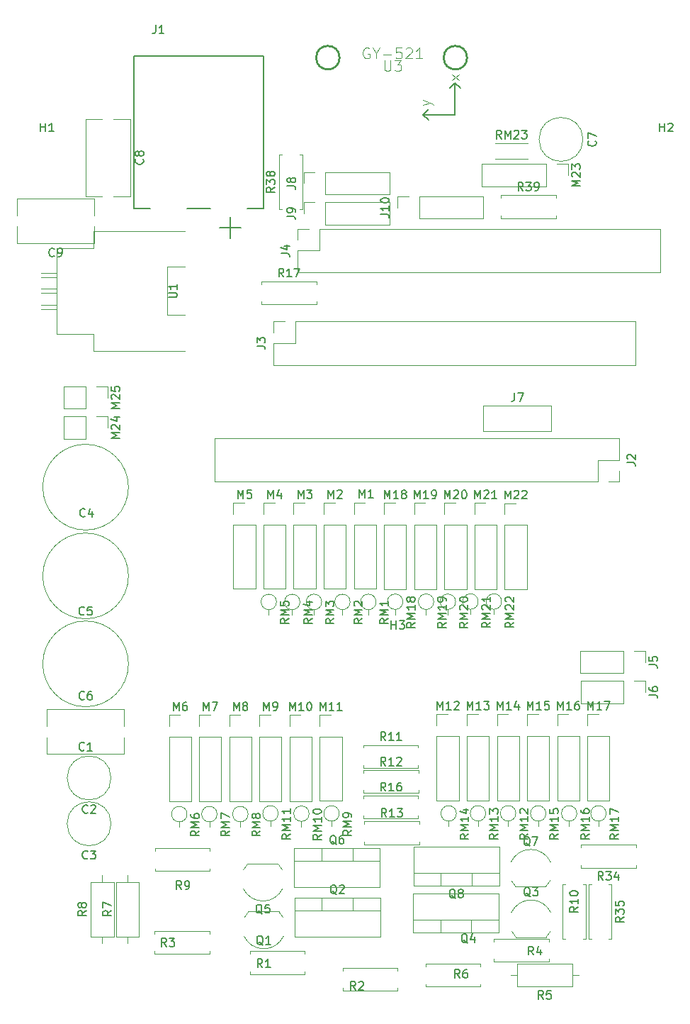
<source format=gbr>
%TF.GenerationSoftware,KiCad,Pcbnew,7.0.2*%
%TF.CreationDate,2023-07-14T13:18:19-03:00*%
%TF.ProjectId,HM_CENTRAL-02,484d5f43-454e-4545-9241-4c2d30322e6b,rev?*%
%TF.SameCoordinates,Original*%
%TF.FileFunction,Legend,Top*%
%TF.FilePolarity,Positive*%
%FSLAX46Y46*%
G04 Gerber Fmt 4.6, Leading zero omitted, Abs format (unit mm)*
G04 Created by KiCad (PCBNEW 7.0.2) date 2023-07-14 13:18:19*
%MOMM*%
%LPD*%
G01*
G04 APERTURE LIST*
%ADD10C,0.150000*%
%ADD11C,0.101600*%
%ADD12C,0.120000*%
%ADD13C,0.127000*%
%ADD14C,0.254000*%
G04 APERTURE END LIST*
D10*
%TO.C,Q4*%
X97254761Y-135157857D02*
X97159523Y-135110238D01*
X97159523Y-135110238D02*
X97064285Y-135015000D01*
X97064285Y-135015000D02*
X96921428Y-134872142D01*
X96921428Y-134872142D02*
X96826190Y-134824523D01*
X96826190Y-134824523D02*
X96730952Y-134824523D01*
X96778571Y-135062619D02*
X96683333Y-135015000D01*
X96683333Y-135015000D02*
X96588095Y-134919761D01*
X96588095Y-134919761D02*
X96540476Y-134729285D01*
X96540476Y-134729285D02*
X96540476Y-134395952D01*
X96540476Y-134395952D02*
X96588095Y-134205476D01*
X96588095Y-134205476D02*
X96683333Y-134110238D01*
X96683333Y-134110238D02*
X96778571Y-134062619D01*
X96778571Y-134062619D02*
X96969047Y-134062619D01*
X96969047Y-134062619D02*
X97064285Y-134110238D01*
X97064285Y-134110238D02*
X97159523Y-134205476D01*
X97159523Y-134205476D02*
X97207142Y-134395952D01*
X97207142Y-134395952D02*
X97207142Y-134729285D01*
X97207142Y-134729285D02*
X97159523Y-134919761D01*
X97159523Y-134919761D02*
X97064285Y-135015000D01*
X97064285Y-135015000D02*
X96969047Y-135062619D01*
X96969047Y-135062619D02*
X96778571Y-135062619D01*
X98064285Y-134395952D02*
X98064285Y-135062619D01*
X97826190Y-134015000D02*
X97588095Y-134729285D01*
X97588095Y-134729285D02*
X98207142Y-134729285D01*
%TO.C,RM5*%
X75882619Y-96428095D02*
X75406428Y-96761428D01*
X75882619Y-96999523D02*
X74882619Y-96999523D01*
X74882619Y-96999523D02*
X74882619Y-96618571D01*
X74882619Y-96618571D02*
X74930238Y-96523333D01*
X74930238Y-96523333D02*
X74977857Y-96475714D01*
X74977857Y-96475714D02*
X75073095Y-96428095D01*
X75073095Y-96428095D02*
X75215952Y-96428095D01*
X75215952Y-96428095D02*
X75311190Y-96475714D01*
X75311190Y-96475714D02*
X75358809Y-96523333D01*
X75358809Y-96523333D02*
X75406428Y-96618571D01*
X75406428Y-96618571D02*
X75406428Y-96999523D01*
X75882619Y-95999523D02*
X74882619Y-95999523D01*
X74882619Y-95999523D02*
X75596904Y-95666190D01*
X75596904Y-95666190D02*
X74882619Y-95332857D01*
X74882619Y-95332857D02*
X75882619Y-95332857D01*
X74882619Y-94380476D02*
X74882619Y-94856666D01*
X74882619Y-94856666D02*
X75358809Y-94904285D01*
X75358809Y-94904285D02*
X75311190Y-94856666D01*
X75311190Y-94856666D02*
X75263571Y-94761428D01*
X75263571Y-94761428D02*
X75263571Y-94523333D01*
X75263571Y-94523333D02*
X75311190Y-94428095D01*
X75311190Y-94428095D02*
X75358809Y-94380476D01*
X75358809Y-94380476D02*
X75454047Y-94332857D01*
X75454047Y-94332857D02*
X75692142Y-94332857D01*
X75692142Y-94332857D02*
X75787380Y-94380476D01*
X75787380Y-94380476D02*
X75835000Y-94428095D01*
X75835000Y-94428095D02*
X75882619Y-94523333D01*
X75882619Y-94523333D02*
X75882619Y-94761428D01*
X75882619Y-94761428D02*
X75835000Y-94856666D01*
X75835000Y-94856666D02*
X75787380Y-94904285D01*
%TO.C,RM10*%
X79782619Y-122194285D02*
X79306428Y-122527618D01*
X79782619Y-122765713D02*
X78782619Y-122765713D01*
X78782619Y-122765713D02*
X78782619Y-122384761D01*
X78782619Y-122384761D02*
X78830238Y-122289523D01*
X78830238Y-122289523D02*
X78877857Y-122241904D01*
X78877857Y-122241904D02*
X78973095Y-122194285D01*
X78973095Y-122194285D02*
X79115952Y-122194285D01*
X79115952Y-122194285D02*
X79211190Y-122241904D01*
X79211190Y-122241904D02*
X79258809Y-122289523D01*
X79258809Y-122289523D02*
X79306428Y-122384761D01*
X79306428Y-122384761D02*
X79306428Y-122765713D01*
X79782619Y-121765713D02*
X78782619Y-121765713D01*
X78782619Y-121765713D02*
X79496904Y-121432380D01*
X79496904Y-121432380D02*
X78782619Y-121099047D01*
X78782619Y-121099047D02*
X79782619Y-121099047D01*
X79782619Y-120099047D02*
X79782619Y-120670475D01*
X79782619Y-120384761D02*
X78782619Y-120384761D01*
X78782619Y-120384761D02*
X78925476Y-120479999D01*
X78925476Y-120479999D02*
X79020714Y-120575237D01*
X79020714Y-120575237D02*
X79068333Y-120670475D01*
X78782619Y-119479999D02*
X78782619Y-119384761D01*
X78782619Y-119384761D02*
X78830238Y-119289523D01*
X78830238Y-119289523D02*
X78877857Y-119241904D01*
X78877857Y-119241904D02*
X78973095Y-119194285D01*
X78973095Y-119194285D02*
X79163571Y-119146666D01*
X79163571Y-119146666D02*
X79401666Y-119146666D01*
X79401666Y-119146666D02*
X79592142Y-119194285D01*
X79592142Y-119194285D02*
X79687380Y-119241904D01*
X79687380Y-119241904D02*
X79735000Y-119289523D01*
X79735000Y-119289523D02*
X79782619Y-119384761D01*
X79782619Y-119384761D02*
X79782619Y-119479999D01*
X79782619Y-119479999D02*
X79735000Y-119575237D01*
X79735000Y-119575237D02*
X79687380Y-119622856D01*
X79687380Y-119622856D02*
X79592142Y-119670475D01*
X79592142Y-119670475D02*
X79401666Y-119718094D01*
X79401666Y-119718094D02*
X79163571Y-119718094D01*
X79163571Y-119718094D02*
X78973095Y-119670475D01*
X78973095Y-119670475D02*
X78877857Y-119622856D01*
X78877857Y-119622856D02*
X78830238Y-119575237D01*
X78830238Y-119575237D02*
X78782619Y-119479999D01*
%TO.C,M18*%
X87314286Y-82092619D02*
X87314286Y-81092619D01*
X87314286Y-81092619D02*
X87647619Y-81806904D01*
X87647619Y-81806904D02*
X87980952Y-81092619D01*
X87980952Y-81092619D02*
X87980952Y-82092619D01*
X88980952Y-82092619D02*
X88409524Y-82092619D01*
X88695238Y-82092619D02*
X88695238Y-81092619D01*
X88695238Y-81092619D02*
X88600000Y-81235476D01*
X88600000Y-81235476D02*
X88504762Y-81330714D01*
X88504762Y-81330714D02*
X88409524Y-81378333D01*
X89552381Y-81521190D02*
X89457143Y-81473571D01*
X89457143Y-81473571D02*
X89409524Y-81425952D01*
X89409524Y-81425952D02*
X89361905Y-81330714D01*
X89361905Y-81330714D02*
X89361905Y-81283095D01*
X89361905Y-81283095D02*
X89409524Y-81187857D01*
X89409524Y-81187857D02*
X89457143Y-81140238D01*
X89457143Y-81140238D02*
X89552381Y-81092619D01*
X89552381Y-81092619D02*
X89742857Y-81092619D01*
X89742857Y-81092619D02*
X89838095Y-81140238D01*
X89838095Y-81140238D02*
X89885714Y-81187857D01*
X89885714Y-81187857D02*
X89933333Y-81283095D01*
X89933333Y-81283095D02*
X89933333Y-81330714D01*
X89933333Y-81330714D02*
X89885714Y-81425952D01*
X89885714Y-81425952D02*
X89838095Y-81473571D01*
X89838095Y-81473571D02*
X89742857Y-81521190D01*
X89742857Y-81521190D02*
X89552381Y-81521190D01*
X89552381Y-81521190D02*
X89457143Y-81568809D01*
X89457143Y-81568809D02*
X89409524Y-81616428D01*
X89409524Y-81616428D02*
X89361905Y-81711666D01*
X89361905Y-81711666D02*
X89361905Y-81902142D01*
X89361905Y-81902142D02*
X89409524Y-81997380D01*
X89409524Y-81997380D02*
X89457143Y-82045000D01*
X89457143Y-82045000D02*
X89552381Y-82092619D01*
X89552381Y-82092619D02*
X89742857Y-82092619D01*
X89742857Y-82092619D02*
X89838095Y-82045000D01*
X89838095Y-82045000D02*
X89885714Y-81997380D01*
X89885714Y-81997380D02*
X89933333Y-81902142D01*
X89933333Y-81902142D02*
X89933333Y-81711666D01*
X89933333Y-81711666D02*
X89885714Y-81616428D01*
X89885714Y-81616428D02*
X89838095Y-81568809D01*
X89838095Y-81568809D02*
X89742857Y-81521190D01*
%TO.C,R7*%
X54692619Y-131286666D02*
X54216428Y-131619999D01*
X54692619Y-131858094D02*
X53692619Y-131858094D01*
X53692619Y-131858094D02*
X53692619Y-131477142D01*
X53692619Y-131477142D02*
X53740238Y-131381904D01*
X53740238Y-131381904D02*
X53787857Y-131334285D01*
X53787857Y-131334285D02*
X53883095Y-131286666D01*
X53883095Y-131286666D02*
X54025952Y-131286666D01*
X54025952Y-131286666D02*
X54121190Y-131334285D01*
X54121190Y-131334285D02*
X54168809Y-131381904D01*
X54168809Y-131381904D02*
X54216428Y-131477142D01*
X54216428Y-131477142D02*
X54216428Y-131858094D01*
X53692619Y-130953332D02*
X53692619Y-130286666D01*
X53692619Y-130286666D02*
X54692619Y-130715237D01*
%TO.C,R2*%
X83865833Y-140762619D02*
X83532500Y-140286428D01*
X83294405Y-140762619D02*
X83294405Y-139762619D01*
X83294405Y-139762619D02*
X83675357Y-139762619D01*
X83675357Y-139762619D02*
X83770595Y-139810238D01*
X83770595Y-139810238D02*
X83818214Y-139857857D01*
X83818214Y-139857857D02*
X83865833Y-139953095D01*
X83865833Y-139953095D02*
X83865833Y-140095952D01*
X83865833Y-140095952D02*
X83818214Y-140191190D01*
X83818214Y-140191190D02*
X83770595Y-140238809D01*
X83770595Y-140238809D02*
X83675357Y-140286428D01*
X83675357Y-140286428D02*
X83294405Y-140286428D01*
X84246786Y-139857857D02*
X84294405Y-139810238D01*
X84294405Y-139810238D02*
X84389643Y-139762619D01*
X84389643Y-139762619D02*
X84627738Y-139762619D01*
X84627738Y-139762619D02*
X84722976Y-139810238D01*
X84722976Y-139810238D02*
X84770595Y-139857857D01*
X84770595Y-139857857D02*
X84818214Y-139953095D01*
X84818214Y-139953095D02*
X84818214Y-140048333D01*
X84818214Y-140048333D02*
X84770595Y-140191190D01*
X84770595Y-140191190D02*
X84199167Y-140762619D01*
X84199167Y-140762619D02*
X84818214Y-140762619D01*
%TO.C,M3*%
X76990476Y-82052619D02*
X76990476Y-81052619D01*
X76990476Y-81052619D02*
X77323809Y-81766904D01*
X77323809Y-81766904D02*
X77657142Y-81052619D01*
X77657142Y-81052619D02*
X77657142Y-82052619D01*
X78038095Y-81052619D02*
X78657142Y-81052619D01*
X78657142Y-81052619D02*
X78323809Y-81433571D01*
X78323809Y-81433571D02*
X78466666Y-81433571D01*
X78466666Y-81433571D02*
X78561904Y-81481190D01*
X78561904Y-81481190D02*
X78609523Y-81528809D01*
X78609523Y-81528809D02*
X78657142Y-81624047D01*
X78657142Y-81624047D02*
X78657142Y-81862142D01*
X78657142Y-81862142D02*
X78609523Y-81957380D01*
X78609523Y-81957380D02*
X78561904Y-82005000D01*
X78561904Y-82005000D02*
X78466666Y-82052619D01*
X78466666Y-82052619D02*
X78180952Y-82052619D01*
X78180952Y-82052619D02*
X78085714Y-82005000D01*
X78085714Y-82005000D02*
X78038095Y-81957380D01*
%TO.C,C7*%
X112537380Y-39366666D02*
X112585000Y-39414285D01*
X112585000Y-39414285D02*
X112632619Y-39557142D01*
X112632619Y-39557142D02*
X112632619Y-39652380D01*
X112632619Y-39652380D02*
X112585000Y-39795237D01*
X112585000Y-39795237D02*
X112489761Y-39890475D01*
X112489761Y-39890475D02*
X112394523Y-39938094D01*
X112394523Y-39938094D02*
X112204047Y-39985713D01*
X112204047Y-39985713D02*
X112061190Y-39985713D01*
X112061190Y-39985713D02*
X111870714Y-39938094D01*
X111870714Y-39938094D02*
X111775476Y-39890475D01*
X111775476Y-39890475D02*
X111680238Y-39795237D01*
X111680238Y-39795237D02*
X111632619Y-39652380D01*
X111632619Y-39652380D02*
X111632619Y-39557142D01*
X111632619Y-39557142D02*
X111680238Y-39414285D01*
X111680238Y-39414285D02*
X111727857Y-39366666D01*
X111632619Y-39033332D02*
X111632619Y-38366666D01*
X111632619Y-38366666D02*
X112632619Y-38795237D01*
%TO.C,J6*%
X118972619Y-105533333D02*
X119686904Y-105533333D01*
X119686904Y-105533333D02*
X119829761Y-105580952D01*
X119829761Y-105580952D02*
X119925000Y-105676190D01*
X119925000Y-105676190D02*
X119972619Y-105819047D01*
X119972619Y-105819047D02*
X119972619Y-105914285D01*
X118972619Y-104628571D02*
X118972619Y-104819047D01*
X118972619Y-104819047D02*
X119020238Y-104914285D01*
X119020238Y-104914285D02*
X119067857Y-104961904D01*
X119067857Y-104961904D02*
X119210714Y-105057142D01*
X119210714Y-105057142D02*
X119401190Y-105104761D01*
X119401190Y-105104761D02*
X119782142Y-105104761D01*
X119782142Y-105104761D02*
X119877380Y-105057142D01*
X119877380Y-105057142D02*
X119925000Y-105009523D01*
X119925000Y-105009523D02*
X119972619Y-104914285D01*
X119972619Y-104914285D02*
X119972619Y-104723809D01*
X119972619Y-104723809D02*
X119925000Y-104628571D01*
X119925000Y-104628571D02*
X119877380Y-104580952D01*
X119877380Y-104580952D02*
X119782142Y-104533333D01*
X119782142Y-104533333D02*
X119544047Y-104533333D01*
X119544047Y-104533333D02*
X119448809Y-104580952D01*
X119448809Y-104580952D02*
X119401190Y-104628571D01*
X119401190Y-104628571D02*
X119353571Y-104723809D01*
X119353571Y-104723809D02*
X119353571Y-104914285D01*
X119353571Y-104914285D02*
X119401190Y-105009523D01*
X119401190Y-105009523D02*
X119448809Y-105057142D01*
X119448809Y-105057142D02*
X119544047Y-105104761D01*
%TO.C,RM21*%
X99982619Y-96864285D02*
X99506428Y-97197618D01*
X99982619Y-97435713D02*
X98982619Y-97435713D01*
X98982619Y-97435713D02*
X98982619Y-97054761D01*
X98982619Y-97054761D02*
X99030238Y-96959523D01*
X99030238Y-96959523D02*
X99077857Y-96911904D01*
X99077857Y-96911904D02*
X99173095Y-96864285D01*
X99173095Y-96864285D02*
X99315952Y-96864285D01*
X99315952Y-96864285D02*
X99411190Y-96911904D01*
X99411190Y-96911904D02*
X99458809Y-96959523D01*
X99458809Y-96959523D02*
X99506428Y-97054761D01*
X99506428Y-97054761D02*
X99506428Y-97435713D01*
X99982619Y-96435713D02*
X98982619Y-96435713D01*
X98982619Y-96435713D02*
X99696904Y-96102380D01*
X99696904Y-96102380D02*
X98982619Y-95769047D01*
X98982619Y-95769047D02*
X99982619Y-95769047D01*
X99077857Y-95340475D02*
X99030238Y-95292856D01*
X99030238Y-95292856D02*
X98982619Y-95197618D01*
X98982619Y-95197618D02*
X98982619Y-94959523D01*
X98982619Y-94959523D02*
X99030238Y-94864285D01*
X99030238Y-94864285D02*
X99077857Y-94816666D01*
X99077857Y-94816666D02*
X99173095Y-94769047D01*
X99173095Y-94769047D02*
X99268333Y-94769047D01*
X99268333Y-94769047D02*
X99411190Y-94816666D01*
X99411190Y-94816666D02*
X99982619Y-95388094D01*
X99982619Y-95388094D02*
X99982619Y-94769047D01*
X99982619Y-93816666D02*
X99982619Y-94388094D01*
X99982619Y-94102380D02*
X98982619Y-94102380D01*
X98982619Y-94102380D02*
X99125476Y-94197618D01*
X99125476Y-94197618D02*
X99220714Y-94292856D01*
X99220714Y-94292856D02*
X99268333Y-94388094D01*
%TO.C,RM14*%
X97382619Y-122164285D02*
X96906428Y-122497618D01*
X97382619Y-122735713D02*
X96382619Y-122735713D01*
X96382619Y-122735713D02*
X96382619Y-122354761D01*
X96382619Y-122354761D02*
X96430238Y-122259523D01*
X96430238Y-122259523D02*
X96477857Y-122211904D01*
X96477857Y-122211904D02*
X96573095Y-122164285D01*
X96573095Y-122164285D02*
X96715952Y-122164285D01*
X96715952Y-122164285D02*
X96811190Y-122211904D01*
X96811190Y-122211904D02*
X96858809Y-122259523D01*
X96858809Y-122259523D02*
X96906428Y-122354761D01*
X96906428Y-122354761D02*
X96906428Y-122735713D01*
X97382619Y-121735713D02*
X96382619Y-121735713D01*
X96382619Y-121735713D02*
X97096904Y-121402380D01*
X97096904Y-121402380D02*
X96382619Y-121069047D01*
X96382619Y-121069047D02*
X97382619Y-121069047D01*
X97382619Y-120069047D02*
X97382619Y-120640475D01*
X97382619Y-120354761D02*
X96382619Y-120354761D01*
X96382619Y-120354761D02*
X96525476Y-120449999D01*
X96525476Y-120449999D02*
X96620714Y-120545237D01*
X96620714Y-120545237D02*
X96668333Y-120640475D01*
X96715952Y-119211904D02*
X97382619Y-119211904D01*
X96335000Y-119449999D02*
X97049285Y-119688094D01*
X97049285Y-119688094D02*
X97049285Y-119069047D01*
%TO.C,R4*%
X105133333Y-136562619D02*
X104800000Y-136086428D01*
X104561905Y-136562619D02*
X104561905Y-135562619D01*
X104561905Y-135562619D02*
X104942857Y-135562619D01*
X104942857Y-135562619D02*
X105038095Y-135610238D01*
X105038095Y-135610238D02*
X105085714Y-135657857D01*
X105085714Y-135657857D02*
X105133333Y-135753095D01*
X105133333Y-135753095D02*
X105133333Y-135895952D01*
X105133333Y-135895952D02*
X105085714Y-135991190D01*
X105085714Y-135991190D02*
X105038095Y-136038809D01*
X105038095Y-136038809D02*
X104942857Y-136086428D01*
X104942857Y-136086428D02*
X104561905Y-136086428D01*
X105990476Y-135895952D02*
X105990476Y-136562619D01*
X105752381Y-135515000D02*
X105514286Y-136229285D01*
X105514286Y-136229285D02*
X106133333Y-136229285D01*
%TO.C,M19*%
X90914286Y-82092619D02*
X90914286Y-81092619D01*
X90914286Y-81092619D02*
X91247619Y-81806904D01*
X91247619Y-81806904D02*
X91580952Y-81092619D01*
X91580952Y-81092619D02*
X91580952Y-82092619D01*
X92580952Y-82092619D02*
X92009524Y-82092619D01*
X92295238Y-82092619D02*
X92295238Y-81092619D01*
X92295238Y-81092619D02*
X92200000Y-81235476D01*
X92200000Y-81235476D02*
X92104762Y-81330714D01*
X92104762Y-81330714D02*
X92009524Y-81378333D01*
X93057143Y-82092619D02*
X93247619Y-82092619D01*
X93247619Y-82092619D02*
X93342857Y-82045000D01*
X93342857Y-82045000D02*
X93390476Y-81997380D01*
X93390476Y-81997380D02*
X93485714Y-81854523D01*
X93485714Y-81854523D02*
X93533333Y-81664047D01*
X93533333Y-81664047D02*
X93533333Y-81283095D01*
X93533333Y-81283095D02*
X93485714Y-81187857D01*
X93485714Y-81187857D02*
X93438095Y-81140238D01*
X93438095Y-81140238D02*
X93342857Y-81092619D01*
X93342857Y-81092619D02*
X93152381Y-81092619D01*
X93152381Y-81092619D02*
X93057143Y-81140238D01*
X93057143Y-81140238D02*
X93009524Y-81187857D01*
X93009524Y-81187857D02*
X92961905Y-81283095D01*
X92961905Y-81283095D02*
X92961905Y-81521190D01*
X92961905Y-81521190D02*
X93009524Y-81616428D01*
X93009524Y-81616428D02*
X93057143Y-81664047D01*
X93057143Y-81664047D02*
X93152381Y-81711666D01*
X93152381Y-81711666D02*
X93342857Y-81711666D01*
X93342857Y-81711666D02*
X93438095Y-81664047D01*
X93438095Y-81664047D02*
X93485714Y-81616428D01*
X93485714Y-81616428D02*
X93533333Y-81521190D01*
D11*
%TO.C,U3*%
X87321600Y-29757546D02*
X87321600Y-30785641D01*
X87321600Y-30785641D02*
X87382077Y-30906593D01*
X87382077Y-30906593D02*
X87442553Y-30967070D01*
X87442553Y-30967070D02*
X87563505Y-31027546D01*
X87563505Y-31027546D02*
X87805410Y-31027546D01*
X87805410Y-31027546D02*
X87926362Y-30967070D01*
X87926362Y-30967070D02*
X87986839Y-30906593D01*
X87986839Y-30906593D02*
X88047315Y-30785641D01*
X88047315Y-30785641D02*
X88047315Y-29757546D01*
X88531124Y-29757546D02*
X89317315Y-29757546D01*
X89317315Y-29757546D02*
X88893981Y-30241355D01*
X88893981Y-30241355D02*
X89075410Y-30241355D01*
X89075410Y-30241355D02*
X89196362Y-30301831D01*
X89196362Y-30301831D02*
X89256838Y-30362308D01*
X89256838Y-30362308D02*
X89317315Y-30483260D01*
X89317315Y-30483260D02*
X89317315Y-30785641D01*
X89317315Y-30785641D02*
X89256838Y-30906593D01*
X89256838Y-30906593D02*
X89196362Y-30967070D01*
X89196362Y-30967070D02*
X89075410Y-31027546D01*
X89075410Y-31027546D02*
X88712553Y-31027546D01*
X88712553Y-31027546D02*
X88591600Y-30967070D01*
X88591600Y-30967070D02*
X88531124Y-30906593D01*
X85477077Y-28319422D02*
X85356124Y-28258946D01*
X85356124Y-28258946D02*
X85174696Y-28258946D01*
X85174696Y-28258946D02*
X84993267Y-28319422D01*
X84993267Y-28319422D02*
X84872315Y-28440374D01*
X84872315Y-28440374D02*
X84811838Y-28561327D01*
X84811838Y-28561327D02*
X84751362Y-28803231D01*
X84751362Y-28803231D02*
X84751362Y-28984660D01*
X84751362Y-28984660D02*
X84811838Y-29226565D01*
X84811838Y-29226565D02*
X84872315Y-29347517D01*
X84872315Y-29347517D02*
X84993267Y-29468470D01*
X84993267Y-29468470D02*
X85174696Y-29528946D01*
X85174696Y-29528946D02*
X85295648Y-29528946D01*
X85295648Y-29528946D02*
X85477077Y-29468470D01*
X85477077Y-29468470D02*
X85537553Y-29407993D01*
X85537553Y-29407993D02*
X85537553Y-28984660D01*
X85537553Y-28984660D02*
X85295648Y-28984660D01*
X86323743Y-28924184D02*
X86323743Y-29528946D01*
X85900410Y-28258946D02*
X86323743Y-28924184D01*
X86323743Y-28924184D02*
X86747077Y-28258946D01*
X87170409Y-29045136D02*
X88138029Y-29045136D01*
X89347552Y-28258946D02*
X88742790Y-28258946D01*
X88742790Y-28258946D02*
X88682314Y-28863708D01*
X88682314Y-28863708D02*
X88742790Y-28803231D01*
X88742790Y-28803231D02*
X88863743Y-28742755D01*
X88863743Y-28742755D02*
X89166124Y-28742755D01*
X89166124Y-28742755D02*
X89287076Y-28803231D01*
X89287076Y-28803231D02*
X89347552Y-28863708D01*
X89347552Y-28863708D02*
X89408029Y-28984660D01*
X89408029Y-28984660D02*
X89408029Y-29287041D01*
X89408029Y-29287041D02*
X89347552Y-29407993D01*
X89347552Y-29407993D02*
X89287076Y-29468470D01*
X89287076Y-29468470D02*
X89166124Y-29528946D01*
X89166124Y-29528946D02*
X88863743Y-29528946D01*
X88863743Y-29528946D02*
X88742790Y-29468470D01*
X88742790Y-29468470D02*
X88682314Y-29407993D01*
X89891838Y-28379898D02*
X89952314Y-28319422D01*
X89952314Y-28319422D02*
X90073267Y-28258946D01*
X90073267Y-28258946D02*
X90375648Y-28258946D01*
X90375648Y-28258946D02*
X90496600Y-28319422D01*
X90496600Y-28319422D02*
X90557076Y-28379898D01*
X90557076Y-28379898D02*
X90617553Y-28500850D01*
X90617553Y-28500850D02*
X90617553Y-28621803D01*
X90617553Y-28621803D02*
X90557076Y-28803231D01*
X90557076Y-28803231D02*
X89831362Y-29528946D01*
X89831362Y-29528946D02*
X90617553Y-29528946D01*
X91827077Y-29528946D02*
X91101362Y-29528946D01*
X91464219Y-29528946D02*
X91464219Y-28258946D01*
X91464219Y-28258946D02*
X91343267Y-28440374D01*
X91343267Y-28440374D02*
X91222315Y-28561327D01*
X91222315Y-28561327D02*
X91101362Y-28621803D01*
X91893419Y-35108660D02*
X92740086Y-34806279D01*
X91893419Y-34503898D02*
X92740086Y-34806279D01*
X92740086Y-34806279D02*
X93042467Y-34927231D01*
X93042467Y-34927231D02*
X93102943Y-34987708D01*
X93102943Y-34987708D02*
X93163419Y-35108660D01*
X96240206Y-32139158D02*
X95393539Y-31473920D01*
X95393539Y-32139158D02*
X96240206Y-31473920D01*
D10*
%TO.C,J7*%
X102866666Y-69462619D02*
X102866666Y-70176904D01*
X102866666Y-70176904D02*
X102819047Y-70319761D01*
X102819047Y-70319761D02*
X102723809Y-70415000D01*
X102723809Y-70415000D02*
X102580952Y-70462619D01*
X102580952Y-70462619D02*
X102485714Y-70462619D01*
X103247619Y-69462619D02*
X103914285Y-69462619D01*
X103914285Y-69462619D02*
X103485714Y-70462619D01*
%TO.C,M23*%
X110712619Y-44775713D02*
X109712619Y-44775713D01*
X109712619Y-44775713D02*
X110426904Y-44442380D01*
X110426904Y-44442380D02*
X109712619Y-44109047D01*
X109712619Y-44109047D02*
X110712619Y-44109047D01*
X109807857Y-43680475D02*
X109760238Y-43632856D01*
X109760238Y-43632856D02*
X109712619Y-43537618D01*
X109712619Y-43537618D02*
X109712619Y-43299523D01*
X109712619Y-43299523D02*
X109760238Y-43204285D01*
X109760238Y-43204285D02*
X109807857Y-43156666D01*
X109807857Y-43156666D02*
X109903095Y-43109047D01*
X109903095Y-43109047D02*
X109998333Y-43109047D01*
X109998333Y-43109047D02*
X110141190Y-43156666D01*
X110141190Y-43156666D02*
X110712619Y-43728094D01*
X110712619Y-43728094D02*
X110712619Y-43109047D01*
X109712619Y-42775713D02*
X109712619Y-42156666D01*
X109712619Y-42156666D02*
X110093571Y-42489999D01*
X110093571Y-42489999D02*
X110093571Y-42347142D01*
X110093571Y-42347142D02*
X110141190Y-42251904D01*
X110141190Y-42251904D02*
X110188809Y-42204285D01*
X110188809Y-42204285D02*
X110284047Y-42156666D01*
X110284047Y-42156666D02*
X110522142Y-42156666D01*
X110522142Y-42156666D02*
X110617380Y-42204285D01*
X110617380Y-42204285D02*
X110665000Y-42251904D01*
X110665000Y-42251904D02*
X110712619Y-42347142D01*
X110712619Y-42347142D02*
X110712619Y-42632856D01*
X110712619Y-42632856D02*
X110665000Y-42728094D01*
X110665000Y-42728094D02*
X110617380Y-42775713D01*
%TO.C,J5*%
X118932619Y-101933333D02*
X119646904Y-101933333D01*
X119646904Y-101933333D02*
X119789761Y-101980952D01*
X119789761Y-101980952D02*
X119885000Y-102076190D01*
X119885000Y-102076190D02*
X119932619Y-102219047D01*
X119932619Y-102219047D02*
X119932619Y-102314285D01*
X118932619Y-100980952D02*
X118932619Y-101457142D01*
X118932619Y-101457142D02*
X119408809Y-101504761D01*
X119408809Y-101504761D02*
X119361190Y-101457142D01*
X119361190Y-101457142D02*
X119313571Y-101361904D01*
X119313571Y-101361904D02*
X119313571Y-101123809D01*
X119313571Y-101123809D02*
X119361190Y-101028571D01*
X119361190Y-101028571D02*
X119408809Y-100980952D01*
X119408809Y-100980952D02*
X119504047Y-100933333D01*
X119504047Y-100933333D02*
X119742142Y-100933333D01*
X119742142Y-100933333D02*
X119837380Y-100980952D01*
X119837380Y-100980952D02*
X119885000Y-101028571D01*
X119885000Y-101028571D02*
X119932619Y-101123809D01*
X119932619Y-101123809D02*
X119932619Y-101361904D01*
X119932619Y-101361904D02*
X119885000Y-101457142D01*
X119885000Y-101457142D02*
X119837380Y-101504761D01*
%TO.C,C9*%
X47853333Y-53107380D02*
X47805714Y-53155000D01*
X47805714Y-53155000D02*
X47662857Y-53202619D01*
X47662857Y-53202619D02*
X47567619Y-53202619D01*
X47567619Y-53202619D02*
X47424762Y-53155000D01*
X47424762Y-53155000D02*
X47329524Y-53059761D01*
X47329524Y-53059761D02*
X47281905Y-52964523D01*
X47281905Y-52964523D02*
X47234286Y-52774047D01*
X47234286Y-52774047D02*
X47234286Y-52631190D01*
X47234286Y-52631190D02*
X47281905Y-52440714D01*
X47281905Y-52440714D02*
X47329524Y-52345476D01*
X47329524Y-52345476D02*
X47424762Y-52250238D01*
X47424762Y-52250238D02*
X47567619Y-52202619D01*
X47567619Y-52202619D02*
X47662857Y-52202619D01*
X47662857Y-52202619D02*
X47805714Y-52250238D01*
X47805714Y-52250238D02*
X47853333Y-52297857D01*
X48329524Y-53202619D02*
X48520000Y-53202619D01*
X48520000Y-53202619D02*
X48615238Y-53155000D01*
X48615238Y-53155000D02*
X48662857Y-53107380D01*
X48662857Y-53107380D02*
X48758095Y-52964523D01*
X48758095Y-52964523D02*
X48805714Y-52774047D01*
X48805714Y-52774047D02*
X48805714Y-52393095D01*
X48805714Y-52393095D02*
X48758095Y-52297857D01*
X48758095Y-52297857D02*
X48710476Y-52250238D01*
X48710476Y-52250238D02*
X48615238Y-52202619D01*
X48615238Y-52202619D02*
X48424762Y-52202619D01*
X48424762Y-52202619D02*
X48329524Y-52250238D01*
X48329524Y-52250238D02*
X48281905Y-52297857D01*
X48281905Y-52297857D02*
X48234286Y-52393095D01*
X48234286Y-52393095D02*
X48234286Y-52631190D01*
X48234286Y-52631190D02*
X48281905Y-52726428D01*
X48281905Y-52726428D02*
X48329524Y-52774047D01*
X48329524Y-52774047D02*
X48424762Y-52821666D01*
X48424762Y-52821666D02*
X48615238Y-52821666D01*
X48615238Y-52821666D02*
X48710476Y-52774047D01*
X48710476Y-52774047D02*
X48758095Y-52726428D01*
X48758095Y-52726428D02*
X48805714Y-52631190D01*
%TO.C,R5*%
X106313333Y-141832619D02*
X105980000Y-141356428D01*
X105741905Y-141832619D02*
X105741905Y-140832619D01*
X105741905Y-140832619D02*
X106122857Y-140832619D01*
X106122857Y-140832619D02*
X106218095Y-140880238D01*
X106218095Y-140880238D02*
X106265714Y-140927857D01*
X106265714Y-140927857D02*
X106313333Y-141023095D01*
X106313333Y-141023095D02*
X106313333Y-141165952D01*
X106313333Y-141165952D02*
X106265714Y-141261190D01*
X106265714Y-141261190D02*
X106218095Y-141308809D01*
X106218095Y-141308809D02*
X106122857Y-141356428D01*
X106122857Y-141356428D02*
X105741905Y-141356428D01*
X107218095Y-140832619D02*
X106741905Y-140832619D01*
X106741905Y-140832619D02*
X106694286Y-141308809D01*
X106694286Y-141308809D02*
X106741905Y-141261190D01*
X106741905Y-141261190D02*
X106837143Y-141213571D01*
X106837143Y-141213571D02*
X107075238Y-141213571D01*
X107075238Y-141213571D02*
X107170476Y-141261190D01*
X107170476Y-141261190D02*
X107218095Y-141308809D01*
X107218095Y-141308809D02*
X107265714Y-141404047D01*
X107265714Y-141404047D02*
X107265714Y-141642142D01*
X107265714Y-141642142D02*
X107218095Y-141737380D01*
X107218095Y-141737380D02*
X107170476Y-141785000D01*
X107170476Y-141785000D02*
X107075238Y-141832619D01*
X107075238Y-141832619D02*
X106837143Y-141832619D01*
X106837143Y-141832619D02*
X106741905Y-141785000D01*
X106741905Y-141785000D02*
X106694286Y-141737380D01*
%TO.C,Q8*%
X95814761Y-129832857D02*
X95719523Y-129785238D01*
X95719523Y-129785238D02*
X95624285Y-129690000D01*
X95624285Y-129690000D02*
X95481428Y-129547142D01*
X95481428Y-129547142D02*
X95386190Y-129499523D01*
X95386190Y-129499523D02*
X95290952Y-129499523D01*
X95338571Y-129737619D02*
X95243333Y-129690000D01*
X95243333Y-129690000D02*
X95148095Y-129594761D01*
X95148095Y-129594761D02*
X95100476Y-129404285D01*
X95100476Y-129404285D02*
X95100476Y-129070952D01*
X95100476Y-129070952D02*
X95148095Y-128880476D01*
X95148095Y-128880476D02*
X95243333Y-128785238D01*
X95243333Y-128785238D02*
X95338571Y-128737619D01*
X95338571Y-128737619D02*
X95529047Y-128737619D01*
X95529047Y-128737619D02*
X95624285Y-128785238D01*
X95624285Y-128785238D02*
X95719523Y-128880476D01*
X95719523Y-128880476D02*
X95767142Y-129070952D01*
X95767142Y-129070952D02*
X95767142Y-129404285D01*
X95767142Y-129404285D02*
X95719523Y-129594761D01*
X95719523Y-129594761D02*
X95624285Y-129690000D01*
X95624285Y-129690000D02*
X95529047Y-129737619D01*
X95529047Y-129737619D02*
X95338571Y-129737619D01*
X96338571Y-129166190D02*
X96243333Y-129118571D01*
X96243333Y-129118571D02*
X96195714Y-129070952D01*
X96195714Y-129070952D02*
X96148095Y-128975714D01*
X96148095Y-128975714D02*
X96148095Y-128928095D01*
X96148095Y-128928095D02*
X96195714Y-128832857D01*
X96195714Y-128832857D02*
X96243333Y-128785238D01*
X96243333Y-128785238D02*
X96338571Y-128737619D01*
X96338571Y-128737619D02*
X96529047Y-128737619D01*
X96529047Y-128737619D02*
X96624285Y-128785238D01*
X96624285Y-128785238D02*
X96671904Y-128832857D01*
X96671904Y-128832857D02*
X96719523Y-128928095D01*
X96719523Y-128928095D02*
X96719523Y-128975714D01*
X96719523Y-128975714D02*
X96671904Y-129070952D01*
X96671904Y-129070952D02*
X96624285Y-129118571D01*
X96624285Y-129118571D02*
X96529047Y-129166190D01*
X96529047Y-129166190D02*
X96338571Y-129166190D01*
X96338571Y-129166190D02*
X96243333Y-129213809D01*
X96243333Y-129213809D02*
X96195714Y-129261428D01*
X96195714Y-129261428D02*
X96148095Y-129356666D01*
X96148095Y-129356666D02*
X96148095Y-129547142D01*
X96148095Y-129547142D02*
X96195714Y-129642380D01*
X96195714Y-129642380D02*
X96243333Y-129690000D01*
X96243333Y-129690000D02*
X96338571Y-129737619D01*
X96338571Y-129737619D02*
X96529047Y-129737619D01*
X96529047Y-129737619D02*
X96624285Y-129690000D01*
X96624285Y-129690000D02*
X96671904Y-129642380D01*
X96671904Y-129642380D02*
X96719523Y-129547142D01*
X96719523Y-129547142D02*
X96719523Y-129356666D01*
X96719523Y-129356666D02*
X96671904Y-129261428D01*
X96671904Y-129261428D02*
X96624285Y-129213809D01*
X96624285Y-129213809D02*
X96529047Y-129166190D01*
%TO.C,Q7*%
X104714761Y-123567857D02*
X104619523Y-123520238D01*
X104619523Y-123520238D02*
X104524285Y-123425000D01*
X104524285Y-123425000D02*
X104381428Y-123282142D01*
X104381428Y-123282142D02*
X104286190Y-123234523D01*
X104286190Y-123234523D02*
X104190952Y-123234523D01*
X104238571Y-123472619D02*
X104143333Y-123425000D01*
X104143333Y-123425000D02*
X104048095Y-123329761D01*
X104048095Y-123329761D02*
X104000476Y-123139285D01*
X104000476Y-123139285D02*
X104000476Y-122805952D01*
X104000476Y-122805952D02*
X104048095Y-122615476D01*
X104048095Y-122615476D02*
X104143333Y-122520238D01*
X104143333Y-122520238D02*
X104238571Y-122472619D01*
X104238571Y-122472619D02*
X104429047Y-122472619D01*
X104429047Y-122472619D02*
X104524285Y-122520238D01*
X104524285Y-122520238D02*
X104619523Y-122615476D01*
X104619523Y-122615476D02*
X104667142Y-122805952D01*
X104667142Y-122805952D02*
X104667142Y-123139285D01*
X104667142Y-123139285D02*
X104619523Y-123329761D01*
X104619523Y-123329761D02*
X104524285Y-123425000D01*
X104524285Y-123425000D02*
X104429047Y-123472619D01*
X104429047Y-123472619D02*
X104238571Y-123472619D01*
X105000476Y-122472619D02*
X105667142Y-122472619D01*
X105667142Y-122472619D02*
X105238571Y-123472619D01*
%TO.C,M4*%
X73390476Y-82052619D02*
X73390476Y-81052619D01*
X73390476Y-81052619D02*
X73723809Y-81766904D01*
X73723809Y-81766904D02*
X74057142Y-81052619D01*
X74057142Y-81052619D02*
X74057142Y-82052619D01*
X74961904Y-81385952D02*
X74961904Y-82052619D01*
X74723809Y-81005000D02*
X74485714Y-81719285D01*
X74485714Y-81719285D02*
X75104761Y-81719285D01*
%TO.C,C8*%
X58437380Y-41546666D02*
X58485000Y-41594285D01*
X58485000Y-41594285D02*
X58532619Y-41737142D01*
X58532619Y-41737142D02*
X58532619Y-41832380D01*
X58532619Y-41832380D02*
X58485000Y-41975237D01*
X58485000Y-41975237D02*
X58389761Y-42070475D01*
X58389761Y-42070475D02*
X58294523Y-42118094D01*
X58294523Y-42118094D02*
X58104047Y-42165713D01*
X58104047Y-42165713D02*
X57961190Y-42165713D01*
X57961190Y-42165713D02*
X57770714Y-42118094D01*
X57770714Y-42118094D02*
X57675476Y-42070475D01*
X57675476Y-42070475D02*
X57580238Y-41975237D01*
X57580238Y-41975237D02*
X57532619Y-41832380D01*
X57532619Y-41832380D02*
X57532619Y-41737142D01*
X57532619Y-41737142D02*
X57580238Y-41594285D01*
X57580238Y-41594285D02*
X57627857Y-41546666D01*
X57961190Y-40975237D02*
X57913571Y-41070475D01*
X57913571Y-41070475D02*
X57865952Y-41118094D01*
X57865952Y-41118094D02*
X57770714Y-41165713D01*
X57770714Y-41165713D02*
X57723095Y-41165713D01*
X57723095Y-41165713D02*
X57627857Y-41118094D01*
X57627857Y-41118094D02*
X57580238Y-41070475D01*
X57580238Y-41070475D02*
X57532619Y-40975237D01*
X57532619Y-40975237D02*
X57532619Y-40784761D01*
X57532619Y-40784761D02*
X57580238Y-40689523D01*
X57580238Y-40689523D02*
X57627857Y-40641904D01*
X57627857Y-40641904D02*
X57723095Y-40594285D01*
X57723095Y-40594285D02*
X57770714Y-40594285D01*
X57770714Y-40594285D02*
X57865952Y-40641904D01*
X57865952Y-40641904D02*
X57913571Y-40689523D01*
X57913571Y-40689523D02*
X57961190Y-40784761D01*
X57961190Y-40784761D02*
X57961190Y-40975237D01*
X57961190Y-40975237D02*
X58008809Y-41070475D01*
X58008809Y-41070475D02*
X58056428Y-41118094D01*
X58056428Y-41118094D02*
X58151666Y-41165713D01*
X58151666Y-41165713D02*
X58342142Y-41165713D01*
X58342142Y-41165713D02*
X58437380Y-41118094D01*
X58437380Y-41118094D02*
X58485000Y-41070475D01*
X58485000Y-41070475D02*
X58532619Y-40975237D01*
X58532619Y-40975237D02*
X58532619Y-40784761D01*
X58532619Y-40784761D02*
X58485000Y-40689523D01*
X58485000Y-40689523D02*
X58437380Y-40641904D01*
X58437380Y-40641904D02*
X58342142Y-40594285D01*
X58342142Y-40594285D02*
X58151666Y-40594285D01*
X58151666Y-40594285D02*
X58056428Y-40641904D01*
X58056428Y-40641904D02*
X58008809Y-40689523D01*
X58008809Y-40689523D02*
X57961190Y-40784761D01*
%TO.C,R35*%
X115932619Y-132042857D02*
X115456428Y-132376190D01*
X115932619Y-132614285D02*
X114932619Y-132614285D01*
X114932619Y-132614285D02*
X114932619Y-132233333D01*
X114932619Y-132233333D02*
X114980238Y-132138095D01*
X114980238Y-132138095D02*
X115027857Y-132090476D01*
X115027857Y-132090476D02*
X115123095Y-132042857D01*
X115123095Y-132042857D02*
X115265952Y-132042857D01*
X115265952Y-132042857D02*
X115361190Y-132090476D01*
X115361190Y-132090476D02*
X115408809Y-132138095D01*
X115408809Y-132138095D02*
X115456428Y-132233333D01*
X115456428Y-132233333D02*
X115456428Y-132614285D01*
X114932619Y-131709523D02*
X114932619Y-131090476D01*
X114932619Y-131090476D02*
X115313571Y-131423809D01*
X115313571Y-131423809D02*
X115313571Y-131280952D01*
X115313571Y-131280952D02*
X115361190Y-131185714D01*
X115361190Y-131185714D02*
X115408809Y-131138095D01*
X115408809Y-131138095D02*
X115504047Y-131090476D01*
X115504047Y-131090476D02*
X115742142Y-131090476D01*
X115742142Y-131090476D02*
X115837380Y-131138095D01*
X115837380Y-131138095D02*
X115885000Y-131185714D01*
X115885000Y-131185714D02*
X115932619Y-131280952D01*
X115932619Y-131280952D02*
X115932619Y-131566666D01*
X115932619Y-131566666D02*
X115885000Y-131661904D01*
X115885000Y-131661904D02*
X115837380Y-131709523D01*
X114932619Y-130185714D02*
X114932619Y-130661904D01*
X114932619Y-130661904D02*
X115408809Y-130709523D01*
X115408809Y-130709523D02*
X115361190Y-130661904D01*
X115361190Y-130661904D02*
X115313571Y-130566666D01*
X115313571Y-130566666D02*
X115313571Y-130328571D01*
X115313571Y-130328571D02*
X115361190Y-130233333D01*
X115361190Y-130233333D02*
X115408809Y-130185714D01*
X115408809Y-130185714D02*
X115504047Y-130138095D01*
X115504047Y-130138095D02*
X115742142Y-130138095D01*
X115742142Y-130138095D02*
X115837380Y-130185714D01*
X115837380Y-130185714D02*
X115885000Y-130233333D01*
X115885000Y-130233333D02*
X115932619Y-130328571D01*
X115932619Y-130328571D02*
X115932619Y-130566666D01*
X115932619Y-130566666D02*
X115885000Y-130661904D01*
X115885000Y-130661904D02*
X115837380Y-130709523D01*
%TO.C,J9*%
X75682619Y-48373333D02*
X76396904Y-48373333D01*
X76396904Y-48373333D02*
X76539761Y-48420952D01*
X76539761Y-48420952D02*
X76635000Y-48516190D01*
X76635000Y-48516190D02*
X76682619Y-48659047D01*
X76682619Y-48659047D02*
X76682619Y-48754285D01*
X76682619Y-47849523D02*
X76682619Y-47659047D01*
X76682619Y-47659047D02*
X76635000Y-47563809D01*
X76635000Y-47563809D02*
X76587380Y-47516190D01*
X76587380Y-47516190D02*
X76444523Y-47420952D01*
X76444523Y-47420952D02*
X76254047Y-47373333D01*
X76254047Y-47373333D02*
X75873095Y-47373333D01*
X75873095Y-47373333D02*
X75777857Y-47420952D01*
X75777857Y-47420952D02*
X75730238Y-47468571D01*
X75730238Y-47468571D02*
X75682619Y-47563809D01*
X75682619Y-47563809D02*
X75682619Y-47754285D01*
X75682619Y-47754285D02*
X75730238Y-47849523D01*
X75730238Y-47849523D02*
X75777857Y-47897142D01*
X75777857Y-47897142D02*
X75873095Y-47944761D01*
X75873095Y-47944761D02*
X76111190Y-47944761D01*
X76111190Y-47944761D02*
X76206428Y-47897142D01*
X76206428Y-47897142D02*
X76254047Y-47849523D01*
X76254047Y-47849523D02*
X76301666Y-47754285D01*
X76301666Y-47754285D02*
X76301666Y-47563809D01*
X76301666Y-47563809D02*
X76254047Y-47468571D01*
X76254047Y-47468571D02*
X76206428Y-47420952D01*
X76206428Y-47420952D02*
X76111190Y-47373333D01*
%TO.C,R3*%
X61265833Y-135562619D02*
X60932500Y-135086428D01*
X60694405Y-135562619D02*
X60694405Y-134562619D01*
X60694405Y-134562619D02*
X61075357Y-134562619D01*
X61075357Y-134562619D02*
X61170595Y-134610238D01*
X61170595Y-134610238D02*
X61218214Y-134657857D01*
X61218214Y-134657857D02*
X61265833Y-134753095D01*
X61265833Y-134753095D02*
X61265833Y-134895952D01*
X61265833Y-134895952D02*
X61218214Y-134991190D01*
X61218214Y-134991190D02*
X61170595Y-135038809D01*
X61170595Y-135038809D02*
X61075357Y-135086428D01*
X61075357Y-135086428D02*
X60694405Y-135086428D01*
X61599167Y-134562619D02*
X62218214Y-134562619D01*
X62218214Y-134562619D02*
X61884881Y-134943571D01*
X61884881Y-134943571D02*
X62027738Y-134943571D01*
X62027738Y-134943571D02*
X62122976Y-134991190D01*
X62122976Y-134991190D02*
X62170595Y-135038809D01*
X62170595Y-135038809D02*
X62218214Y-135134047D01*
X62218214Y-135134047D02*
X62218214Y-135372142D01*
X62218214Y-135372142D02*
X62170595Y-135467380D01*
X62170595Y-135467380D02*
X62122976Y-135515000D01*
X62122976Y-135515000D02*
X62027738Y-135562619D01*
X62027738Y-135562619D02*
X61742024Y-135562619D01*
X61742024Y-135562619D02*
X61646786Y-135515000D01*
X61646786Y-135515000D02*
X61599167Y-135467380D01*
%TO.C,RM23*%
X101295714Y-39112619D02*
X100962381Y-38636428D01*
X100724286Y-39112619D02*
X100724286Y-38112619D01*
X100724286Y-38112619D02*
X101105238Y-38112619D01*
X101105238Y-38112619D02*
X101200476Y-38160238D01*
X101200476Y-38160238D02*
X101248095Y-38207857D01*
X101248095Y-38207857D02*
X101295714Y-38303095D01*
X101295714Y-38303095D02*
X101295714Y-38445952D01*
X101295714Y-38445952D02*
X101248095Y-38541190D01*
X101248095Y-38541190D02*
X101200476Y-38588809D01*
X101200476Y-38588809D02*
X101105238Y-38636428D01*
X101105238Y-38636428D02*
X100724286Y-38636428D01*
X101724286Y-39112619D02*
X101724286Y-38112619D01*
X101724286Y-38112619D02*
X102057619Y-38826904D01*
X102057619Y-38826904D02*
X102390952Y-38112619D01*
X102390952Y-38112619D02*
X102390952Y-39112619D01*
X102819524Y-38207857D02*
X102867143Y-38160238D01*
X102867143Y-38160238D02*
X102962381Y-38112619D01*
X102962381Y-38112619D02*
X103200476Y-38112619D01*
X103200476Y-38112619D02*
X103295714Y-38160238D01*
X103295714Y-38160238D02*
X103343333Y-38207857D01*
X103343333Y-38207857D02*
X103390952Y-38303095D01*
X103390952Y-38303095D02*
X103390952Y-38398333D01*
X103390952Y-38398333D02*
X103343333Y-38541190D01*
X103343333Y-38541190D02*
X102771905Y-39112619D01*
X102771905Y-39112619D02*
X103390952Y-39112619D01*
X103724286Y-38112619D02*
X104343333Y-38112619D01*
X104343333Y-38112619D02*
X104010000Y-38493571D01*
X104010000Y-38493571D02*
X104152857Y-38493571D01*
X104152857Y-38493571D02*
X104248095Y-38541190D01*
X104248095Y-38541190D02*
X104295714Y-38588809D01*
X104295714Y-38588809D02*
X104343333Y-38684047D01*
X104343333Y-38684047D02*
X104343333Y-38922142D01*
X104343333Y-38922142D02*
X104295714Y-39017380D01*
X104295714Y-39017380D02*
X104248095Y-39065000D01*
X104248095Y-39065000D02*
X104152857Y-39112619D01*
X104152857Y-39112619D02*
X103867143Y-39112619D01*
X103867143Y-39112619D02*
X103771905Y-39065000D01*
X103771905Y-39065000D02*
X103724286Y-39017380D01*
%TO.C,M12*%
X93614286Y-107292619D02*
X93614286Y-106292619D01*
X93614286Y-106292619D02*
X93947619Y-107006904D01*
X93947619Y-107006904D02*
X94280952Y-106292619D01*
X94280952Y-106292619D02*
X94280952Y-107292619D01*
X95280952Y-107292619D02*
X94709524Y-107292619D01*
X94995238Y-107292619D02*
X94995238Y-106292619D01*
X94995238Y-106292619D02*
X94900000Y-106435476D01*
X94900000Y-106435476D02*
X94804762Y-106530714D01*
X94804762Y-106530714D02*
X94709524Y-106578333D01*
X95661905Y-106387857D02*
X95709524Y-106340238D01*
X95709524Y-106340238D02*
X95804762Y-106292619D01*
X95804762Y-106292619D02*
X96042857Y-106292619D01*
X96042857Y-106292619D02*
X96138095Y-106340238D01*
X96138095Y-106340238D02*
X96185714Y-106387857D01*
X96185714Y-106387857D02*
X96233333Y-106483095D01*
X96233333Y-106483095D02*
X96233333Y-106578333D01*
X96233333Y-106578333D02*
X96185714Y-106721190D01*
X96185714Y-106721190D02*
X95614286Y-107292619D01*
X95614286Y-107292619D02*
X96233333Y-107292619D01*
%TO.C,C1*%
X51438333Y-112087380D02*
X51390714Y-112135000D01*
X51390714Y-112135000D02*
X51247857Y-112182619D01*
X51247857Y-112182619D02*
X51152619Y-112182619D01*
X51152619Y-112182619D02*
X51009762Y-112135000D01*
X51009762Y-112135000D02*
X50914524Y-112039761D01*
X50914524Y-112039761D02*
X50866905Y-111944523D01*
X50866905Y-111944523D02*
X50819286Y-111754047D01*
X50819286Y-111754047D02*
X50819286Y-111611190D01*
X50819286Y-111611190D02*
X50866905Y-111420714D01*
X50866905Y-111420714D02*
X50914524Y-111325476D01*
X50914524Y-111325476D02*
X51009762Y-111230238D01*
X51009762Y-111230238D02*
X51152619Y-111182619D01*
X51152619Y-111182619D02*
X51247857Y-111182619D01*
X51247857Y-111182619D02*
X51390714Y-111230238D01*
X51390714Y-111230238D02*
X51438333Y-111277857D01*
X52390714Y-112182619D02*
X51819286Y-112182619D01*
X52105000Y-112182619D02*
X52105000Y-111182619D01*
X52105000Y-111182619D02*
X52009762Y-111325476D01*
X52009762Y-111325476D02*
X51914524Y-111420714D01*
X51914524Y-111420714D02*
X51819286Y-111468333D01*
%TO.C,RM7*%
X68782619Y-121768095D02*
X68306428Y-122101428D01*
X68782619Y-122339523D02*
X67782619Y-122339523D01*
X67782619Y-122339523D02*
X67782619Y-121958571D01*
X67782619Y-121958571D02*
X67830238Y-121863333D01*
X67830238Y-121863333D02*
X67877857Y-121815714D01*
X67877857Y-121815714D02*
X67973095Y-121768095D01*
X67973095Y-121768095D02*
X68115952Y-121768095D01*
X68115952Y-121768095D02*
X68211190Y-121815714D01*
X68211190Y-121815714D02*
X68258809Y-121863333D01*
X68258809Y-121863333D02*
X68306428Y-121958571D01*
X68306428Y-121958571D02*
X68306428Y-122339523D01*
X68782619Y-121339523D02*
X67782619Y-121339523D01*
X67782619Y-121339523D02*
X68496904Y-121006190D01*
X68496904Y-121006190D02*
X67782619Y-120672857D01*
X67782619Y-120672857D02*
X68782619Y-120672857D01*
X67782619Y-120291904D02*
X67782619Y-119625238D01*
X67782619Y-119625238D02*
X68782619Y-120053809D01*
%TO.C,J4*%
X74972619Y-52813333D02*
X75686904Y-52813333D01*
X75686904Y-52813333D02*
X75829761Y-52860952D01*
X75829761Y-52860952D02*
X75925000Y-52956190D01*
X75925000Y-52956190D02*
X75972619Y-53099047D01*
X75972619Y-53099047D02*
X75972619Y-53194285D01*
X75305952Y-51908571D02*
X75972619Y-51908571D01*
X74925000Y-52146666D02*
X75639285Y-52384761D01*
X75639285Y-52384761D02*
X75639285Y-51765714D01*
%TO.C,M8*%
X69290476Y-107392619D02*
X69290476Y-106392619D01*
X69290476Y-106392619D02*
X69623809Y-107106904D01*
X69623809Y-107106904D02*
X69957142Y-106392619D01*
X69957142Y-106392619D02*
X69957142Y-107392619D01*
X70576190Y-106821190D02*
X70480952Y-106773571D01*
X70480952Y-106773571D02*
X70433333Y-106725952D01*
X70433333Y-106725952D02*
X70385714Y-106630714D01*
X70385714Y-106630714D02*
X70385714Y-106583095D01*
X70385714Y-106583095D02*
X70433333Y-106487857D01*
X70433333Y-106487857D02*
X70480952Y-106440238D01*
X70480952Y-106440238D02*
X70576190Y-106392619D01*
X70576190Y-106392619D02*
X70766666Y-106392619D01*
X70766666Y-106392619D02*
X70861904Y-106440238D01*
X70861904Y-106440238D02*
X70909523Y-106487857D01*
X70909523Y-106487857D02*
X70957142Y-106583095D01*
X70957142Y-106583095D02*
X70957142Y-106630714D01*
X70957142Y-106630714D02*
X70909523Y-106725952D01*
X70909523Y-106725952D02*
X70861904Y-106773571D01*
X70861904Y-106773571D02*
X70766666Y-106821190D01*
X70766666Y-106821190D02*
X70576190Y-106821190D01*
X70576190Y-106821190D02*
X70480952Y-106868809D01*
X70480952Y-106868809D02*
X70433333Y-106916428D01*
X70433333Y-106916428D02*
X70385714Y-107011666D01*
X70385714Y-107011666D02*
X70385714Y-107202142D01*
X70385714Y-107202142D02*
X70433333Y-107297380D01*
X70433333Y-107297380D02*
X70480952Y-107345000D01*
X70480952Y-107345000D02*
X70576190Y-107392619D01*
X70576190Y-107392619D02*
X70766666Y-107392619D01*
X70766666Y-107392619D02*
X70861904Y-107345000D01*
X70861904Y-107345000D02*
X70909523Y-107297380D01*
X70909523Y-107297380D02*
X70957142Y-107202142D01*
X70957142Y-107202142D02*
X70957142Y-107011666D01*
X70957142Y-107011666D02*
X70909523Y-106916428D01*
X70909523Y-106916428D02*
X70861904Y-106868809D01*
X70861904Y-106868809D02*
X70766666Y-106821190D01*
%TO.C,Q6*%
X81564761Y-123387857D02*
X81469523Y-123340238D01*
X81469523Y-123340238D02*
X81374285Y-123245000D01*
X81374285Y-123245000D02*
X81231428Y-123102142D01*
X81231428Y-123102142D02*
X81136190Y-123054523D01*
X81136190Y-123054523D02*
X81040952Y-123054523D01*
X81088571Y-123292619D02*
X80993333Y-123245000D01*
X80993333Y-123245000D02*
X80898095Y-123149761D01*
X80898095Y-123149761D02*
X80850476Y-122959285D01*
X80850476Y-122959285D02*
X80850476Y-122625952D01*
X80850476Y-122625952D02*
X80898095Y-122435476D01*
X80898095Y-122435476D02*
X80993333Y-122340238D01*
X80993333Y-122340238D02*
X81088571Y-122292619D01*
X81088571Y-122292619D02*
X81279047Y-122292619D01*
X81279047Y-122292619D02*
X81374285Y-122340238D01*
X81374285Y-122340238D02*
X81469523Y-122435476D01*
X81469523Y-122435476D02*
X81517142Y-122625952D01*
X81517142Y-122625952D02*
X81517142Y-122959285D01*
X81517142Y-122959285D02*
X81469523Y-123149761D01*
X81469523Y-123149761D02*
X81374285Y-123245000D01*
X81374285Y-123245000D02*
X81279047Y-123292619D01*
X81279047Y-123292619D02*
X81088571Y-123292619D01*
X82374285Y-122292619D02*
X82183809Y-122292619D01*
X82183809Y-122292619D02*
X82088571Y-122340238D01*
X82088571Y-122340238D02*
X82040952Y-122387857D01*
X82040952Y-122387857D02*
X81945714Y-122530714D01*
X81945714Y-122530714D02*
X81898095Y-122721190D01*
X81898095Y-122721190D02*
X81898095Y-123102142D01*
X81898095Y-123102142D02*
X81945714Y-123197380D01*
X81945714Y-123197380D02*
X81993333Y-123245000D01*
X81993333Y-123245000D02*
X82088571Y-123292619D01*
X82088571Y-123292619D02*
X82279047Y-123292619D01*
X82279047Y-123292619D02*
X82374285Y-123245000D01*
X82374285Y-123245000D02*
X82421904Y-123197380D01*
X82421904Y-123197380D02*
X82469523Y-123102142D01*
X82469523Y-123102142D02*
X82469523Y-122864047D01*
X82469523Y-122864047D02*
X82421904Y-122768809D01*
X82421904Y-122768809D02*
X82374285Y-122721190D01*
X82374285Y-122721190D02*
X82279047Y-122673571D01*
X82279047Y-122673571D02*
X82088571Y-122673571D01*
X82088571Y-122673571D02*
X81993333Y-122721190D01*
X81993333Y-122721190D02*
X81945714Y-122768809D01*
X81945714Y-122768809D02*
X81898095Y-122864047D01*
%TO.C,RM17*%
X115282619Y-122164285D02*
X114806428Y-122497618D01*
X115282619Y-122735713D02*
X114282619Y-122735713D01*
X114282619Y-122735713D02*
X114282619Y-122354761D01*
X114282619Y-122354761D02*
X114330238Y-122259523D01*
X114330238Y-122259523D02*
X114377857Y-122211904D01*
X114377857Y-122211904D02*
X114473095Y-122164285D01*
X114473095Y-122164285D02*
X114615952Y-122164285D01*
X114615952Y-122164285D02*
X114711190Y-122211904D01*
X114711190Y-122211904D02*
X114758809Y-122259523D01*
X114758809Y-122259523D02*
X114806428Y-122354761D01*
X114806428Y-122354761D02*
X114806428Y-122735713D01*
X115282619Y-121735713D02*
X114282619Y-121735713D01*
X114282619Y-121735713D02*
X114996904Y-121402380D01*
X114996904Y-121402380D02*
X114282619Y-121069047D01*
X114282619Y-121069047D02*
X115282619Y-121069047D01*
X115282619Y-120069047D02*
X115282619Y-120640475D01*
X115282619Y-120354761D02*
X114282619Y-120354761D01*
X114282619Y-120354761D02*
X114425476Y-120449999D01*
X114425476Y-120449999D02*
X114520714Y-120545237D01*
X114520714Y-120545237D02*
X114568333Y-120640475D01*
X114282619Y-119735713D02*
X114282619Y-119069047D01*
X114282619Y-119069047D02*
X115282619Y-119497618D01*
%TO.C,H1*%
X46238095Y-38262619D02*
X46238095Y-37262619D01*
X46238095Y-37738809D02*
X46809523Y-37738809D01*
X46809523Y-38262619D02*
X46809523Y-37262619D01*
X47809523Y-38262619D02*
X47238095Y-38262619D01*
X47523809Y-38262619D02*
X47523809Y-37262619D01*
X47523809Y-37262619D02*
X47428571Y-37405476D01*
X47428571Y-37405476D02*
X47333333Y-37500714D01*
X47333333Y-37500714D02*
X47238095Y-37548333D01*
%TO.C,RM15*%
X108082619Y-122164285D02*
X107606428Y-122497618D01*
X108082619Y-122735713D02*
X107082619Y-122735713D01*
X107082619Y-122735713D02*
X107082619Y-122354761D01*
X107082619Y-122354761D02*
X107130238Y-122259523D01*
X107130238Y-122259523D02*
X107177857Y-122211904D01*
X107177857Y-122211904D02*
X107273095Y-122164285D01*
X107273095Y-122164285D02*
X107415952Y-122164285D01*
X107415952Y-122164285D02*
X107511190Y-122211904D01*
X107511190Y-122211904D02*
X107558809Y-122259523D01*
X107558809Y-122259523D02*
X107606428Y-122354761D01*
X107606428Y-122354761D02*
X107606428Y-122735713D01*
X108082619Y-121735713D02*
X107082619Y-121735713D01*
X107082619Y-121735713D02*
X107796904Y-121402380D01*
X107796904Y-121402380D02*
X107082619Y-121069047D01*
X107082619Y-121069047D02*
X108082619Y-121069047D01*
X108082619Y-120069047D02*
X108082619Y-120640475D01*
X108082619Y-120354761D02*
X107082619Y-120354761D01*
X107082619Y-120354761D02*
X107225476Y-120449999D01*
X107225476Y-120449999D02*
X107320714Y-120545237D01*
X107320714Y-120545237D02*
X107368333Y-120640475D01*
X107082619Y-119164285D02*
X107082619Y-119640475D01*
X107082619Y-119640475D02*
X107558809Y-119688094D01*
X107558809Y-119688094D02*
X107511190Y-119640475D01*
X107511190Y-119640475D02*
X107463571Y-119545237D01*
X107463571Y-119545237D02*
X107463571Y-119307142D01*
X107463571Y-119307142D02*
X107511190Y-119211904D01*
X107511190Y-119211904D02*
X107558809Y-119164285D01*
X107558809Y-119164285D02*
X107654047Y-119116666D01*
X107654047Y-119116666D02*
X107892142Y-119116666D01*
X107892142Y-119116666D02*
X107987380Y-119164285D01*
X107987380Y-119164285D02*
X108035000Y-119211904D01*
X108035000Y-119211904D02*
X108082619Y-119307142D01*
X108082619Y-119307142D02*
X108082619Y-119545237D01*
X108082619Y-119545237D02*
X108035000Y-119640475D01*
X108035000Y-119640475D02*
X107987380Y-119688094D01*
%TO.C,RM18*%
X90982619Y-96884285D02*
X90506428Y-97217618D01*
X90982619Y-97455713D02*
X89982619Y-97455713D01*
X89982619Y-97455713D02*
X89982619Y-97074761D01*
X89982619Y-97074761D02*
X90030238Y-96979523D01*
X90030238Y-96979523D02*
X90077857Y-96931904D01*
X90077857Y-96931904D02*
X90173095Y-96884285D01*
X90173095Y-96884285D02*
X90315952Y-96884285D01*
X90315952Y-96884285D02*
X90411190Y-96931904D01*
X90411190Y-96931904D02*
X90458809Y-96979523D01*
X90458809Y-96979523D02*
X90506428Y-97074761D01*
X90506428Y-97074761D02*
X90506428Y-97455713D01*
X90982619Y-96455713D02*
X89982619Y-96455713D01*
X89982619Y-96455713D02*
X90696904Y-96122380D01*
X90696904Y-96122380D02*
X89982619Y-95789047D01*
X89982619Y-95789047D02*
X90982619Y-95789047D01*
X90982619Y-94789047D02*
X90982619Y-95360475D01*
X90982619Y-95074761D02*
X89982619Y-95074761D01*
X89982619Y-95074761D02*
X90125476Y-95169999D01*
X90125476Y-95169999D02*
X90220714Y-95265237D01*
X90220714Y-95265237D02*
X90268333Y-95360475D01*
X90411190Y-94217618D02*
X90363571Y-94312856D01*
X90363571Y-94312856D02*
X90315952Y-94360475D01*
X90315952Y-94360475D02*
X90220714Y-94408094D01*
X90220714Y-94408094D02*
X90173095Y-94408094D01*
X90173095Y-94408094D02*
X90077857Y-94360475D01*
X90077857Y-94360475D02*
X90030238Y-94312856D01*
X90030238Y-94312856D02*
X89982619Y-94217618D01*
X89982619Y-94217618D02*
X89982619Y-94027142D01*
X89982619Y-94027142D02*
X90030238Y-93931904D01*
X90030238Y-93931904D02*
X90077857Y-93884285D01*
X90077857Y-93884285D02*
X90173095Y-93836666D01*
X90173095Y-93836666D02*
X90220714Y-93836666D01*
X90220714Y-93836666D02*
X90315952Y-93884285D01*
X90315952Y-93884285D02*
X90363571Y-93931904D01*
X90363571Y-93931904D02*
X90411190Y-94027142D01*
X90411190Y-94027142D02*
X90411190Y-94217618D01*
X90411190Y-94217618D02*
X90458809Y-94312856D01*
X90458809Y-94312856D02*
X90506428Y-94360475D01*
X90506428Y-94360475D02*
X90601666Y-94408094D01*
X90601666Y-94408094D02*
X90792142Y-94408094D01*
X90792142Y-94408094D02*
X90887380Y-94360475D01*
X90887380Y-94360475D02*
X90935000Y-94312856D01*
X90935000Y-94312856D02*
X90982619Y-94217618D01*
X90982619Y-94217618D02*
X90982619Y-94027142D01*
X90982619Y-94027142D02*
X90935000Y-93931904D01*
X90935000Y-93931904D02*
X90887380Y-93884285D01*
X90887380Y-93884285D02*
X90792142Y-93836666D01*
X90792142Y-93836666D02*
X90601666Y-93836666D01*
X90601666Y-93836666D02*
X90506428Y-93884285D01*
X90506428Y-93884285D02*
X90458809Y-93931904D01*
X90458809Y-93931904D02*
X90411190Y-94027142D01*
%TO.C,RM1*%
X87782619Y-96428095D02*
X87306428Y-96761428D01*
X87782619Y-96999523D02*
X86782619Y-96999523D01*
X86782619Y-96999523D02*
X86782619Y-96618571D01*
X86782619Y-96618571D02*
X86830238Y-96523333D01*
X86830238Y-96523333D02*
X86877857Y-96475714D01*
X86877857Y-96475714D02*
X86973095Y-96428095D01*
X86973095Y-96428095D02*
X87115952Y-96428095D01*
X87115952Y-96428095D02*
X87211190Y-96475714D01*
X87211190Y-96475714D02*
X87258809Y-96523333D01*
X87258809Y-96523333D02*
X87306428Y-96618571D01*
X87306428Y-96618571D02*
X87306428Y-96999523D01*
X87782619Y-95999523D02*
X86782619Y-95999523D01*
X86782619Y-95999523D02*
X87496904Y-95666190D01*
X87496904Y-95666190D02*
X86782619Y-95332857D01*
X86782619Y-95332857D02*
X87782619Y-95332857D01*
X87782619Y-94332857D02*
X87782619Y-94904285D01*
X87782619Y-94618571D02*
X86782619Y-94618571D01*
X86782619Y-94618571D02*
X86925476Y-94713809D01*
X86925476Y-94713809D02*
X87020714Y-94809047D01*
X87020714Y-94809047D02*
X87068333Y-94904285D01*
%TO.C,RM4*%
X78682619Y-96428095D02*
X78206428Y-96761428D01*
X78682619Y-96999523D02*
X77682619Y-96999523D01*
X77682619Y-96999523D02*
X77682619Y-96618571D01*
X77682619Y-96618571D02*
X77730238Y-96523333D01*
X77730238Y-96523333D02*
X77777857Y-96475714D01*
X77777857Y-96475714D02*
X77873095Y-96428095D01*
X77873095Y-96428095D02*
X78015952Y-96428095D01*
X78015952Y-96428095D02*
X78111190Y-96475714D01*
X78111190Y-96475714D02*
X78158809Y-96523333D01*
X78158809Y-96523333D02*
X78206428Y-96618571D01*
X78206428Y-96618571D02*
X78206428Y-96999523D01*
X78682619Y-95999523D02*
X77682619Y-95999523D01*
X77682619Y-95999523D02*
X78396904Y-95666190D01*
X78396904Y-95666190D02*
X77682619Y-95332857D01*
X77682619Y-95332857D02*
X78682619Y-95332857D01*
X78015952Y-94428095D02*
X78682619Y-94428095D01*
X77635000Y-94666190D02*
X78349285Y-94904285D01*
X78349285Y-94904285D02*
X78349285Y-94285238D01*
%TO.C,J10*%
X86882619Y-48139523D02*
X87596904Y-48139523D01*
X87596904Y-48139523D02*
X87739761Y-48187142D01*
X87739761Y-48187142D02*
X87835000Y-48282380D01*
X87835000Y-48282380D02*
X87882619Y-48425237D01*
X87882619Y-48425237D02*
X87882619Y-48520475D01*
X87882619Y-47139523D02*
X87882619Y-47710951D01*
X87882619Y-47425237D02*
X86882619Y-47425237D01*
X86882619Y-47425237D02*
X87025476Y-47520475D01*
X87025476Y-47520475D02*
X87120714Y-47615713D01*
X87120714Y-47615713D02*
X87168333Y-47710951D01*
X86882619Y-46520475D02*
X86882619Y-46425237D01*
X86882619Y-46425237D02*
X86930238Y-46329999D01*
X86930238Y-46329999D02*
X86977857Y-46282380D01*
X86977857Y-46282380D02*
X87073095Y-46234761D01*
X87073095Y-46234761D02*
X87263571Y-46187142D01*
X87263571Y-46187142D02*
X87501666Y-46187142D01*
X87501666Y-46187142D02*
X87692142Y-46234761D01*
X87692142Y-46234761D02*
X87787380Y-46282380D01*
X87787380Y-46282380D02*
X87835000Y-46329999D01*
X87835000Y-46329999D02*
X87882619Y-46425237D01*
X87882619Y-46425237D02*
X87882619Y-46520475D01*
X87882619Y-46520475D02*
X87835000Y-46615713D01*
X87835000Y-46615713D02*
X87787380Y-46663332D01*
X87787380Y-46663332D02*
X87692142Y-46710951D01*
X87692142Y-46710951D02*
X87501666Y-46758570D01*
X87501666Y-46758570D02*
X87263571Y-46758570D01*
X87263571Y-46758570D02*
X87073095Y-46710951D01*
X87073095Y-46710951D02*
X86977857Y-46663332D01*
X86977857Y-46663332D02*
X86930238Y-46615713D01*
X86930238Y-46615713D02*
X86882619Y-46520475D01*
%TO.C,U1*%
X61517619Y-58071904D02*
X62327142Y-58071904D01*
X62327142Y-58071904D02*
X62422380Y-58024285D01*
X62422380Y-58024285D02*
X62470000Y-57976666D01*
X62470000Y-57976666D02*
X62517619Y-57881428D01*
X62517619Y-57881428D02*
X62517619Y-57690952D01*
X62517619Y-57690952D02*
X62470000Y-57595714D01*
X62470000Y-57595714D02*
X62422380Y-57548095D01*
X62422380Y-57548095D02*
X62327142Y-57500476D01*
X62327142Y-57500476D02*
X61517619Y-57500476D01*
X62517619Y-56500476D02*
X62517619Y-57071904D01*
X62517619Y-56786190D02*
X61517619Y-56786190D01*
X61517619Y-56786190D02*
X61660476Y-56881428D01*
X61660476Y-56881428D02*
X61755714Y-56976666D01*
X61755714Y-56976666D02*
X61803333Y-57071904D01*
%TO.C,R17*%
X75267142Y-55612619D02*
X74933809Y-55136428D01*
X74695714Y-55612619D02*
X74695714Y-54612619D01*
X74695714Y-54612619D02*
X75076666Y-54612619D01*
X75076666Y-54612619D02*
X75171904Y-54660238D01*
X75171904Y-54660238D02*
X75219523Y-54707857D01*
X75219523Y-54707857D02*
X75267142Y-54803095D01*
X75267142Y-54803095D02*
X75267142Y-54945952D01*
X75267142Y-54945952D02*
X75219523Y-55041190D01*
X75219523Y-55041190D02*
X75171904Y-55088809D01*
X75171904Y-55088809D02*
X75076666Y-55136428D01*
X75076666Y-55136428D02*
X74695714Y-55136428D01*
X76219523Y-55612619D02*
X75648095Y-55612619D01*
X75933809Y-55612619D02*
X75933809Y-54612619D01*
X75933809Y-54612619D02*
X75838571Y-54755476D01*
X75838571Y-54755476D02*
X75743333Y-54850714D01*
X75743333Y-54850714D02*
X75648095Y-54898333D01*
X76552857Y-54612619D02*
X77219523Y-54612619D01*
X77219523Y-54612619D02*
X76790952Y-55612619D01*
%TO.C,M17*%
X111614286Y-107292619D02*
X111614286Y-106292619D01*
X111614286Y-106292619D02*
X111947619Y-107006904D01*
X111947619Y-107006904D02*
X112280952Y-106292619D01*
X112280952Y-106292619D02*
X112280952Y-107292619D01*
X113280952Y-107292619D02*
X112709524Y-107292619D01*
X112995238Y-107292619D02*
X112995238Y-106292619D01*
X112995238Y-106292619D02*
X112900000Y-106435476D01*
X112900000Y-106435476D02*
X112804762Y-106530714D01*
X112804762Y-106530714D02*
X112709524Y-106578333D01*
X113614286Y-106292619D02*
X114280952Y-106292619D01*
X114280952Y-106292619D02*
X113852381Y-107292619D01*
%TO.C,H2*%
X120238095Y-38262619D02*
X120238095Y-37262619D01*
X120238095Y-37738809D02*
X120809523Y-37738809D01*
X120809523Y-38262619D02*
X120809523Y-37262619D01*
X121238095Y-37357857D02*
X121285714Y-37310238D01*
X121285714Y-37310238D02*
X121380952Y-37262619D01*
X121380952Y-37262619D02*
X121619047Y-37262619D01*
X121619047Y-37262619D02*
X121714285Y-37310238D01*
X121714285Y-37310238D02*
X121761904Y-37357857D01*
X121761904Y-37357857D02*
X121809523Y-37453095D01*
X121809523Y-37453095D02*
X121809523Y-37548333D01*
X121809523Y-37548333D02*
X121761904Y-37691190D01*
X121761904Y-37691190D02*
X121190476Y-38262619D01*
X121190476Y-38262619D02*
X121809523Y-38262619D01*
%TO.C,M11*%
X79614286Y-107372619D02*
X79614286Y-106372619D01*
X79614286Y-106372619D02*
X79947619Y-107086904D01*
X79947619Y-107086904D02*
X80280952Y-106372619D01*
X80280952Y-106372619D02*
X80280952Y-107372619D01*
X81280952Y-107372619D02*
X80709524Y-107372619D01*
X80995238Y-107372619D02*
X80995238Y-106372619D01*
X80995238Y-106372619D02*
X80900000Y-106515476D01*
X80900000Y-106515476D02*
X80804762Y-106610714D01*
X80804762Y-106610714D02*
X80709524Y-106658333D01*
X82233333Y-107372619D02*
X81661905Y-107372619D01*
X81947619Y-107372619D02*
X81947619Y-106372619D01*
X81947619Y-106372619D02*
X81852381Y-106515476D01*
X81852381Y-106515476D02*
X81757143Y-106610714D01*
X81757143Y-106610714D02*
X81661905Y-106658333D01*
%TO.C,Q2*%
X81604761Y-129332857D02*
X81509523Y-129285238D01*
X81509523Y-129285238D02*
X81414285Y-129190000D01*
X81414285Y-129190000D02*
X81271428Y-129047142D01*
X81271428Y-129047142D02*
X81176190Y-128999523D01*
X81176190Y-128999523D02*
X81080952Y-128999523D01*
X81128571Y-129237619D02*
X81033333Y-129190000D01*
X81033333Y-129190000D02*
X80938095Y-129094761D01*
X80938095Y-129094761D02*
X80890476Y-128904285D01*
X80890476Y-128904285D02*
X80890476Y-128570952D01*
X80890476Y-128570952D02*
X80938095Y-128380476D01*
X80938095Y-128380476D02*
X81033333Y-128285238D01*
X81033333Y-128285238D02*
X81128571Y-128237619D01*
X81128571Y-128237619D02*
X81319047Y-128237619D01*
X81319047Y-128237619D02*
X81414285Y-128285238D01*
X81414285Y-128285238D02*
X81509523Y-128380476D01*
X81509523Y-128380476D02*
X81557142Y-128570952D01*
X81557142Y-128570952D02*
X81557142Y-128904285D01*
X81557142Y-128904285D02*
X81509523Y-129094761D01*
X81509523Y-129094761D02*
X81414285Y-129190000D01*
X81414285Y-129190000D02*
X81319047Y-129237619D01*
X81319047Y-129237619D02*
X81128571Y-129237619D01*
X81938095Y-128332857D02*
X81985714Y-128285238D01*
X81985714Y-128285238D02*
X82080952Y-128237619D01*
X82080952Y-128237619D02*
X82319047Y-128237619D01*
X82319047Y-128237619D02*
X82414285Y-128285238D01*
X82414285Y-128285238D02*
X82461904Y-128332857D01*
X82461904Y-128332857D02*
X82509523Y-128428095D01*
X82509523Y-128428095D02*
X82509523Y-128523333D01*
X82509523Y-128523333D02*
X82461904Y-128666190D01*
X82461904Y-128666190D02*
X81890476Y-129237619D01*
X81890476Y-129237619D02*
X82509523Y-129237619D01*
%TO.C,C6*%
X51438333Y-106007380D02*
X51390714Y-106055000D01*
X51390714Y-106055000D02*
X51247857Y-106102619D01*
X51247857Y-106102619D02*
X51152619Y-106102619D01*
X51152619Y-106102619D02*
X51009762Y-106055000D01*
X51009762Y-106055000D02*
X50914524Y-105959761D01*
X50914524Y-105959761D02*
X50866905Y-105864523D01*
X50866905Y-105864523D02*
X50819286Y-105674047D01*
X50819286Y-105674047D02*
X50819286Y-105531190D01*
X50819286Y-105531190D02*
X50866905Y-105340714D01*
X50866905Y-105340714D02*
X50914524Y-105245476D01*
X50914524Y-105245476D02*
X51009762Y-105150238D01*
X51009762Y-105150238D02*
X51152619Y-105102619D01*
X51152619Y-105102619D02*
X51247857Y-105102619D01*
X51247857Y-105102619D02*
X51390714Y-105150238D01*
X51390714Y-105150238D02*
X51438333Y-105197857D01*
X52295476Y-105102619D02*
X52105000Y-105102619D01*
X52105000Y-105102619D02*
X52009762Y-105150238D01*
X52009762Y-105150238D02*
X51962143Y-105197857D01*
X51962143Y-105197857D02*
X51866905Y-105340714D01*
X51866905Y-105340714D02*
X51819286Y-105531190D01*
X51819286Y-105531190D02*
X51819286Y-105912142D01*
X51819286Y-105912142D02*
X51866905Y-106007380D01*
X51866905Y-106007380D02*
X51914524Y-106055000D01*
X51914524Y-106055000D02*
X52009762Y-106102619D01*
X52009762Y-106102619D02*
X52200238Y-106102619D01*
X52200238Y-106102619D02*
X52295476Y-106055000D01*
X52295476Y-106055000D02*
X52343095Y-106007380D01*
X52343095Y-106007380D02*
X52390714Y-105912142D01*
X52390714Y-105912142D02*
X52390714Y-105674047D01*
X52390714Y-105674047D02*
X52343095Y-105578809D01*
X52343095Y-105578809D02*
X52295476Y-105531190D01*
X52295476Y-105531190D02*
X52200238Y-105483571D01*
X52200238Y-105483571D02*
X52009762Y-105483571D01*
X52009762Y-105483571D02*
X51914524Y-105531190D01*
X51914524Y-105531190D02*
X51866905Y-105578809D01*
X51866905Y-105578809D02*
X51819286Y-105674047D01*
%TO.C,C2*%
X51853333Y-119557380D02*
X51805714Y-119605000D01*
X51805714Y-119605000D02*
X51662857Y-119652619D01*
X51662857Y-119652619D02*
X51567619Y-119652619D01*
X51567619Y-119652619D02*
X51424762Y-119605000D01*
X51424762Y-119605000D02*
X51329524Y-119509761D01*
X51329524Y-119509761D02*
X51281905Y-119414523D01*
X51281905Y-119414523D02*
X51234286Y-119224047D01*
X51234286Y-119224047D02*
X51234286Y-119081190D01*
X51234286Y-119081190D02*
X51281905Y-118890714D01*
X51281905Y-118890714D02*
X51329524Y-118795476D01*
X51329524Y-118795476D02*
X51424762Y-118700238D01*
X51424762Y-118700238D02*
X51567619Y-118652619D01*
X51567619Y-118652619D02*
X51662857Y-118652619D01*
X51662857Y-118652619D02*
X51805714Y-118700238D01*
X51805714Y-118700238D02*
X51853333Y-118747857D01*
X52234286Y-118747857D02*
X52281905Y-118700238D01*
X52281905Y-118700238D02*
X52377143Y-118652619D01*
X52377143Y-118652619D02*
X52615238Y-118652619D01*
X52615238Y-118652619D02*
X52710476Y-118700238D01*
X52710476Y-118700238D02*
X52758095Y-118747857D01*
X52758095Y-118747857D02*
X52805714Y-118843095D01*
X52805714Y-118843095D02*
X52805714Y-118938333D01*
X52805714Y-118938333D02*
X52758095Y-119081190D01*
X52758095Y-119081190D02*
X52186667Y-119652619D01*
X52186667Y-119652619D02*
X52805714Y-119652619D01*
%TO.C,M9*%
X72890476Y-107392619D02*
X72890476Y-106392619D01*
X72890476Y-106392619D02*
X73223809Y-107106904D01*
X73223809Y-107106904D02*
X73557142Y-106392619D01*
X73557142Y-106392619D02*
X73557142Y-107392619D01*
X74080952Y-107392619D02*
X74271428Y-107392619D01*
X74271428Y-107392619D02*
X74366666Y-107345000D01*
X74366666Y-107345000D02*
X74414285Y-107297380D01*
X74414285Y-107297380D02*
X74509523Y-107154523D01*
X74509523Y-107154523D02*
X74557142Y-106964047D01*
X74557142Y-106964047D02*
X74557142Y-106583095D01*
X74557142Y-106583095D02*
X74509523Y-106487857D01*
X74509523Y-106487857D02*
X74461904Y-106440238D01*
X74461904Y-106440238D02*
X74366666Y-106392619D01*
X74366666Y-106392619D02*
X74176190Y-106392619D01*
X74176190Y-106392619D02*
X74080952Y-106440238D01*
X74080952Y-106440238D02*
X74033333Y-106487857D01*
X74033333Y-106487857D02*
X73985714Y-106583095D01*
X73985714Y-106583095D02*
X73985714Y-106821190D01*
X73985714Y-106821190D02*
X74033333Y-106916428D01*
X74033333Y-106916428D02*
X74080952Y-106964047D01*
X74080952Y-106964047D02*
X74176190Y-107011666D01*
X74176190Y-107011666D02*
X74366666Y-107011666D01*
X74366666Y-107011666D02*
X74461904Y-106964047D01*
X74461904Y-106964047D02*
X74509523Y-106916428D01*
X74509523Y-106916428D02*
X74557142Y-106821190D01*
%TO.C,RM11*%
X76082619Y-122164285D02*
X75606428Y-122497618D01*
X76082619Y-122735713D02*
X75082619Y-122735713D01*
X75082619Y-122735713D02*
X75082619Y-122354761D01*
X75082619Y-122354761D02*
X75130238Y-122259523D01*
X75130238Y-122259523D02*
X75177857Y-122211904D01*
X75177857Y-122211904D02*
X75273095Y-122164285D01*
X75273095Y-122164285D02*
X75415952Y-122164285D01*
X75415952Y-122164285D02*
X75511190Y-122211904D01*
X75511190Y-122211904D02*
X75558809Y-122259523D01*
X75558809Y-122259523D02*
X75606428Y-122354761D01*
X75606428Y-122354761D02*
X75606428Y-122735713D01*
X76082619Y-121735713D02*
X75082619Y-121735713D01*
X75082619Y-121735713D02*
X75796904Y-121402380D01*
X75796904Y-121402380D02*
X75082619Y-121069047D01*
X75082619Y-121069047D02*
X76082619Y-121069047D01*
X76082619Y-120069047D02*
X76082619Y-120640475D01*
X76082619Y-120354761D02*
X75082619Y-120354761D01*
X75082619Y-120354761D02*
X75225476Y-120449999D01*
X75225476Y-120449999D02*
X75320714Y-120545237D01*
X75320714Y-120545237D02*
X75368333Y-120640475D01*
X76082619Y-119116666D02*
X76082619Y-119688094D01*
X76082619Y-119402380D02*
X75082619Y-119402380D01*
X75082619Y-119402380D02*
X75225476Y-119497618D01*
X75225476Y-119497618D02*
X75320714Y-119592856D01*
X75320714Y-119592856D02*
X75368333Y-119688094D01*
%TO.C,R39*%
X103887142Y-45322619D02*
X103553809Y-44846428D01*
X103315714Y-45322619D02*
X103315714Y-44322619D01*
X103315714Y-44322619D02*
X103696666Y-44322619D01*
X103696666Y-44322619D02*
X103791904Y-44370238D01*
X103791904Y-44370238D02*
X103839523Y-44417857D01*
X103839523Y-44417857D02*
X103887142Y-44513095D01*
X103887142Y-44513095D02*
X103887142Y-44655952D01*
X103887142Y-44655952D02*
X103839523Y-44751190D01*
X103839523Y-44751190D02*
X103791904Y-44798809D01*
X103791904Y-44798809D02*
X103696666Y-44846428D01*
X103696666Y-44846428D02*
X103315714Y-44846428D01*
X104220476Y-44322619D02*
X104839523Y-44322619D01*
X104839523Y-44322619D02*
X104506190Y-44703571D01*
X104506190Y-44703571D02*
X104649047Y-44703571D01*
X104649047Y-44703571D02*
X104744285Y-44751190D01*
X104744285Y-44751190D02*
X104791904Y-44798809D01*
X104791904Y-44798809D02*
X104839523Y-44894047D01*
X104839523Y-44894047D02*
X104839523Y-45132142D01*
X104839523Y-45132142D02*
X104791904Y-45227380D01*
X104791904Y-45227380D02*
X104744285Y-45275000D01*
X104744285Y-45275000D02*
X104649047Y-45322619D01*
X104649047Y-45322619D02*
X104363333Y-45322619D01*
X104363333Y-45322619D02*
X104268095Y-45275000D01*
X104268095Y-45275000D02*
X104220476Y-45227380D01*
X105315714Y-45322619D02*
X105506190Y-45322619D01*
X105506190Y-45322619D02*
X105601428Y-45275000D01*
X105601428Y-45275000D02*
X105649047Y-45227380D01*
X105649047Y-45227380D02*
X105744285Y-45084523D01*
X105744285Y-45084523D02*
X105791904Y-44894047D01*
X105791904Y-44894047D02*
X105791904Y-44513095D01*
X105791904Y-44513095D02*
X105744285Y-44417857D01*
X105744285Y-44417857D02*
X105696666Y-44370238D01*
X105696666Y-44370238D02*
X105601428Y-44322619D01*
X105601428Y-44322619D02*
X105410952Y-44322619D01*
X105410952Y-44322619D02*
X105315714Y-44370238D01*
X105315714Y-44370238D02*
X105268095Y-44417857D01*
X105268095Y-44417857D02*
X105220476Y-44513095D01*
X105220476Y-44513095D02*
X105220476Y-44751190D01*
X105220476Y-44751190D02*
X105268095Y-44846428D01*
X105268095Y-44846428D02*
X105315714Y-44894047D01*
X105315714Y-44894047D02*
X105410952Y-44941666D01*
X105410952Y-44941666D02*
X105601428Y-44941666D01*
X105601428Y-44941666D02*
X105696666Y-44894047D01*
X105696666Y-44894047D02*
X105744285Y-44846428D01*
X105744285Y-44846428D02*
X105791904Y-44751190D01*
%TO.C,M13*%
X97214286Y-107292619D02*
X97214286Y-106292619D01*
X97214286Y-106292619D02*
X97547619Y-107006904D01*
X97547619Y-107006904D02*
X97880952Y-106292619D01*
X97880952Y-106292619D02*
X97880952Y-107292619D01*
X98880952Y-107292619D02*
X98309524Y-107292619D01*
X98595238Y-107292619D02*
X98595238Y-106292619D01*
X98595238Y-106292619D02*
X98500000Y-106435476D01*
X98500000Y-106435476D02*
X98404762Y-106530714D01*
X98404762Y-106530714D02*
X98309524Y-106578333D01*
X99214286Y-106292619D02*
X99833333Y-106292619D01*
X99833333Y-106292619D02*
X99500000Y-106673571D01*
X99500000Y-106673571D02*
X99642857Y-106673571D01*
X99642857Y-106673571D02*
X99738095Y-106721190D01*
X99738095Y-106721190D02*
X99785714Y-106768809D01*
X99785714Y-106768809D02*
X99833333Y-106864047D01*
X99833333Y-106864047D02*
X99833333Y-107102142D01*
X99833333Y-107102142D02*
X99785714Y-107197380D01*
X99785714Y-107197380D02*
X99738095Y-107245000D01*
X99738095Y-107245000D02*
X99642857Y-107292619D01*
X99642857Y-107292619D02*
X99357143Y-107292619D01*
X99357143Y-107292619D02*
X99261905Y-107245000D01*
X99261905Y-107245000D02*
X99214286Y-107197380D01*
%TO.C,M20*%
X94514286Y-82092619D02*
X94514286Y-81092619D01*
X94514286Y-81092619D02*
X94847619Y-81806904D01*
X94847619Y-81806904D02*
X95180952Y-81092619D01*
X95180952Y-81092619D02*
X95180952Y-82092619D01*
X95609524Y-81187857D02*
X95657143Y-81140238D01*
X95657143Y-81140238D02*
X95752381Y-81092619D01*
X95752381Y-81092619D02*
X95990476Y-81092619D01*
X95990476Y-81092619D02*
X96085714Y-81140238D01*
X96085714Y-81140238D02*
X96133333Y-81187857D01*
X96133333Y-81187857D02*
X96180952Y-81283095D01*
X96180952Y-81283095D02*
X96180952Y-81378333D01*
X96180952Y-81378333D02*
X96133333Y-81521190D01*
X96133333Y-81521190D02*
X95561905Y-82092619D01*
X95561905Y-82092619D02*
X96180952Y-82092619D01*
X96800000Y-81092619D02*
X96895238Y-81092619D01*
X96895238Y-81092619D02*
X96990476Y-81140238D01*
X96990476Y-81140238D02*
X97038095Y-81187857D01*
X97038095Y-81187857D02*
X97085714Y-81283095D01*
X97085714Y-81283095D02*
X97133333Y-81473571D01*
X97133333Y-81473571D02*
X97133333Y-81711666D01*
X97133333Y-81711666D02*
X97085714Y-81902142D01*
X97085714Y-81902142D02*
X97038095Y-81997380D01*
X97038095Y-81997380D02*
X96990476Y-82045000D01*
X96990476Y-82045000D02*
X96895238Y-82092619D01*
X96895238Y-82092619D02*
X96800000Y-82092619D01*
X96800000Y-82092619D02*
X96704762Y-82045000D01*
X96704762Y-82045000D02*
X96657143Y-81997380D01*
X96657143Y-81997380D02*
X96609524Y-81902142D01*
X96609524Y-81902142D02*
X96561905Y-81711666D01*
X96561905Y-81711666D02*
X96561905Y-81473571D01*
X96561905Y-81473571D02*
X96609524Y-81283095D01*
X96609524Y-81283095D02*
X96657143Y-81187857D01*
X96657143Y-81187857D02*
X96704762Y-81140238D01*
X96704762Y-81140238D02*
X96800000Y-81092619D01*
%TO.C,M15*%
X104414286Y-107292619D02*
X104414286Y-106292619D01*
X104414286Y-106292619D02*
X104747619Y-107006904D01*
X104747619Y-107006904D02*
X105080952Y-106292619D01*
X105080952Y-106292619D02*
X105080952Y-107292619D01*
X106080952Y-107292619D02*
X105509524Y-107292619D01*
X105795238Y-107292619D02*
X105795238Y-106292619D01*
X105795238Y-106292619D02*
X105700000Y-106435476D01*
X105700000Y-106435476D02*
X105604762Y-106530714D01*
X105604762Y-106530714D02*
X105509524Y-106578333D01*
X106985714Y-106292619D02*
X106509524Y-106292619D01*
X106509524Y-106292619D02*
X106461905Y-106768809D01*
X106461905Y-106768809D02*
X106509524Y-106721190D01*
X106509524Y-106721190D02*
X106604762Y-106673571D01*
X106604762Y-106673571D02*
X106842857Y-106673571D01*
X106842857Y-106673571D02*
X106938095Y-106721190D01*
X106938095Y-106721190D02*
X106985714Y-106768809D01*
X106985714Y-106768809D02*
X107033333Y-106864047D01*
X107033333Y-106864047D02*
X107033333Y-107102142D01*
X107033333Y-107102142D02*
X106985714Y-107197380D01*
X106985714Y-107197380D02*
X106938095Y-107245000D01*
X106938095Y-107245000D02*
X106842857Y-107292619D01*
X106842857Y-107292619D02*
X106604762Y-107292619D01*
X106604762Y-107292619D02*
X106509524Y-107245000D01*
X106509524Y-107245000D02*
X106461905Y-107197380D01*
%TO.C,Q5*%
X72704761Y-131657857D02*
X72609523Y-131610238D01*
X72609523Y-131610238D02*
X72514285Y-131515000D01*
X72514285Y-131515000D02*
X72371428Y-131372142D01*
X72371428Y-131372142D02*
X72276190Y-131324523D01*
X72276190Y-131324523D02*
X72180952Y-131324523D01*
X72228571Y-131562619D02*
X72133333Y-131515000D01*
X72133333Y-131515000D02*
X72038095Y-131419761D01*
X72038095Y-131419761D02*
X71990476Y-131229285D01*
X71990476Y-131229285D02*
X71990476Y-130895952D01*
X71990476Y-130895952D02*
X72038095Y-130705476D01*
X72038095Y-130705476D02*
X72133333Y-130610238D01*
X72133333Y-130610238D02*
X72228571Y-130562619D01*
X72228571Y-130562619D02*
X72419047Y-130562619D01*
X72419047Y-130562619D02*
X72514285Y-130610238D01*
X72514285Y-130610238D02*
X72609523Y-130705476D01*
X72609523Y-130705476D02*
X72657142Y-130895952D01*
X72657142Y-130895952D02*
X72657142Y-131229285D01*
X72657142Y-131229285D02*
X72609523Y-131419761D01*
X72609523Y-131419761D02*
X72514285Y-131515000D01*
X72514285Y-131515000D02*
X72419047Y-131562619D01*
X72419047Y-131562619D02*
X72228571Y-131562619D01*
X73561904Y-130562619D02*
X73085714Y-130562619D01*
X73085714Y-130562619D02*
X73038095Y-131038809D01*
X73038095Y-131038809D02*
X73085714Y-130991190D01*
X73085714Y-130991190D02*
X73180952Y-130943571D01*
X73180952Y-130943571D02*
X73419047Y-130943571D01*
X73419047Y-130943571D02*
X73514285Y-130991190D01*
X73514285Y-130991190D02*
X73561904Y-131038809D01*
X73561904Y-131038809D02*
X73609523Y-131134047D01*
X73609523Y-131134047D02*
X73609523Y-131372142D01*
X73609523Y-131372142D02*
X73561904Y-131467380D01*
X73561904Y-131467380D02*
X73514285Y-131515000D01*
X73514285Y-131515000D02*
X73419047Y-131562619D01*
X73419047Y-131562619D02*
X73180952Y-131562619D01*
X73180952Y-131562619D02*
X73085714Y-131515000D01*
X73085714Y-131515000D02*
X73038095Y-131467380D01*
%TO.C,M1*%
X84290476Y-81982619D02*
X84290476Y-80982619D01*
X84290476Y-80982619D02*
X84623809Y-81696904D01*
X84623809Y-81696904D02*
X84957142Y-80982619D01*
X84957142Y-80982619D02*
X84957142Y-81982619D01*
X85957142Y-81982619D02*
X85385714Y-81982619D01*
X85671428Y-81982619D02*
X85671428Y-80982619D01*
X85671428Y-80982619D02*
X85576190Y-81125476D01*
X85576190Y-81125476D02*
X85480952Y-81220714D01*
X85480952Y-81220714D02*
X85385714Y-81268333D01*
%TO.C,RM20*%
X97282619Y-96884285D02*
X96806428Y-97217618D01*
X97282619Y-97455713D02*
X96282619Y-97455713D01*
X96282619Y-97455713D02*
X96282619Y-97074761D01*
X96282619Y-97074761D02*
X96330238Y-96979523D01*
X96330238Y-96979523D02*
X96377857Y-96931904D01*
X96377857Y-96931904D02*
X96473095Y-96884285D01*
X96473095Y-96884285D02*
X96615952Y-96884285D01*
X96615952Y-96884285D02*
X96711190Y-96931904D01*
X96711190Y-96931904D02*
X96758809Y-96979523D01*
X96758809Y-96979523D02*
X96806428Y-97074761D01*
X96806428Y-97074761D02*
X96806428Y-97455713D01*
X97282619Y-96455713D02*
X96282619Y-96455713D01*
X96282619Y-96455713D02*
X96996904Y-96122380D01*
X96996904Y-96122380D02*
X96282619Y-95789047D01*
X96282619Y-95789047D02*
X97282619Y-95789047D01*
X96377857Y-95360475D02*
X96330238Y-95312856D01*
X96330238Y-95312856D02*
X96282619Y-95217618D01*
X96282619Y-95217618D02*
X96282619Y-94979523D01*
X96282619Y-94979523D02*
X96330238Y-94884285D01*
X96330238Y-94884285D02*
X96377857Y-94836666D01*
X96377857Y-94836666D02*
X96473095Y-94789047D01*
X96473095Y-94789047D02*
X96568333Y-94789047D01*
X96568333Y-94789047D02*
X96711190Y-94836666D01*
X96711190Y-94836666D02*
X97282619Y-95408094D01*
X97282619Y-95408094D02*
X97282619Y-94789047D01*
X96282619Y-94169999D02*
X96282619Y-94074761D01*
X96282619Y-94074761D02*
X96330238Y-93979523D01*
X96330238Y-93979523D02*
X96377857Y-93931904D01*
X96377857Y-93931904D02*
X96473095Y-93884285D01*
X96473095Y-93884285D02*
X96663571Y-93836666D01*
X96663571Y-93836666D02*
X96901666Y-93836666D01*
X96901666Y-93836666D02*
X97092142Y-93884285D01*
X97092142Y-93884285D02*
X97187380Y-93931904D01*
X97187380Y-93931904D02*
X97235000Y-93979523D01*
X97235000Y-93979523D02*
X97282619Y-94074761D01*
X97282619Y-94074761D02*
X97282619Y-94169999D01*
X97282619Y-94169999D02*
X97235000Y-94265237D01*
X97235000Y-94265237D02*
X97187380Y-94312856D01*
X97187380Y-94312856D02*
X97092142Y-94360475D01*
X97092142Y-94360475D02*
X96901666Y-94408094D01*
X96901666Y-94408094D02*
X96663571Y-94408094D01*
X96663571Y-94408094D02*
X96473095Y-94360475D01*
X96473095Y-94360475D02*
X96377857Y-94312856D01*
X96377857Y-94312856D02*
X96330238Y-94265237D01*
X96330238Y-94265237D02*
X96282619Y-94169999D01*
%TO.C,M5*%
X69790476Y-82052619D02*
X69790476Y-81052619D01*
X69790476Y-81052619D02*
X70123809Y-81766904D01*
X70123809Y-81766904D02*
X70457142Y-81052619D01*
X70457142Y-81052619D02*
X70457142Y-82052619D01*
X71409523Y-81052619D02*
X70933333Y-81052619D01*
X70933333Y-81052619D02*
X70885714Y-81528809D01*
X70885714Y-81528809D02*
X70933333Y-81481190D01*
X70933333Y-81481190D02*
X71028571Y-81433571D01*
X71028571Y-81433571D02*
X71266666Y-81433571D01*
X71266666Y-81433571D02*
X71361904Y-81481190D01*
X71361904Y-81481190D02*
X71409523Y-81528809D01*
X71409523Y-81528809D02*
X71457142Y-81624047D01*
X71457142Y-81624047D02*
X71457142Y-81862142D01*
X71457142Y-81862142D02*
X71409523Y-81957380D01*
X71409523Y-81957380D02*
X71361904Y-82005000D01*
X71361904Y-82005000D02*
X71266666Y-82052619D01*
X71266666Y-82052619D02*
X71028571Y-82052619D01*
X71028571Y-82052619D02*
X70933333Y-82005000D01*
X70933333Y-82005000D02*
X70885714Y-81957380D01*
%TO.C,J3*%
X72072619Y-63873333D02*
X72786904Y-63873333D01*
X72786904Y-63873333D02*
X72929761Y-63920952D01*
X72929761Y-63920952D02*
X73025000Y-64016190D01*
X73025000Y-64016190D02*
X73072619Y-64159047D01*
X73072619Y-64159047D02*
X73072619Y-64254285D01*
X72072619Y-63492380D02*
X72072619Y-62873333D01*
X72072619Y-62873333D02*
X72453571Y-63206666D01*
X72453571Y-63206666D02*
X72453571Y-63063809D01*
X72453571Y-63063809D02*
X72501190Y-62968571D01*
X72501190Y-62968571D02*
X72548809Y-62920952D01*
X72548809Y-62920952D02*
X72644047Y-62873333D01*
X72644047Y-62873333D02*
X72882142Y-62873333D01*
X72882142Y-62873333D02*
X72977380Y-62920952D01*
X72977380Y-62920952D02*
X73025000Y-62968571D01*
X73025000Y-62968571D02*
X73072619Y-63063809D01*
X73072619Y-63063809D02*
X73072619Y-63349523D01*
X73072619Y-63349523D02*
X73025000Y-63444761D01*
X73025000Y-63444761D02*
X72977380Y-63492380D01*
%TO.C,RM16*%
X111782619Y-122164285D02*
X111306428Y-122497618D01*
X111782619Y-122735713D02*
X110782619Y-122735713D01*
X110782619Y-122735713D02*
X110782619Y-122354761D01*
X110782619Y-122354761D02*
X110830238Y-122259523D01*
X110830238Y-122259523D02*
X110877857Y-122211904D01*
X110877857Y-122211904D02*
X110973095Y-122164285D01*
X110973095Y-122164285D02*
X111115952Y-122164285D01*
X111115952Y-122164285D02*
X111211190Y-122211904D01*
X111211190Y-122211904D02*
X111258809Y-122259523D01*
X111258809Y-122259523D02*
X111306428Y-122354761D01*
X111306428Y-122354761D02*
X111306428Y-122735713D01*
X111782619Y-121735713D02*
X110782619Y-121735713D01*
X110782619Y-121735713D02*
X111496904Y-121402380D01*
X111496904Y-121402380D02*
X110782619Y-121069047D01*
X110782619Y-121069047D02*
X111782619Y-121069047D01*
X111782619Y-120069047D02*
X111782619Y-120640475D01*
X111782619Y-120354761D02*
X110782619Y-120354761D01*
X110782619Y-120354761D02*
X110925476Y-120449999D01*
X110925476Y-120449999D02*
X111020714Y-120545237D01*
X111020714Y-120545237D02*
X111068333Y-120640475D01*
X110782619Y-119211904D02*
X110782619Y-119402380D01*
X110782619Y-119402380D02*
X110830238Y-119497618D01*
X110830238Y-119497618D02*
X110877857Y-119545237D01*
X110877857Y-119545237D02*
X111020714Y-119640475D01*
X111020714Y-119640475D02*
X111211190Y-119688094D01*
X111211190Y-119688094D02*
X111592142Y-119688094D01*
X111592142Y-119688094D02*
X111687380Y-119640475D01*
X111687380Y-119640475D02*
X111735000Y-119592856D01*
X111735000Y-119592856D02*
X111782619Y-119497618D01*
X111782619Y-119497618D02*
X111782619Y-119307142D01*
X111782619Y-119307142D02*
X111735000Y-119211904D01*
X111735000Y-119211904D02*
X111687380Y-119164285D01*
X111687380Y-119164285D02*
X111592142Y-119116666D01*
X111592142Y-119116666D02*
X111354047Y-119116666D01*
X111354047Y-119116666D02*
X111258809Y-119164285D01*
X111258809Y-119164285D02*
X111211190Y-119211904D01*
X111211190Y-119211904D02*
X111163571Y-119307142D01*
X111163571Y-119307142D02*
X111163571Y-119497618D01*
X111163571Y-119497618D02*
X111211190Y-119592856D01*
X111211190Y-119592856D02*
X111258809Y-119640475D01*
X111258809Y-119640475D02*
X111354047Y-119688094D01*
%TO.C,Q3*%
X104754761Y-129607857D02*
X104659523Y-129560238D01*
X104659523Y-129560238D02*
X104564285Y-129465000D01*
X104564285Y-129465000D02*
X104421428Y-129322142D01*
X104421428Y-129322142D02*
X104326190Y-129274523D01*
X104326190Y-129274523D02*
X104230952Y-129274523D01*
X104278571Y-129512619D02*
X104183333Y-129465000D01*
X104183333Y-129465000D02*
X104088095Y-129369761D01*
X104088095Y-129369761D02*
X104040476Y-129179285D01*
X104040476Y-129179285D02*
X104040476Y-128845952D01*
X104040476Y-128845952D02*
X104088095Y-128655476D01*
X104088095Y-128655476D02*
X104183333Y-128560238D01*
X104183333Y-128560238D02*
X104278571Y-128512619D01*
X104278571Y-128512619D02*
X104469047Y-128512619D01*
X104469047Y-128512619D02*
X104564285Y-128560238D01*
X104564285Y-128560238D02*
X104659523Y-128655476D01*
X104659523Y-128655476D02*
X104707142Y-128845952D01*
X104707142Y-128845952D02*
X104707142Y-129179285D01*
X104707142Y-129179285D02*
X104659523Y-129369761D01*
X104659523Y-129369761D02*
X104564285Y-129465000D01*
X104564285Y-129465000D02*
X104469047Y-129512619D01*
X104469047Y-129512619D02*
X104278571Y-129512619D01*
X105040476Y-128512619D02*
X105659523Y-128512619D01*
X105659523Y-128512619D02*
X105326190Y-128893571D01*
X105326190Y-128893571D02*
X105469047Y-128893571D01*
X105469047Y-128893571D02*
X105564285Y-128941190D01*
X105564285Y-128941190D02*
X105611904Y-128988809D01*
X105611904Y-128988809D02*
X105659523Y-129084047D01*
X105659523Y-129084047D02*
X105659523Y-129322142D01*
X105659523Y-129322142D02*
X105611904Y-129417380D01*
X105611904Y-129417380D02*
X105564285Y-129465000D01*
X105564285Y-129465000D02*
X105469047Y-129512619D01*
X105469047Y-129512619D02*
X105183333Y-129512619D01*
X105183333Y-129512619D02*
X105088095Y-129465000D01*
X105088095Y-129465000D02*
X105040476Y-129417380D01*
%TO.C,RM12*%
X104482619Y-122144285D02*
X104006428Y-122477618D01*
X104482619Y-122715713D02*
X103482619Y-122715713D01*
X103482619Y-122715713D02*
X103482619Y-122334761D01*
X103482619Y-122334761D02*
X103530238Y-122239523D01*
X103530238Y-122239523D02*
X103577857Y-122191904D01*
X103577857Y-122191904D02*
X103673095Y-122144285D01*
X103673095Y-122144285D02*
X103815952Y-122144285D01*
X103815952Y-122144285D02*
X103911190Y-122191904D01*
X103911190Y-122191904D02*
X103958809Y-122239523D01*
X103958809Y-122239523D02*
X104006428Y-122334761D01*
X104006428Y-122334761D02*
X104006428Y-122715713D01*
X104482619Y-121715713D02*
X103482619Y-121715713D01*
X103482619Y-121715713D02*
X104196904Y-121382380D01*
X104196904Y-121382380D02*
X103482619Y-121049047D01*
X103482619Y-121049047D02*
X104482619Y-121049047D01*
X104482619Y-120049047D02*
X104482619Y-120620475D01*
X104482619Y-120334761D02*
X103482619Y-120334761D01*
X103482619Y-120334761D02*
X103625476Y-120429999D01*
X103625476Y-120429999D02*
X103720714Y-120525237D01*
X103720714Y-120525237D02*
X103768333Y-120620475D01*
X103577857Y-119668094D02*
X103530238Y-119620475D01*
X103530238Y-119620475D02*
X103482619Y-119525237D01*
X103482619Y-119525237D02*
X103482619Y-119287142D01*
X103482619Y-119287142D02*
X103530238Y-119191904D01*
X103530238Y-119191904D02*
X103577857Y-119144285D01*
X103577857Y-119144285D02*
X103673095Y-119096666D01*
X103673095Y-119096666D02*
X103768333Y-119096666D01*
X103768333Y-119096666D02*
X103911190Y-119144285D01*
X103911190Y-119144285D02*
X104482619Y-119715713D01*
X104482619Y-119715713D02*
X104482619Y-119096666D01*
%TO.C,M16*%
X108014286Y-107292619D02*
X108014286Y-106292619D01*
X108014286Y-106292619D02*
X108347619Y-107006904D01*
X108347619Y-107006904D02*
X108680952Y-106292619D01*
X108680952Y-106292619D02*
X108680952Y-107292619D01*
X109680952Y-107292619D02*
X109109524Y-107292619D01*
X109395238Y-107292619D02*
X109395238Y-106292619D01*
X109395238Y-106292619D02*
X109300000Y-106435476D01*
X109300000Y-106435476D02*
X109204762Y-106530714D01*
X109204762Y-106530714D02*
X109109524Y-106578333D01*
X110538095Y-106292619D02*
X110347619Y-106292619D01*
X110347619Y-106292619D02*
X110252381Y-106340238D01*
X110252381Y-106340238D02*
X110204762Y-106387857D01*
X110204762Y-106387857D02*
X110109524Y-106530714D01*
X110109524Y-106530714D02*
X110061905Y-106721190D01*
X110061905Y-106721190D02*
X110061905Y-107102142D01*
X110061905Y-107102142D02*
X110109524Y-107197380D01*
X110109524Y-107197380D02*
X110157143Y-107245000D01*
X110157143Y-107245000D02*
X110252381Y-107292619D01*
X110252381Y-107292619D02*
X110442857Y-107292619D01*
X110442857Y-107292619D02*
X110538095Y-107245000D01*
X110538095Y-107245000D02*
X110585714Y-107197380D01*
X110585714Y-107197380D02*
X110633333Y-107102142D01*
X110633333Y-107102142D02*
X110633333Y-106864047D01*
X110633333Y-106864047D02*
X110585714Y-106768809D01*
X110585714Y-106768809D02*
X110538095Y-106721190D01*
X110538095Y-106721190D02*
X110442857Y-106673571D01*
X110442857Y-106673571D02*
X110252381Y-106673571D01*
X110252381Y-106673571D02*
X110157143Y-106721190D01*
X110157143Y-106721190D02*
X110109524Y-106768809D01*
X110109524Y-106768809D02*
X110061905Y-106864047D01*
%TO.C,M6*%
X62090476Y-107392619D02*
X62090476Y-106392619D01*
X62090476Y-106392619D02*
X62423809Y-107106904D01*
X62423809Y-107106904D02*
X62757142Y-106392619D01*
X62757142Y-106392619D02*
X62757142Y-107392619D01*
X63661904Y-106392619D02*
X63471428Y-106392619D01*
X63471428Y-106392619D02*
X63376190Y-106440238D01*
X63376190Y-106440238D02*
X63328571Y-106487857D01*
X63328571Y-106487857D02*
X63233333Y-106630714D01*
X63233333Y-106630714D02*
X63185714Y-106821190D01*
X63185714Y-106821190D02*
X63185714Y-107202142D01*
X63185714Y-107202142D02*
X63233333Y-107297380D01*
X63233333Y-107297380D02*
X63280952Y-107345000D01*
X63280952Y-107345000D02*
X63376190Y-107392619D01*
X63376190Y-107392619D02*
X63566666Y-107392619D01*
X63566666Y-107392619D02*
X63661904Y-107345000D01*
X63661904Y-107345000D02*
X63709523Y-107297380D01*
X63709523Y-107297380D02*
X63757142Y-107202142D01*
X63757142Y-107202142D02*
X63757142Y-106964047D01*
X63757142Y-106964047D02*
X63709523Y-106868809D01*
X63709523Y-106868809D02*
X63661904Y-106821190D01*
X63661904Y-106821190D02*
X63566666Y-106773571D01*
X63566666Y-106773571D02*
X63376190Y-106773571D01*
X63376190Y-106773571D02*
X63280952Y-106821190D01*
X63280952Y-106821190D02*
X63233333Y-106868809D01*
X63233333Y-106868809D02*
X63185714Y-106964047D01*
%TO.C,Q1*%
X72804761Y-135397857D02*
X72709523Y-135350238D01*
X72709523Y-135350238D02*
X72614285Y-135255000D01*
X72614285Y-135255000D02*
X72471428Y-135112142D01*
X72471428Y-135112142D02*
X72376190Y-135064523D01*
X72376190Y-135064523D02*
X72280952Y-135064523D01*
X72328571Y-135302619D02*
X72233333Y-135255000D01*
X72233333Y-135255000D02*
X72138095Y-135159761D01*
X72138095Y-135159761D02*
X72090476Y-134969285D01*
X72090476Y-134969285D02*
X72090476Y-134635952D01*
X72090476Y-134635952D02*
X72138095Y-134445476D01*
X72138095Y-134445476D02*
X72233333Y-134350238D01*
X72233333Y-134350238D02*
X72328571Y-134302619D01*
X72328571Y-134302619D02*
X72519047Y-134302619D01*
X72519047Y-134302619D02*
X72614285Y-134350238D01*
X72614285Y-134350238D02*
X72709523Y-134445476D01*
X72709523Y-134445476D02*
X72757142Y-134635952D01*
X72757142Y-134635952D02*
X72757142Y-134969285D01*
X72757142Y-134969285D02*
X72709523Y-135159761D01*
X72709523Y-135159761D02*
X72614285Y-135255000D01*
X72614285Y-135255000D02*
X72519047Y-135302619D01*
X72519047Y-135302619D02*
X72328571Y-135302619D01*
X73709523Y-135302619D02*
X73138095Y-135302619D01*
X73423809Y-135302619D02*
X73423809Y-134302619D01*
X73423809Y-134302619D02*
X73328571Y-134445476D01*
X73328571Y-134445476D02*
X73233333Y-134540714D01*
X73233333Y-134540714D02*
X73138095Y-134588333D01*
%TO.C,RM19*%
X94682619Y-96884285D02*
X94206428Y-97217618D01*
X94682619Y-97455713D02*
X93682619Y-97455713D01*
X93682619Y-97455713D02*
X93682619Y-97074761D01*
X93682619Y-97074761D02*
X93730238Y-96979523D01*
X93730238Y-96979523D02*
X93777857Y-96931904D01*
X93777857Y-96931904D02*
X93873095Y-96884285D01*
X93873095Y-96884285D02*
X94015952Y-96884285D01*
X94015952Y-96884285D02*
X94111190Y-96931904D01*
X94111190Y-96931904D02*
X94158809Y-96979523D01*
X94158809Y-96979523D02*
X94206428Y-97074761D01*
X94206428Y-97074761D02*
X94206428Y-97455713D01*
X94682619Y-96455713D02*
X93682619Y-96455713D01*
X93682619Y-96455713D02*
X94396904Y-96122380D01*
X94396904Y-96122380D02*
X93682619Y-95789047D01*
X93682619Y-95789047D02*
X94682619Y-95789047D01*
X94682619Y-94789047D02*
X94682619Y-95360475D01*
X94682619Y-95074761D02*
X93682619Y-95074761D01*
X93682619Y-95074761D02*
X93825476Y-95169999D01*
X93825476Y-95169999D02*
X93920714Y-95265237D01*
X93920714Y-95265237D02*
X93968333Y-95360475D01*
X94682619Y-94312856D02*
X94682619Y-94122380D01*
X94682619Y-94122380D02*
X94635000Y-94027142D01*
X94635000Y-94027142D02*
X94587380Y-93979523D01*
X94587380Y-93979523D02*
X94444523Y-93884285D01*
X94444523Y-93884285D02*
X94254047Y-93836666D01*
X94254047Y-93836666D02*
X93873095Y-93836666D01*
X93873095Y-93836666D02*
X93777857Y-93884285D01*
X93777857Y-93884285D02*
X93730238Y-93931904D01*
X93730238Y-93931904D02*
X93682619Y-94027142D01*
X93682619Y-94027142D02*
X93682619Y-94217618D01*
X93682619Y-94217618D02*
X93730238Y-94312856D01*
X93730238Y-94312856D02*
X93777857Y-94360475D01*
X93777857Y-94360475D02*
X93873095Y-94408094D01*
X93873095Y-94408094D02*
X94111190Y-94408094D01*
X94111190Y-94408094D02*
X94206428Y-94360475D01*
X94206428Y-94360475D02*
X94254047Y-94312856D01*
X94254047Y-94312856D02*
X94301666Y-94217618D01*
X94301666Y-94217618D02*
X94301666Y-94027142D01*
X94301666Y-94027142D02*
X94254047Y-93931904D01*
X94254047Y-93931904D02*
X94206428Y-93884285D01*
X94206428Y-93884285D02*
X94111190Y-93836666D01*
%TO.C,M7*%
X65690476Y-107392619D02*
X65690476Y-106392619D01*
X65690476Y-106392619D02*
X66023809Y-107106904D01*
X66023809Y-107106904D02*
X66357142Y-106392619D01*
X66357142Y-106392619D02*
X66357142Y-107392619D01*
X66738095Y-106392619D02*
X67404761Y-106392619D01*
X67404761Y-106392619D02*
X66976190Y-107392619D01*
%TO.C,M21*%
X98114286Y-82092619D02*
X98114286Y-81092619D01*
X98114286Y-81092619D02*
X98447619Y-81806904D01*
X98447619Y-81806904D02*
X98780952Y-81092619D01*
X98780952Y-81092619D02*
X98780952Y-82092619D01*
X99209524Y-81187857D02*
X99257143Y-81140238D01*
X99257143Y-81140238D02*
X99352381Y-81092619D01*
X99352381Y-81092619D02*
X99590476Y-81092619D01*
X99590476Y-81092619D02*
X99685714Y-81140238D01*
X99685714Y-81140238D02*
X99733333Y-81187857D01*
X99733333Y-81187857D02*
X99780952Y-81283095D01*
X99780952Y-81283095D02*
X99780952Y-81378333D01*
X99780952Y-81378333D02*
X99733333Y-81521190D01*
X99733333Y-81521190D02*
X99161905Y-82092619D01*
X99161905Y-82092619D02*
X99780952Y-82092619D01*
X100733333Y-82092619D02*
X100161905Y-82092619D01*
X100447619Y-82092619D02*
X100447619Y-81092619D01*
X100447619Y-81092619D02*
X100352381Y-81235476D01*
X100352381Y-81235476D02*
X100257143Y-81330714D01*
X100257143Y-81330714D02*
X100161905Y-81378333D01*
%TO.C,R9*%
X63065833Y-128732619D02*
X62732500Y-128256428D01*
X62494405Y-128732619D02*
X62494405Y-127732619D01*
X62494405Y-127732619D02*
X62875357Y-127732619D01*
X62875357Y-127732619D02*
X62970595Y-127780238D01*
X62970595Y-127780238D02*
X63018214Y-127827857D01*
X63018214Y-127827857D02*
X63065833Y-127923095D01*
X63065833Y-127923095D02*
X63065833Y-128065952D01*
X63065833Y-128065952D02*
X63018214Y-128161190D01*
X63018214Y-128161190D02*
X62970595Y-128208809D01*
X62970595Y-128208809D02*
X62875357Y-128256428D01*
X62875357Y-128256428D02*
X62494405Y-128256428D01*
X63542024Y-128732619D02*
X63732500Y-128732619D01*
X63732500Y-128732619D02*
X63827738Y-128685000D01*
X63827738Y-128685000D02*
X63875357Y-128637380D01*
X63875357Y-128637380D02*
X63970595Y-128494523D01*
X63970595Y-128494523D02*
X64018214Y-128304047D01*
X64018214Y-128304047D02*
X64018214Y-127923095D01*
X64018214Y-127923095D02*
X63970595Y-127827857D01*
X63970595Y-127827857D02*
X63922976Y-127780238D01*
X63922976Y-127780238D02*
X63827738Y-127732619D01*
X63827738Y-127732619D02*
X63637262Y-127732619D01*
X63637262Y-127732619D02*
X63542024Y-127780238D01*
X63542024Y-127780238D02*
X63494405Y-127827857D01*
X63494405Y-127827857D02*
X63446786Y-127923095D01*
X63446786Y-127923095D02*
X63446786Y-128161190D01*
X63446786Y-128161190D02*
X63494405Y-128256428D01*
X63494405Y-128256428D02*
X63542024Y-128304047D01*
X63542024Y-128304047D02*
X63637262Y-128351666D01*
X63637262Y-128351666D02*
X63827738Y-128351666D01*
X63827738Y-128351666D02*
X63922976Y-128304047D01*
X63922976Y-128304047D02*
X63970595Y-128256428D01*
X63970595Y-128256428D02*
X64018214Y-128161190D01*
%TO.C,C5*%
X51438333Y-95907380D02*
X51390714Y-95955000D01*
X51390714Y-95955000D02*
X51247857Y-96002619D01*
X51247857Y-96002619D02*
X51152619Y-96002619D01*
X51152619Y-96002619D02*
X51009762Y-95955000D01*
X51009762Y-95955000D02*
X50914524Y-95859761D01*
X50914524Y-95859761D02*
X50866905Y-95764523D01*
X50866905Y-95764523D02*
X50819286Y-95574047D01*
X50819286Y-95574047D02*
X50819286Y-95431190D01*
X50819286Y-95431190D02*
X50866905Y-95240714D01*
X50866905Y-95240714D02*
X50914524Y-95145476D01*
X50914524Y-95145476D02*
X51009762Y-95050238D01*
X51009762Y-95050238D02*
X51152619Y-95002619D01*
X51152619Y-95002619D02*
X51247857Y-95002619D01*
X51247857Y-95002619D02*
X51390714Y-95050238D01*
X51390714Y-95050238D02*
X51438333Y-95097857D01*
X52343095Y-95002619D02*
X51866905Y-95002619D01*
X51866905Y-95002619D02*
X51819286Y-95478809D01*
X51819286Y-95478809D02*
X51866905Y-95431190D01*
X51866905Y-95431190D02*
X51962143Y-95383571D01*
X51962143Y-95383571D02*
X52200238Y-95383571D01*
X52200238Y-95383571D02*
X52295476Y-95431190D01*
X52295476Y-95431190D02*
X52343095Y-95478809D01*
X52343095Y-95478809D02*
X52390714Y-95574047D01*
X52390714Y-95574047D02*
X52390714Y-95812142D01*
X52390714Y-95812142D02*
X52343095Y-95907380D01*
X52343095Y-95907380D02*
X52295476Y-95955000D01*
X52295476Y-95955000D02*
X52200238Y-96002619D01*
X52200238Y-96002619D02*
X51962143Y-96002619D01*
X51962143Y-96002619D02*
X51866905Y-95955000D01*
X51866905Y-95955000D02*
X51819286Y-95907380D01*
%TO.C,RM2*%
X84682619Y-96428095D02*
X84206428Y-96761428D01*
X84682619Y-96999523D02*
X83682619Y-96999523D01*
X83682619Y-96999523D02*
X83682619Y-96618571D01*
X83682619Y-96618571D02*
X83730238Y-96523333D01*
X83730238Y-96523333D02*
X83777857Y-96475714D01*
X83777857Y-96475714D02*
X83873095Y-96428095D01*
X83873095Y-96428095D02*
X84015952Y-96428095D01*
X84015952Y-96428095D02*
X84111190Y-96475714D01*
X84111190Y-96475714D02*
X84158809Y-96523333D01*
X84158809Y-96523333D02*
X84206428Y-96618571D01*
X84206428Y-96618571D02*
X84206428Y-96999523D01*
X84682619Y-95999523D02*
X83682619Y-95999523D01*
X83682619Y-95999523D02*
X84396904Y-95666190D01*
X84396904Y-95666190D02*
X83682619Y-95332857D01*
X83682619Y-95332857D02*
X84682619Y-95332857D01*
X83777857Y-94904285D02*
X83730238Y-94856666D01*
X83730238Y-94856666D02*
X83682619Y-94761428D01*
X83682619Y-94761428D02*
X83682619Y-94523333D01*
X83682619Y-94523333D02*
X83730238Y-94428095D01*
X83730238Y-94428095D02*
X83777857Y-94380476D01*
X83777857Y-94380476D02*
X83873095Y-94332857D01*
X83873095Y-94332857D02*
X83968333Y-94332857D01*
X83968333Y-94332857D02*
X84111190Y-94380476D01*
X84111190Y-94380476D02*
X84682619Y-94951904D01*
X84682619Y-94951904D02*
X84682619Y-94332857D01*
%TO.C,M24*%
X55672619Y-74905713D02*
X54672619Y-74905713D01*
X54672619Y-74905713D02*
X55386904Y-74572380D01*
X55386904Y-74572380D02*
X54672619Y-74239047D01*
X54672619Y-74239047D02*
X55672619Y-74239047D01*
X54767857Y-73810475D02*
X54720238Y-73762856D01*
X54720238Y-73762856D02*
X54672619Y-73667618D01*
X54672619Y-73667618D02*
X54672619Y-73429523D01*
X54672619Y-73429523D02*
X54720238Y-73334285D01*
X54720238Y-73334285D02*
X54767857Y-73286666D01*
X54767857Y-73286666D02*
X54863095Y-73239047D01*
X54863095Y-73239047D02*
X54958333Y-73239047D01*
X54958333Y-73239047D02*
X55101190Y-73286666D01*
X55101190Y-73286666D02*
X55672619Y-73858094D01*
X55672619Y-73858094D02*
X55672619Y-73239047D01*
X55005952Y-72381904D02*
X55672619Y-72381904D01*
X54625000Y-72619999D02*
X55339285Y-72858094D01*
X55339285Y-72858094D02*
X55339285Y-72239047D01*
%TO.C,RM3*%
X81282619Y-96428095D02*
X80806428Y-96761428D01*
X81282619Y-96999523D02*
X80282619Y-96999523D01*
X80282619Y-96999523D02*
X80282619Y-96618571D01*
X80282619Y-96618571D02*
X80330238Y-96523333D01*
X80330238Y-96523333D02*
X80377857Y-96475714D01*
X80377857Y-96475714D02*
X80473095Y-96428095D01*
X80473095Y-96428095D02*
X80615952Y-96428095D01*
X80615952Y-96428095D02*
X80711190Y-96475714D01*
X80711190Y-96475714D02*
X80758809Y-96523333D01*
X80758809Y-96523333D02*
X80806428Y-96618571D01*
X80806428Y-96618571D02*
X80806428Y-96999523D01*
X81282619Y-95999523D02*
X80282619Y-95999523D01*
X80282619Y-95999523D02*
X80996904Y-95666190D01*
X80996904Y-95666190D02*
X80282619Y-95332857D01*
X80282619Y-95332857D02*
X81282619Y-95332857D01*
X80282619Y-94951904D02*
X80282619Y-94332857D01*
X80282619Y-94332857D02*
X80663571Y-94666190D01*
X80663571Y-94666190D02*
X80663571Y-94523333D01*
X80663571Y-94523333D02*
X80711190Y-94428095D01*
X80711190Y-94428095D02*
X80758809Y-94380476D01*
X80758809Y-94380476D02*
X80854047Y-94332857D01*
X80854047Y-94332857D02*
X81092142Y-94332857D01*
X81092142Y-94332857D02*
X81187380Y-94380476D01*
X81187380Y-94380476D02*
X81235000Y-94428095D01*
X81235000Y-94428095D02*
X81282619Y-94523333D01*
X81282619Y-94523333D02*
X81282619Y-94809047D01*
X81282619Y-94809047D02*
X81235000Y-94904285D01*
X81235000Y-94904285D02*
X81187380Y-94951904D01*
%TO.C,R16*%
X87457142Y-116992619D02*
X87123809Y-116516428D01*
X86885714Y-116992619D02*
X86885714Y-115992619D01*
X86885714Y-115992619D02*
X87266666Y-115992619D01*
X87266666Y-115992619D02*
X87361904Y-116040238D01*
X87361904Y-116040238D02*
X87409523Y-116087857D01*
X87409523Y-116087857D02*
X87457142Y-116183095D01*
X87457142Y-116183095D02*
X87457142Y-116325952D01*
X87457142Y-116325952D02*
X87409523Y-116421190D01*
X87409523Y-116421190D02*
X87361904Y-116468809D01*
X87361904Y-116468809D02*
X87266666Y-116516428D01*
X87266666Y-116516428D02*
X86885714Y-116516428D01*
X88409523Y-116992619D02*
X87838095Y-116992619D01*
X88123809Y-116992619D02*
X88123809Y-115992619D01*
X88123809Y-115992619D02*
X88028571Y-116135476D01*
X88028571Y-116135476D02*
X87933333Y-116230714D01*
X87933333Y-116230714D02*
X87838095Y-116278333D01*
X89266666Y-115992619D02*
X89076190Y-115992619D01*
X89076190Y-115992619D02*
X88980952Y-116040238D01*
X88980952Y-116040238D02*
X88933333Y-116087857D01*
X88933333Y-116087857D02*
X88838095Y-116230714D01*
X88838095Y-116230714D02*
X88790476Y-116421190D01*
X88790476Y-116421190D02*
X88790476Y-116802142D01*
X88790476Y-116802142D02*
X88838095Y-116897380D01*
X88838095Y-116897380D02*
X88885714Y-116945000D01*
X88885714Y-116945000D02*
X88980952Y-116992619D01*
X88980952Y-116992619D02*
X89171428Y-116992619D01*
X89171428Y-116992619D02*
X89266666Y-116945000D01*
X89266666Y-116945000D02*
X89314285Y-116897380D01*
X89314285Y-116897380D02*
X89361904Y-116802142D01*
X89361904Y-116802142D02*
X89361904Y-116564047D01*
X89361904Y-116564047D02*
X89314285Y-116468809D01*
X89314285Y-116468809D02*
X89266666Y-116421190D01*
X89266666Y-116421190D02*
X89171428Y-116373571D01*
X89171428Y-116373571D02*
X88980952Y-116373571D01*
X88980952Y-116373571D02*
X88885714Y-116421190D01*
X88885714Y-116421190D02*
X88838095Y-116468809D01*
X88838095Y-116468809D02*
X88790476Y-116564047D01*
%TO.C,M25*%
X55672619Y-71305713D02*
X54672619Y-71305713D01*
X54672619Y-71305713D02*
X55386904Y-70972380D01*
X55386904Y-70972380D02*
X54672619Y-70639047D01*
X54672619Y-70639047D02*
X55672619Y-70639047D01*
X54767857Y-70210475D02*
X54720238Y-70162856D01*
X54720238Y-70162856D02*
X54672619Y-70067618D01*
X54672619Y-70067618D02*
X54672619Y-69829523D01*
X54672619Y-69829523D02*
X54720238Y-69734285D01*
X54720238Y-69734285D02*
X54767857Y-69686666D01*
X54767857Y-69686666D02*
X54863095Y-69639047D01*
X54863095Y-69639047D02*
X54958333Y-69639047D01*
X54958333Y-69639047D02*
X55101190Y-69686666D01*
X55101190Y-69686666D02*
X55672619Y-70258094D01*
X55672619Y-70258094D02*
X55672619Y-69639047D01*
X54672619Y-68734285D02*
X54672619Y-69210475D01*
X54672619Y-69210475D02*
X55148809Y-69258094D01*
X55148809Y-69258094D02*
X55101190Y-69210475D01*
X55101190Y-69210475D02*
X55053571Y-69115237D01*
X55053571Y-69115237D02*
X55053571Y-68877142D01*
X55053571Y-68877142D02*
X55101190Y-68781904D01*
X55101190Y-68781904D02*
X55148809Y-68734285D01*
X55148809Y-68734285D02*
X55244047Y-68686666D01*
X55244047Y-68686666D02*
X55482142Y-68686666D01*
X55482142Y-68686666D02*
X55577380Y-68734285D01*
X55577380Y-68734285D02*
X55625000Y-68781904D01*
X55625000Y-68781904D02*
X55672619Y-68877142D01*
X55672619Y-68877142D02*
X55672619Y-69115237D01*
X55672619Y-69115237D02*
X55625000Y-69210475D01*
X55625000Y-69210475D02*
X55577380Y-69258094D01*
%TO.C,J2*%
X116312619Y-77803333D02*
X117026904Y-77803333D01*
X117026904Y-77803333D02*
X117169761Y-77850952D01*
X117169761Y-77850952D02*
X117265000Y-77946190D01*
X117265000Y-77946190D02*
X117312619Y-78089047D01*
X117312619Y-78089047D02*
X117312619Y-78184285D01*
X116407857Y-77374761D02*
X116360238Y-77327142D01*
X116360238Y-77327142D02*
X116312619Y-77231904D01*
X116312619Y-77231904D02*
X116312619Y-76993809D01*
X116312619Y-76993809D02*
X116360238Y-76898571D01*
X116360238Y-76898571D02*
X116407857Y-76850952D01*
X116407857Y-76850952D02*
X116503095Y-76803333D01*
X116503095Y-76803333D02*
X116598333Y-76803333D01*
X116598333Y-76803333D02*
X116741190Y-76850952D01*
X116741190Y-76850952D02*
X117312619Y-77422380D01*
X117312619Y-77422380D02*
X117312619Y-76803333D01*
%TO.C,RM22*%
X102782619Y-96864285D02*
X102306428Y-97197618D01*
X102782619Y-97435713D02*
X101782619Y-97435713D01*
X101782619Y-97435713D02*
X101782619Y-97054761D01*
X101782619Y-97054761D02*
X101830238Y-96959523D01*
X101830238Y-96959523D02*
X101877857Y-96911904D01*
X101877857Y-96911904D02*
X101973095Y-96864285D01*
X101973095Y-96864285D02*
X102115952Y-96864285D01*
X102115952Y-96864285D02*
X102211190Y-96911904D01*
X102211190Y-96911904D02*
X102258809Y-96959523D01*
X102258809Y-96959523D02*
X102306428Y-97054761D01*
X102306428Y-97054761D02*
X102306428Y-97435713D01*
X102782619Y-96435713D02*
X101782619Y-96435713D01*
X101782619Y-96435713D02*
X102496904Y-96102380D01*
X102496904Y-96102380D02*
X101782619Y-95769047D01*
X101782619Y-95769047D02*
X102782619Y-95769047D01*
X101877857Y-95340475D02*
X101830238Y-95292856D01*
X101830238Y-95292856D02*
X101782619Y-95197618D01*
X101782619Y-95197618D02*
X101782619Y-94959523D01*
X101782619Y-94959523D02*
X101830238Y-94864285D01*
X101830238Y-94864285D02*
X101877857Y-94816666D01*
X101877857Y-94816666D02*
X101973095Y-94769047D01*
X101973095Y-94769047D02*
X102068333Y-94769047D01*
X102068333Y-94769047D02*
X102211190Y-94816666D01*
X102211190Y-94816666D02*
X102782619Y-95388094D01*
X102782619Y-95388094D02*
X102782619Y-94769047D01*
X101877857Y-94388094D02*
X101830238Y-94340475D01*
X101830238Y-94340475D02*
X101782619Y-94245237D01*
X101782619Y-94245237D02*
X101782619Y-94007142D01*
X101782619Y-94007142D02*
X101830238Y-93911904D01*
X101830238Y-93911904D02*
X101877857Y-93864285D01*
X101877857Y-93864285D02*
X101973095Y-93816666D01*
X101973095Y-93816666D02*
X102068333Y-93816666D01*
X102068333Y-93816666D02*
X102211190Y-93864285D01*
X102211190Y-93864285D02*
X102782619Y-94435713D01*
X102782619Y-94435713D02*
X102782619Y-93816666D01*
%TO.C,J8*%
X75702619Y-44773333D02*
X76416904Y-44773333D01*
X76416904Y-44773333D02*
X76559761Y-44820952D01*
X76559761Y-44820952D02*
X76655000Y-44916190D01*
X76655000Y-44916190D02*
X76702619Y-45059047D01*
X76702619Y-45059047D02*
X76702619Y-45154285D01*
X76131190Y-44154285D02*
X76083571Y-44249523D01*
X76083571Y-44249523D02*
X76035952Y-44297142D01*
X76035952Y-44297142D02*
X75940714Y-44344761D01*
X75940714Y-44344761D02*
X75893095Y-44344761D01*
X75893095Y-44344761D02*
X75797857Y-44297142D01*
X75797857Y-44297142D02*
X75750238Y-44249523D01*
X75750238Y-44249523D02*
X75702619Y-44154285D01*
X75702619Y-44154285D02*
X75702619Y-43963809D01*
X75702619Y-43963809D02*
X75750238Y-43868571D01*
X75750238Y-43868571D02*
X75797857Y-43820952D01*
X75797857Y-43820952D02*
X75893095Y-43773333D01*
X75893095Y-43773333D02*
X75940714Y-43773333D01*
X75940714Y-43773333D02*
X76035952Y-43820952D01*
X76035952Y-43820952D02*
X76083571Y-43868571D01*
X76083571Y-43868571D02*
X76131190Y-43963809D01*
X76131190Y-43963809D02*
X76131190Y-44154285D01*
X76131190Y-44154285D02*
X76178809Y-44249523D01*
X76178809Y-44249523D02*
X76226428Y-44297142D01*
X76226428Y-44297142D02*
X76321666Y-44344761D01*
X76321666Y-44344761D02*
X76512142Y-44344761D01*
X76512142Y-44344761D02*
X76607380Y-44297142D01*
X76607380Y-44297142D02*
X76655000Y-44249523D01*
X76655000Y-44249523D02*
X76702619Y-44154285D01*
X76702619Y-44154285D02*
X76702619Y-43963809D01*
X76702619Y-43963809D02*
X76655000Y-43868571D01*
X76655000Y-43868571D02*
X76607380Y-43820952D01*
X76607380Y-43820952D02*
X76512142Y-43773333D01*
X76512142Y-43773333D02*
X76321666Y-43773333D01*
X76321666Y-43773333D02*
X76226428Y-43820952D01*
X76226428Y-43820952D02*
X76178809Y-43868571D01*
X76178809Y-43868571D02*
X76131190Y-43963809D01*
%TO.C,C3*%
X51853333Y-125027380D02*
X51805714Y-125075000D01*
X51805714Y-125075000D02*
X51662857Y-125122619D01*
X51662857Y-125122619D02*
X51567619Y-125122619D01*
X51567619Y-125122619D02*
X51424762Y-125075000D01*
X51424762Y-125075000D02*
X51329524Y-124979761D01*
X51329524Y-124979761D02*
X51281905Y-124884523D01*
X51281905Y-124884523D02*
X51234286Y-124694047D01*
X51234286Y-124694047D02*
X51234286Y-124551190D01*
X51234286Y-124551190D02*
X51281905Y-124360714D01*
X51281905Y-124360714D02*
X51329524Y-124265476D01*
X51329524Y-124265476D02*
X51424762Y-124170238D01*
X51424762Y-124170238D02*
X51567619Y-124122619D01*
X51567619Y-124122619D02*
X51662857Y-124122619D01*
X51662857Y-124122619D02*
X51805714Y-124170238D01*
X51805714Y-124170238D02*
X51853333Y-124217857D01*
X52186667Y-124122619D02*
X52805714Y-124122619D01*
X52805714Y-124122619D02*
X52472381Y-124503571D01*
X52472381Y-124503571D02*
X52615238Y-124503571D01*
X52615238Y-124503571D02*
X52710476Y-124551190D01*
X52710476Y-124551190D02*
X52758095Y-124598809D01*
X52758095Y-124598809D02*
X52805714Y-124694047D01*
X52805714Y-124694047D02*
X52805714Y-124932142D01*
X52805714Y-124932142D02*
X52758095Y-125027380D01*
X52758095Y-125027380D02*
X52710476Y-125075000D01*
X52710476Y-125075000D02*
X52615238Y-125122619D01*
X52615238Y-125122619D02*
X52329524Y-125122619D01*
X52329524Y-125122619D02*
X52234286Y-125075000D01*
X52234286Y-125075000D02*
X52186667Y-125027380D01*
%TO.C,C4*%
X51538333Y-84187380D02*
X51490714Y-84235000D01*
X51490714Y-84235000D02*
X51347857Y-84282619D01*
X51347857Y-84282619D02*
X51252619Y-84282619D01*
X51252619Y-84282619D02*
X51109762Y-84235000D01*
X51109762Y-84235000D02*
X51014524Y-84139761D01*
X51014524Y-84139761D02*
X50966905Y-84044523D01*
X50966905Y-84044523D02*
X50919286Y-83854047D01*
X50919286Y-83854047D02*
X50919286Y-83711190D01*
X50919286Y-83711190D02*
X50966905Y-83520714D01*
X50966905Y-83520714D02*
X51014524Y-83425476D01*
X51014524Y-83425476D02*
X51109762Y-83330238D01*
X51109762Y-83330238D02*
X51252619Y-83282619D01*
X51252619Y-83282619D02*
X51347857Y-83282619D01*
X51347857Y-83282619D02*
X51490714Y-83330238D01*
X51490714Y-83330238D02*
X51538333Y-83377857D01*
X52395476Y-83615952D02*
X52395476Y-84282619D01*
X52157381Y-83235000D02*
X51919286Y-83949285D01*
X51919286Y-83949285D02*
X52538333Y-83949285D01*
%TO.C,R34*%
X113457142Y-127632619D02*
X113123809Y-127156428D01*
X112885714Y-127632619D02*
X112885714Y-126632619D01*
X112885714Y-126632619D02*
X113266666Y-126632619D01*
X113266666Y-126632619D02*
X113361904Y-126680238D01*
X113361904Y-126680238D02*
X113409523Y-126727857D01*
X113409523Y-126727857D02*
X113457142Y-126823095D01*
X113457142Y-126823095D02*
X113457142Y-126965952D01*
X113457142Y-126965952D02*
X113409523Y-127061190D01*
X113409523Y-127061190D02*
X113361904Y-127108809D01*
X113361904Y-127108809D02*
X113266666Y-127156428D01*
X113266666Y-127156428D02*
X112885714Y-127156428D01*
X113790476Y-126632619D02*
X114409523Y-126632619D01*
X114409523Y-126632619D02*
X114076190Y-127013571D01*
X114076190Y-127013571D02*
X114219047Y-127013571D01*
X114219047Y-127013571D02*
X114314285Y-127061190D01*
X114314285Y-127061190D02*
X114361904Y-127108809D01*
X114361904Y-127108809D02*
X114409523Y-127204047D01*
X114409523Y-127204047D02*
X114409523Y-127442142D01*
X114409523Y-127442142D02*
X114361904Y-127537380D01*
X114361904Y-127537380D02*
X114314285Y-127585000D01*
X114314285Y-127585000D02*
X114219047Y-127632619D01*
X114219047Y-127632619D02*
X113933333Y-127632619D01*
X113933333Y-127632619D02*
X113838095Y-127585000D01*
X113838095Y-127585000D02*
X113790476Y-127537380D01*
X115266666Y-126965952D02*
X115266666Y-127632619D01*
X115028571Y-126585000D02*
X114790476Y-127299285D01*
X114790476Y-127299285D02*
X115409523Y-127299285D01*
%TO.C,M22*%
X101714286Y-82112619D02*
X101714286Y-81112619D01*
X101714286Y-81112619D02*
X102047619Y-81826904D01*
X102047619Y-81826904D02*
X102380952Y-81112619D01*
X102380952Y-81112619D02*
X102380952Y-82112619D01*
X102809524Y-81207857D02*
X102857143Y-81160238D01*
X102857143Y-81160238D02*
X102952381Y-81112619D01*
X102952381Y-81112619D02*
X103190476Y-81112619D01*
X103190476Y-81112619D02*
X103285714Y-81160238D01*
X103285714Y-81160238D02*
X103333333Y-81207857D01*
X103333333Y-81207857D02*
X103380952Y-81303095D01*
X103380952Y-81303095D02*
X103380952Y-81398333D01*
X103380952Y-81398333D02*
X103333333Y-81541190D01*
X103333333Y-81541190D02*
X102761905Y-82112619D01*
X102761905Y-82112619D02*
X103380952Y-82112619D01*
X103761905Y-81207857D02*
X103809524Y-81160238D01*
X103809524Y-81160238D02*
X103904762Y-81112619D01*
X103904762Y-81112619D02*
X104142857Y-81112619D01*
X104142857Y-81112619D02*
X104238095Y-81160238D01*
X104238095Y-81160238D02*
X104285714Y-81207857D01*
X104285714Y-81207857D02*
X104333333Y-81303095D01*
X104333333Y-81303095D02*
X104333333Y-81398333D01*
X104333333Y-81398333D02*
X104285714Y-81541190D01*
X104285714Y-81541190D02*
X103714286Y-82112619D01*
X103714286Y-82112619D02*
X104333333Y-82112619D01*
%TO.C,J1*%
X59962919Y-25563153D02*
X59962919Y-26277753D01*
X59962919Y-26277753D02*
X59915279Y-26420673D01*
X59915279Y-26420673D02*
X59819999Y-26515954D01*
X59819999Y-26515954D02*
X59677079Y-26563594D01*
X59677079Y-26563594D02*
X59581799Y-26563594D01*
X60963360Y-26563594D02*
X60391680Y-26563594D01*
X60677520Y-26563594D02*
X60677520Y-25563153D01*
X60677520Y-25563153D02*
X60582240Y-25706073D01*
X60582240Y-25706073D02*
X60486960Y-25801353D01*
X60486960Y-25801353D02*
X60391680Y-25848993D01*
%TO.C,RM9*%
X83382619Y-121688095D02*
X82906428Y-122021428D01*
X83382619Y-122259523D02*
X82382619Y-122259523D01*
X82382619Y-122259523D02*
X82382619Y-121878571D01*
X82382619Y-121878571D02*
X82430238Y-121783333D01*
X82430238Y-121783333D02*
X82477857Y-121735714D01*
X82477857Y-121735714D02*
X82573095Y-121688095D01*
X82573095Y-121688095D02*
X82715952Y-121688095D01*
X82715952Y-121688095D02*
X82811190Y-121735714D01*
X82811190Y-121735714D02*
X82858809Y-121783333D01*
X82858809Y-121783333D02*
X82906428Y-121878571D01*
X82906428Y-121878571D02*
X82906428Y-122259523D01*
X83382619Y-121259523D02*
X82382619Y-121259523D01*
X82382619Y-121259523D02*
X83096904Y-120926190D01*
X83096904Y-120926190D02*
X82382619Y-120592857D01*
X82382619Y-120592857D02*
X83382619Y-120592857D01*
X83382619Y-120069047D02*
X83382619Y-119878571D01*
X83382619Y-119878571D02*
X83335000Y-119783333D01*
X83335000Y-119783333D02*
X83287380Y-119735714D01*
X83287380Y-119735714D02*
X83144523Y-119640476D01*
X83144523Y-119640476D02*
X82954047Y-119592857D01*
X82954047Y-119592857D02*
X82573095Y-119592857D01*
X82573095Y-119592857D02*
X82477857Y-119640476D01*
X82477857Y-119640476D02*
X82430238Y-119688095D01*
X82430238Y-119688095D02*
X82382619Y-119783333D01*
X82382619Y-119783333D02*
X82382619Y-119973809D01*
X82382619Y-119973809D02*
X82430238Y-120069047D01*
X82430238Y-120069047D02*
X82477857Y-120116666D01*
X82477857Y-120116666D02*
X82573095Y-120164285D01*
X82573095Y-120164285D02*
X82811190Y-120164285D01*
X82811190Y-120164285D02*
X82906428Y-120116666D01*
X82906428Y-120116666D02*
X82954047Y-120069047D01*
X82954047Y-120069047D02*
X83001666Y-119973809D01*
X83001666Y-119973809D02*
X83001666Y-119783333D01*
X83001666Y-119783333D02*
X82954047Y-119688095D01*
X82954047Y-119688095D02*
X82906428Y-119640476D01*
X82906428Y-119640476D02*
X82811190Y-119592857D01*
%TO.C,M14*%
X100814286Y-107292619D02*
X100814286Y-106292619D01*
X100814286Y-106292619D02*
X101147619Y-107006904D01*
X101147619Y-107006904D02*
X101480952Y-106292619D01*
X101480952Y-106292619D02*
X101480952Y-107292619D01*
X102480952Y-107292619D02*
X101909524Y-107292619D01*
X102195238Y-107292619D02*
X102195238Y-106292619D01*
X102195238Y-106292619D02*
X102100000Y-106435476D01*
X102100000Y-106435476D02*
X102004762Y-106530714D01*
X102004762Y-106530714D02*
X101909524Y-106578333D01*
X103338095Y-106625952D02*
X103338095Y-107292619D01*
X103100000Y-106245000D02*
X102861905Y-106959285D01*
X102861905Y-106959285D02*
X103480952Y-106959285D01*
%TO.C,R38*%
X74212619Y-44932857D02*
X73736428Y-45266190D01*
X74212619Y-45504285D02*
X73212619Y-45504285D01*
X73212619Y-45504285D02*
X73212619Y-45123333D01*
X73212619Y-45123333D02*
X73260238Y-45028095D01*
X73260238Y-45028095D02*
X73307857Y-44980476D01*
X73307857Y-44980476D02*
X73403095Y-44932857D01*
X73403095Y-44932857D02*
X73545952Y-44932857D01*
X73545952Y-44932857D02*
X73641190Y-44980476D01*
X73641190Y-44980476D02*
X73688809Y-45028095D01*
X73688809Y-45028095D02*
X73736428Y-45123333D01*
X73736428Y-45123333D02*
X73736428Y-45504285D01*
X73212619Y-44599523D02*
X73212619Y-43980476D01*
X73212619Y-43980476D02*
X73593571Y-44313809D01*
X73593571Y-44313809D02*
X73593571Y-44170952D01*
X73593571Y-44170952D02*
X73641190Y-44075714D01*
X73641190Y-44075714D02*
X73688809Y-44028095D01*
X73688809Y-44028095D02*
X73784047Y-43980476D01*
X73784047Y-43980476D02*
X74022142Y-43980476D01*
X74022142Y-43980476D02*
X74117380Y-44028095D01*
X74117380Y-44028095D02*
X74165000Y-44075714D01*
X74165000Y-44075714D02*
X74212619Y-44170952D01*
X74212619Y-44170952D02*
X74212619Y-44456666D01*
X74212619Y-44456666D02*
X74165000Y-44551904D01*
X74165000Y-44551904D02*
X74117380Y-44599523D01*
X73641190Y-43409047D02*
X73593571Y-43504285D01*
X73593571Y-43504285D02*
X73545952Y-43551904D01*
X73545952Y-43551904D02*
X73450714Y-43599523D01*
X73450714Y-43599523D02*
X73403095Y-43599523D01*
X73403095Y-43599523D02*
X73307857Y-43551904D01*
X73307857Y-43551904D02*
X73260238Y-43504285D01*
X73260238Y-43504285D02*
X73212619Y-43409047D01*
X73212619Y-43409047D02*
X73212619Y-43218571D01*
X73212619Y-43218571D02*
X73260238Y-43123333D01*
X73260238Y-43123333D02*
X73307857Y-43075714D01*
X73307857Y-43075714D02*
X73403095Y-43028095D01*
X73403095Y-43028095D02*
X73450714Y-43028095D01*
X73450714Y-43028095D02*
X73545952Y-43075714D01*
X73545952Y-43075714D02*
X73593571Y-43123333D01*
X73593571Y-43123333D02*
X73641190Y-43218571D01*
X73641190Y-43218571D02*
X73641190Y-43409047D01*
X73641190Y-43409047D02*
X73688809Y-43504285D01*
X73688809Y-43504285D02*
X73736428Y-43551904D01*
X73736428Y-43551904D02*
X73831666Y-43599523D01*
X73831666Y-43599523D02*
X74022142Y-43599523D01*
X74022142Y-43599523D02*
X74117380Y-43551904D01*
X74117380Y-43551904D02*
X74165000Y-43504285D01*
X74165000Y-43504285D02*
X74212619Y-43409047D01*
X74212619Y-43409047D02*
X74212619Y-43218571D01*
X74212619Y-43218571D02*
X74165000Y-43123333D01*
X74165000Y-43123333D02*
X74117380Y-43075714D01*
X74117380Y-43075714D02*
X74022142Y-43028095D01*
X74022142Y-43028095D02*
X73831666Y-43028095D01*
X73831666Y-43028095D02*
X73736428Y-43075714D01*
X73736428Y-43075714D02*
X73688809Y-43123333D01*
X73688809Y-43123333D02*
X73641190Y-43218571D01*
%TO.C,R1*%
X72733333Y-138062619D02*
X72400000Y-137586428D01*
X72161905Y-138062619D02*
X72161905Y-137062619D01*
X72161905Y-137062619D02*
X72542857Y-137062619D01*
X72542857Y-137062619D02*
X72638095Y-137110238D01*
X72638095Y-137110238D02*
X72685714Y-137157857D01*
X72685714Y-137157857D02*
X72733333Y-137253095D01*
X72733333Y-137253095D02*
X72733333Y-137395952D01*
X72733333Y-137395952D02*
X72685714Y-137491190D01*
X72685714Y-137491190D02*
X72638095Y-137538809D01*
X72638095Y-137538809D02*
X72542857Y-137586428D01*
X72542857Y-137586428D02*
X72161905Y-137586428D01*
X73685714Y-138062619D02*
X73114286Y-138062619D01*
X73400000Y-138062619D02*
X73400000Y-137062619D01*
X73400000Y-137062619D02*
X73304762Y-137205476D01*
X73304762Y-137205476D02*
X73209524Y-137300714D01*
X73209524Y-137300714D02*
X73114286Y-137348333D01*
%TO.C,R13*%
X87557142Y-120092619D02*
X87223809Y-119616428D01*
X86985714Y-120092619D02*
X86985714Y-119092619D01*
X86985714Y-119092619D02*
X87366666Y-119092619D01*
X87366666Y-119092619D02*
X87461904Y-119140238D01*
X87461904Y-119140238D02*
X87509523Y-119187857D01*
X87509523Y-119187857D02*
X87557142Y-119283095D01*
X87557142Y-119283095D02*
X87557142Y-119425952D01*
X87557142Y-119425952D02*
X87509523Y-119521190D01*
X87509523Y-119521190D02*
X87461904Y-119568809D01*
X87461904Y-119568809D02*
X87366666Y-119616428D01*
X87366666Y-119616428D02*
X86985714Y-119616428D01*
X88509523Y-120092619D02*
X87938095Y-120092619D01*
X88223809Y-120092619D02*
X88223809Y-119092619D01*
X88223809Y-119092619D02*
X88128571Y-119235476D01*
X88128571Y-119235476D02*
X88033333Y-119330714D01*
X88033333Y-119330714D02*
X87938095Y-119378333D01*
X88842857Y-119092619D02*
X89461904Y-119092619D01*
X89461904Y-119092619D02*
X89128571Y-119473571D01*
X89128571Y-119473571D02*
X89271428Y-119473571D01*
X89271428Y-119473571D02*
X89366666Y-119521190D01*
X89366666Y-119521190D02*
X89414285Y-119568809D01*
X89414285Y-119568809D02*
X89461904Y-119664047D01*
X89461904Y-119664047D02*
X89461904Y-119902142D01*
X89461904Y-119902142D02*
X89414285Y-119997380D01*
X89414285Y-119997380D02*
X89366666Y-120045000D01*
X89366666Y-120045000D02*
X89271428Y-120092619D01*
X89271428Y-120092619D02*
X88985714Y-120092619D01*
X88985714Y-120092619D02*
X88890476Y-120045000D01*
X88890476Y-120045000D02*
X88842857Y-119997380D01*
%TO.C,R8*%
X51692619Y-131286666D02*
X51216428Y-131619999D01*
X51692619Y-131858094D02*
X50692619Y-131858094D01*
X50692619Y-131858094D02*
X50692619Y-131477142D01*
X50692619Y-131477142D02*
X50740238Y-131381904D01*
X50740238Y-131381904D02*
X50787857Y-131334285D01*
X50787857Y-131334285D02*
X50883095Y-131286666D01*
X50883095Y-131286666D02*
X51025952Y-131286666D01*
X51025952Y-131286666D02*
X51121190Y-131334285D01*
X51121190Y-131334285D02*
X51168809Y-131381904D01*
X51168809Y-131381904D02*
X51216428Y-131477142D01*
X51216428Y-131477142D02*
X51216428Y-131858094D01*
X51121190Y-130715237D02*
X51073571Y-130810475D01*
X51073571Y-130810475D02*
X51025952Y-130858094D01*
X51025952Y-130858094D02*
X50930714Y-130905713D01*
X50930714Y-130905713D02*
X50883095Y-130905713D01*
X50883095Y-130905713D02*
X50787857Y-130858094D01*
X50787857Y-130858094D02*
X50740238Y-130810475D01*
X50740238Y-130810475D02*
X50692619Y-130715237D01*
X50692619Y-130715237D02*
X50692619Y-130524761D01*
X50692619Y-130524761D02*
X50740238Y-130429523D01*
X50740238Y-130429523D02*
X50787857Y-130381904D01*
X50787857Y-130381904D02*
X50883095Y-130334285D01*
X50883095Y-130334285D02*
X50930714Y-130334285D01*
X50930714Y-130334285D02*
X51025952Y-130381904D01*
X51025952Y-130381904D02*
X51073571Y-130429523D01*
X51073571Y-130429523D02*
X51121190Y-130524761D01*
X51121190Y-130524761D02*
X51121190Y-130715237D01*
X51121190Y-130715237D02*
X51168809Y-130810475D01*
X51168809Y-130810475D02*
X51216428Y-130858094D01*
X51216428Y-130858094D02*
X51311666Y-130905713D01*
X51311666Y-130905713D02*
X51502142Y-130905713D01*
X51502142Y-130905713D02*
X51597380Y-130858094D01*
X51597380Y-130858094D02*
X51645000Y-130810475D01*
X51645000Y-130810475D02*
X51692619Y-130715237D01*
X51692619Y-130715237D02*
X51692619Y-130524761D01*
X51692619Y-130524761D02*
X51645000Y-130429523D01*
X51645000Y-130429523D02*
X51597380Y-130381904D01*
X51597380Y-130381904D02*
X51502142Y-130334285D01*
X51502142Y-130334285D02*
X51311666Y-130334285D01*
X51311666Y-130334285D02*
X51216428Y-130381904D01*
X51216428Y-130381904D02*
X51168809Y-130429523D01*
X51168809Y-130429523D02*
X51121190Y-130524761D01*
%TO.C,RM13*%
X100882619Y-122144285D02*
X100406428Y-122477618D01*
X100882619Y-122715713D02*
X99882619Y-122715713D01*
X99882619Y-122715713D02*
X99882619Y-122334761D01*
X99882619Y-122334761D02*
X99930238Y-122239523D01*
X99930238Y-122239523D02*
X99977857Y-122191904D01*
X99977857Y-122191904D02*
X100073095Y-122144285D01*
X100073095Y-122144285D02*
X100215952Y-122144285D01*
X100215952Y-122144285D02*
X100311190Y-122191904D01*
X100311190Y-122191904D02*
X100358809Y-122239523D01*
X100358809Y-122239523D02*
X100406428Y-122334761D01*
X100406428Y-122334761D02*
X100406428Y-122715713D01*
X100882619Y-121715713D02*
X99882619Y-121715713D01*
X99882619Y-121715713D02*
X100596904Y-121382380D01*
X100596904Y-121382380D02*
X99882619Y-121049047D01*
X99882619Y-121049047D02*
X100882619Y-121049047D01*
X100882619Y-120049047D02*
X100882619Y-120620475D01*
X100882619Y-120334761D02*
X99882619Y-120334761D01*
X99882619Y-120334761D02*
X100025476Y-120429999D01*
X100025476Y-120429999D02*
X100120714Y-120525237D01*
X100120714Y-120525237D02*
X100168333Y-120620475D01*
X99882619Y-119715713D02*
X99882619Y-119096666D01*
X99882619Y-119096666D02*
X100263571Y-119429999D01*
X100263571Y-119429999D02*
X100263571Y-119287142D01*
X100263571Y-119287142D02*
X100311190Y-119191904D01*
X100311190Y-119191904D02*
X100358809Y-119144285D01*
X100358809Y-119144285D02*
X100454047Y-119096666D01*
X100454047Y-119096666D02*
X100692142Y-119096666D01*
X100692142Y-119096666D02*
X100787380Y-119144285D01*
X100787380Y-119144285D02*
X100835000Y-119191904D01*
X100835000Y-119191904D02*
X100882619Y-119287142D01*
X100882619Y-119287142D02*
X100882619Y-119572856D01*
X100882619Y-119572856D02*
X100835000Y-119668094D01*
X100835000Y-119668094D02*
X100787380Y-119715713D01*
%TO.C,R11*%
X87457142Y-110972619D02*
X87123809Y-110496428D01*
X86885714Y-110972619D02*
X86885714Y-109972619D01*
X86885714Y-109972619D02*
X87266666Y-109972619D01*
X87266666Y-109972619D02*
X87361904Y-110020238D01*
X87361904Y-110020238D02*
X87409523Y-110067857D01*
X87409523Y-110067857D02*
X87457142Y-110163095D01*
X87457142Y-110163095D02*
X87457142Y-110305952D01*
X87457142Y-110305952D02*
X87409523Y-110401190D01*
X87409523Y-110401190D02*
X87361904Y-110448809D01*
X87361904Y-110448809D02*
X87266666Y-110496428D01*
X87266666Y-110496428D02*
X86885714Y-110496428D01*
X88409523Y-110972619D02*
X87838095Y-110972619D01*
X88123809Y-110972619D02*
X88123809Y-109972619D01*
X88123809Y-109972619D02*
X88028571Y-110115476D01*
X88028571Y-110115476D02*
X87933333Y-110210714D01*
X87933333Y-110210714D02*
X87838095Y-110258333D01*
X89361904Y-110972619D02*
X88790476Y-110972619D01*
X89076190Y-110972619D02*
X89076190Y-109972619D01*
X89076190Y-109972619D02*
X88980952Y-110115476D01*
X88980952Y-110115476D02*
X88885714Y-110210714D01*
X88885714Y-110210714D02*
X88790476Y-110258333D01*
%TO.C,R6*%
X96323333Y-139312619D02*
X95990000Y-138836428D01*
X95751905Y-139312619D02*
X95751905Y-138312619D01*
X95751905Y-138312619D02*
X96132857Y-138312619D01*
X96132857Y-138312619D02*
X96228095Y-138360238D01*
X96228095Y-138360238D02*
X96275714Y-138407857D01*
X96275714Y-138407857D02*
X96323333Y-138503095D01*
X96323333Y-138503095D02*
X96323333Y-138645952D01*
X96323333Y-138645952D02*
X96275714Y-138741190D01*
X96275714Y-138741190D02*
X96228095Y-138788809D01*
X96228095Y-138788809D02*
X96132857Y-138836428D01*
X96132857Y-138836428D02*
X95751905Y-138836428D01*
X97180476Y-138312619D02*
X96990000Y-138312619D01*
X96990000Y-138312619D02*
X96894762Y-138360238D01*
X96894762Y-138360238D02*
X96847143Y-138407857D01*
X96847143Y-138407857D02*
X96751905Y-138550714D01*
X96751905Y-138550714D02*
X96704286Y-138741190D01*
X96704286Y-138741190D02*
X96704286Y-139122142D01*
X96704286Y-139122142D02*
X96751905Y-139217380D01*
X96751905Y-139217380D02*
X96799524Y-139265000D01*
X96799524Y-139265000D02*
X96894762Y-139312619D01*
X96894762Y-139312619D02*
X97085238Y-139312619D01*
X97085238Y-139312619D02*
X97180476Y-139265000D01*
X97180476Y-139265000D02*
X97228095Y-139217380D01*
X97228095Y-139217380D02*
X97275714Y-139122142D01*
X97275714Y-139122142D02*
X97275714Y-138884047D01*
X97275714Y-138884047D02*
X97228095Y-138788809D01*
X97228095Y-138788809D02*
X97180476Y-138741190D01*
X97180476Y-138741190D02*
X97085238Y-138693571D01*
X97085238Y-138693571D02*
X96894762Y-138693571D01*
X96894762Y-138693571D02*
X96799524Y-138741190D01*
X96799524Y-138741190D02*
X96751905Y-138788809D01*
X96751905Y-138788809D02*
X96704286Y-138884047D01*
%TO.C,R10*%
X110462619Y-130842857D02*
X109986428Y-131176190D01*
X110462619Y-131414285D02*
X109462619Y-131414285D01*
X109462619Y-131414285D02*
X109462619Y-131033333D01*
X109462619Y-131033333D02*
X109510238Y-130938095D01*
X109510238Y-130938095D02*
X109557857Y-130890476D01*
X109557857Y-130890476D02*
X109653095Y-130842857D01*
X109653095Y-130842857D02*
X109795952Y-130842857D01*
X109795952Y-130842857D02*
X109891190Y-130890476D01*
X109891190Y-130890476D02*
X109938809Y-130938095D01*
X109938809Y-130938095D02*
X109986428Y-131033333D01*
X109986428Y-131033333D02*
X109986428Y-131414285D01*
X110462619Y-129890476D02*
X110462619Y-130461904D01*
X110462619Y-130176190D02*
X109462619Y-130176190D01*
X109462619Y-130176190D02*
X109605476Y-130271428D01*
X109605476Y-130271428D02*
X109700714Y-130366666D01*
X109700714Y-130366666D02*
X109748333Y-130461904D01*
X109462619Y-129271428D02*
X109462619Y-129176190D01*
X109462619Y-129176190D02*
X109510238Y-129080952D01*
X109510238Y-129080952D02*
X109557857Y-129033333D01*
X109557857Y-129033333D02*
X109653095Y-128985714D01*
X109653095Y-128985714D02*
X109843571Y-128938095D01*
X109843571Y-128938095D02*
X110081666Y-128938095D01*
X110081666Y-128938095D02*
X110272142Y-128985714D01*
X110272142Y-128985714D02*
X110367380Y-129033333D01*
X110367380Y-129033333D02*
X110415000Y-129080952D01*
X110415000Y-129080952D02*
X110462619Y-129176190D01*
X110462619Y-129176190D02*
X110462619Y-129271428D01*
X110462619Y-129271428D02*
X110415000Y-129366666D01*
X110415000Y-129366666D02*
X110367380Y-129414285D01*
X110367380Y-129414285D02*
X110272142Y-129461904D01*
X110272142Y-129461904D02*
X110081666Y-129509523D01*
X110081666Y-129509523D02*
X109843571Y-129509523D01*
X109843571Y-129509523D02*
X109653095Y-129461904D01*
X109653095Y-129461904D02*
X109557857Y-129414285D01*
X109557857Y-129414285D02*
X109510238Y-129366666D01*
X109510238Y-129366666D02*
X109462619Y-129271428D01*
%TO.C,H3*%
X88138095Y-97662619D02*
X88138095Y-96662619D01*
X88138095Y-97138809D02*
X88709523Y-97138809D01*
X88709523Y-97662619D02*
X88709523Y-96662619D01*
X89090476Y-96662619D02*
X89709523Y-96662619D01*
X89709523Y-96662619D02*
X89376190Y-97043571D01*
X89376190Y-97043571D02*
X89519047Y-97043571D01*
X89519047Y-97043571D02*
X89614285Y-97091190D01*
X89614285Y-97091190D02*
X89661904Y-97138809D01*
X89661904Y-97138809D02*
X89709523Y-97234047D01*
X89709523Y-97234047D02*
X89709523Y-97472142D01*
X89709523Y-97472142D02*
X89661904Y-97567380D01*
X89661904Y-97567380D02*
X89614285Y-97615000D01*
X89614285Y-97615000D02*
X89519047Y-97662619D01*
X89519047Y-97662619D02*
X89233333Y-97662619D01*
X89233333Y-97662619D02*
X89138095Y-97615000D01*
X89138095Y-97615000D02*
X89090476Y-97567380D01*
%TO.C,R12*%
X87467142Y-113972619D02*
X87133809Y-113496428D01*
X86895714Y-113972619D02*
X86895714Y-112972619D01*
X86895714Y-112972619D02*
X87276666Y-112972619D01*
X87276666Y-112972619D02*
X87371904Y-113020238D01*
X87371904Y-113020238D02*
X87419523Y-113067857D01*
X87419523Y-113067857D02*
X87467142Y-113163095D01*
X87467142Y-113163095D02*
X87467142Y-113305952D01*
X87467142Y-113305952D02*
X87419523Y-113401190D01*
X87419523Y-113401190D02*
X87371904Y-113448809D01*
X87371904Y-113448809D02*
X87276666Y-113496428D01*
X87276666Y-113496428D02*
X86895714Y-113496428D01*
X88419523Y-113972619D02*
X87848095Y-113972619D01*
X88133809Y-113972619D02*
X88133809Y-112972619D01*
X88133809Y-112972619D02*
X88038571Y-113115476D01*
X88038571Y-113115476D02*
X87943333Y-113210714D01*
X87943333Y-113210714D02*
X87848095Y-113258333D01*
X88800476Y-113067857D02*
X88848095Y-113020238D01*
X88848095Y-113020238D02*
X88943333Y-112972619D01*
X88943333Y-112972619D02*
X89181428Y-112972619D01*
X89181428Y-112972619D02*
X89276666Y-113020238D01*
X89276666Y-113020238D02*
X89324285Y-113067857D01*
X89324285Y-113067857D02*
X89371904Y-113163095D01*
X89371904Y-113163095D02*
X89371904Y-113258333D01*
X89371904Y-113258333D02*
X89324285Y-113401190D01*
X89324285Y-113401190D02*
X88752857Y-113972619D01*
X88752857Y-113972619D02*
X89371904Y-113972619D01*
%TO.C,M2*%
X80590476Y-82052619D02*
X80590476Y-81052619D01*
X80590476Y-81052619D02*
X80923809Y-81766904D01*
X80923809Y-81766904D02*
X81257142Y-81052619D01*
X81257142Y-81052619D02*
X81257142Y-82052619D01*
X81685714Y-81147857D02*
X81733333Y-81100238D01*
X81733333Y-81100238D02*
X81828571Y-81052619D01*
X81828571Y-81052619D02*
X82066666Y-81052619D01*
X82066666Y-81052619D02*
X82161904Y-81100238D01*
X82161904Y-81100238D02*
X82209523Y-81147857D01*
X82209523Y-81147857D02*
X82257142Y-81243095D01*
X82257142Y-81243095D02*
X82257142Y-81338333D01*
X82257142Y-81338333D02*
X82209523Y-81481190D01*
X82209523Y-81481190D02*
X81638095Y-82052619D01*
X81638095Y-82052619D02*
X82257142Y-82052619D01*
%TO.C,RM8*%
X72482619Y-121768095D02*
X72006428Y-122101428D01*
X72482619Y-122339523D02*
X71482619Y-122339523D01*
X71482619Y-122339523D02*
X71482619Y-121958571D01*
X71482619Y-121958571D02*
X71530238Y-121863333D01*
X71530238Y-121863333D02*
X71577857Y-121815714D01*
X71577857Y-121815714D02*
X71673095Y-121768095D01*
X71673095Y-121768095D02*
X71815952Y-121768095D01*
X71815952Y-121768095D02*
X71911190Y-121815714D01*
X71911190Y-121815714D02*
X71958809Y-121863333D01*
X71958809Y-121863333D02*
X72006428Y-121958571D01*
X72006428Y-121958571D02*
X72006428Y-122339523D01*
X72482619Y-121339523D02*
X71482619Y-121339523D01*
X71482619Y-121339523D02*
X72196904Y-121006190D01*
X72196904Y-121006190D02*
X71482619Y-120672857D01*
X71482619Y-120672857D02*
X72482619Y-120672857D01*
X71911190Y-120053809D02*
X71863571Y-120149047D01*
X71863571Y-120149047D02*
X71815952Y-120196666D01*
X71815952Y-120196666D02*
X71720714Y-120244285D01*
X71720714Y-120244285D02*
X71673095Y-120244285D01*
X71673095Y-120244285D02*
X71577857Y-120196666D01*
X71577857Y-120196666D02*
X71530238Y-120149047D01*
X71530238Y-120149047D02*
X71482619Y-120053809D01*
X71482619Y-120053809D02*
X71482619Y-119863333D01*
X71482619Y-119863333D02*
X71530238Y-119768095D01*
X71530238Y-119768095D02*
X71577857Y-119720476D01*
X71577857Y-119720476D02*
X71673095Y-119672857D01*
X71673095Y-119672857D02*
X71720714Y-119672857D01*
X71720714Y-119672857D02*
X71815952Y-119720476D01*
X71815952Y-119720476D02*
X71863571Y-119768095D01*
X71863571Y-119768095D02*
X71911190Y-119863333D01*
X71911190Y-119863333D02*
X71911190Y-120053809D01*
X71911190Y-120053809D02*
X71958809Y-120149047D01*
X71958809Y-120149047D02*
X72006428Y-120196666D01*
X72006428Y-120196666D02*
X72101666Y-120244285D01*
X72101666Y-120244285D02*
X72292142Y-120244285D01*
X72292142Y-120244285D02*
X72387380Y-120196666D01*
X72387380Y-120196666D02*
X72435000Y-120149047D01*
X72435000Y-120149047D02*
X72482619Y-120053809D01*
X72482619Y-120053809D02*
X72482619Y-119863333D01*
X72482619Y-119863333D02*
X72435000Y-119768095D01*
X72435000Y-119768095D02*
X72387380Y-119720476D01*
X72387380Y-119720476D02*
X72292142Y-119672857D01*
X72292142Y-119672857D02*
X72101666Y-119672857D01*
X72101666Y-119672857D02*
X72006428Y-119720476D01*
X72006428Y-119720476D02*
X71958809Y-119768095D01*
X71958809Y-119768095D02*
X71911190Y-119863333D01*
%TO.C,RM6*%
X65182619Y-121768095D02*
X64706428Y-122101428D01*
X65182619Y-122339523D02*
X64182619Y-122339523D01*
X64182619Y-122339523D02*
X64182619Y-121958571D01*
X64182619Y-121958571D02*
X64230238Y-121863333D01*
X64230238Y-121863333D02*
X64277857Y-121815714D01*
X64277857Y-121815714D02*
X64373095Y-121768095D01*
X64373095Y-121768095D02*
X64515952Y-121768095D01*
X64515952Y-121768095D02*
X64611190Y-121815714D01*
X64611190Y-121815714D02*
X64658809Y-121863333D01*
X64658809Y-121863333D02*
X64706428Y-121958571D01*
X64706428Y-121958571D02*
X64706428Y-122339523D01*
X65182619Y-121339523D02*
X64182619Y-121339523D01*
X64182619Y-121339523D02*
X64896904Y-121006190D01*
X64896904Y-121006190D02*
X64182619Y-120672857D01*
X64182619Y-120672857D02*
X65182619Y-120672857D01*
X64182619Y-119768095D02*
X64182619Y-119958571D01*
X64182619Y-119958571D02*
X64230238Y-120053809D01*
X64230238Y-120053809D02*
X64277857Y-120101428D01*
X64277857Y-120101428D02*
X64420714Y-120196666D01*
X64420714Y-120196666D02*
X64611190Y-120244285D01*
X64611190Y-120244285D02*
X64992142Y-120244285D01*
X64992142Y-120244285D02*
X65087380Y-120196666D01*
X65087380Y-120196666D02*
X65135000Y-120149047D01*
X65135000Y-120149047D02*
X65182619Y-120053809D01*
X65182619Y-120053809D02*
X65182619Y-119863333D01*
X65182619Y-119863333D02*
X65135000Y-119768095D01*
X65135000Y-119768095D02*
X65087380Y-119720476D01*
X65087380Y-119720476D02*
X64992142Y-119672857D01*
X64992142Y-119672857D02*
X64754047Y-119672857D01*
X64754047Y-119672857D02*
X64658809Y-119720476D01*
X64658809Y-119720476D02*
X64611190Y-119768095D01*
X64611190Y-119768095D02*
X64563571Y-119863333D01*
X64563571Y-119863333D02*
X64563571Y-120053809D01*
X64563571Y-120053809D02*
X64611190Y-120149047D01*
X64611190Y-120149047D02*
X64658809Y-120196666D01*
X64658809Y-120196666D02*
X64754047Y-120244285D01*
%TO.C,M10*%
X76014286Y-107392619D02*
X76014286Y-106392619D01*
X76014286Y-106392619D02*
X76347619Y-107106904D01*
X76347619Y-107106904D02*
X76680952Y-106392619D01*
X76680952Y-106392619D02*
X76680952Y-107392619D01*
X77680952Y-107392619D02*
X77109524Y-107392619D01*
X77395238Y-107392619D02*
X77395238Y-106392619D01*
X77395238Y-106392619D02*
X77300000Y-106535476D01*
X77300000Y-106535476D02*
X77204762Y-106630714D01*
X77204762Y-106630714D02*
X77109524Y-106678333D01*
X78300000Y-106392619D02*
X78395238Y-106392619D01*
X78395238Y-106392619D02*
X78490476Y-106440238D01*
X78490476Y-106440238D02*
X78538095Y-106487857D01*
X78538095Y-106487857D02*
X78585714Y-106583095D01*
X78585714Y-106583095D02*
X78633333Y-106773571D01*
X78633333Y-106773571D02*
X78633333Y-107011666D01*
X78633333Y-107011666D02*
X78585714Y-107202142D01*
X78585714Y-107202142D02*
X78538095Y-107297380D01*
X78538095Y-107297380D02*
X78490476Y-107345000D01*
X78490476Y-107345000D02*
X78395238Y-107392619D01*
X78395238Y-107392619D02*
X78300000Y-107392619D01*
X78300000Y-107392619D02*
X78204762Y-107345000D01*
X78204762Y-107345000D02*
X78157143Y-107297380D01*
X78157143Y-107297380D02*
X78109524Y-107202142D01*
X78109524Y-107202142D02*
X78061905Y-107011666D01*
X78061905Y-107011666D02*
X78061905Y-106773571D01*
X78061905Y-106773571D02*
X78109524Y-106583095D01*
X78109524Y-106583095D02*
X78157143Y-106487857D01*
X78157143Y-106487857D02*
X78204762Y-106440238D01*
X78204762Y-106440238D02*
X78300000Y-106392619D01*
D12*
%TO.C,Q4*%
X100970000Y-133860000D02*
X100970000Y-129219000D01*
X100970000Y-133860000D02*
X90730000Y-133860000D01*
X100970000Y-132350000D02*
X90730000Y-132350000D01*
X100970000Y-129219000D02*
X90730000Y-129219000D01*
X97700000Y-133860000D02*
X97700000Y-132350000D01*
X93999000Y-133860000D02*
X93999000Y-132350000D01*
X90730000Y-133860000D02*
X90730000Y-129219000D01*
%TO.C,RM5*%
X73500000Y-95340000D02*
X73500000Y-95960000D01*
X74420000Y-94420000D02*
G75*
G03*
X74420000Y-94420000I-920000J0D01*
G01*
%TO.C,RM10*%
X77400000Y-120630000D02*
X77400000Y-121250000D01*
X78320000Y-119710000D02*
G75*
G03*
X78320000Y-119710000I-920000J0D01*
G01*
%TO.C,M18*%
X87270000Y-82630000D02*
X88600000Y-82630000D01*
X87270000Y-83960000D02*
X87270000Y-82630000D01*
X87270000Y-85230000D02*
X87270000Y-92910000D01*
X87270000Y-85230000D02*
X89930000Y-85230000D01*
X87270000Y-92910000D02*
X89930000Y-92910000D01*
X89930000Y-85230000D02*
X89930000Y-92910000D01*
%TO.C,R7*%
X56600000Y-135160000D02*
X56600000Y-134390000D01*
X55230000Y-134390000D02*
X57970000Y-134390000D01*
X57970000Y-134390000D02*
X57970000Y-127850000D01*
X55230000Y-127850000D02*
X55230000Y-134390000D01*
X57970000Y-127850000D02*
X55230000Y-127850000D01*
X56600000Y-127080000D02*
X56600000Y-127850000D01*
%TO.C,R2*%
X88860000Y-140870000D02*
X82320000Y-140870000D01*
X88860000Y-140540000D02*
X88860000Y-140870000D01*
X88860000Y-138460000D02*
X88860000Y-138130000D01*
X88860000Y-138130000D02*
X82320000Y-138130000D01*
X82320000Y-140870000D02*
X82320000Y-140540000D01*
X82320000Y-138130000D02*
X82320000Y-138460000D01*
%TO.C,M3*%
X76470000Y-82590000D02*
X77800000Y-82590000D01*
X76470000Y-83920000D02*
X76470000Y-82590000D01*
X76470000Y-85190000D02*
X76470000Y-92870000D01*
X76470000Y-85190000D02*
X79130000Y-85190000D01*
X76470000Y-92870000D02*
X79130000Y-92870000D01*
X79130000Y-85190000D02*
X79130000Y-92870000D01*
%TO.C,C7*%
X111040000Y-39200000D02*
G75*
G03*
X111040000Y-39200000I-2620000J0D01*
G01*
%TO.C,J6*%
X118510000Y-103870000D02*
X118510000Y-105200000D01*
X117180000Y-103870000D02*
X118510000Y-103870000D01*
X115910000Y-103870000D02*
X110770000Y-103870000D01*
X115910000Y-103870000D02*
X115910000Y-106530000D01*
X110770000Y-103870000D02*
X110770000Y-106530000D01*
X115910000Y-106530000D02*
X110770000Y-106530000D01*
%TO.C,RM21*%
X97600000Y-95300000D02*
X97600000Y-95920000D01*
X98520000Y-94380000D02*
G75*
G03*
X98520000Y-94380000I-920000J0D01*
G01*
%TO.C,RM14*%
X95000000Y-120600000D02*
X95000000Y-121220000D01*
X95920000Y-119680000D02*
G75*
G03*
X95920000Y-119680000I-920000J0D01*
G01*
%TO.C,R4*%
X100430000Y-134630000D02*
X106970000Y-134630000D01*
X100430000Y-134960000D02*
X100430000Y-134630000D01*
X100430000Y-137040000D02*
X100430000Y-137370000D01*
X100430000Y-137370000D02*
X106970000Y-137370000D01*
X106970000Y-134630000D02*
X106970000Y-134960000D01*
X106970000Y-137370000D02*
X106970000Y-137040000D01*
%TO.C,M19*%
X90870000Y-82630000D02*
X92200000Y-82630000D01*
X90870000Y-83960000D02*
X90870000Y-82630000D01*
X90870000Y-85230000D02*
X90870000Y-92910000D01*
X90870000Y-85230000D02*
X93530000Y-85230000D01*
X90870000Y-92910000D02*
X93530000Y-92910000D01*
X93530000Y-85230000D02*
X93530000Y-92910000D01*
D13*
%TO.C,U3*%
X91939200Y-36251540D02*
X92574200Y-36886540D01*
X91939200Y-36251540D02*
X92574200Y-35616540D01*
X95749200Y-36251540D02*
X91939200Y-36251540D01*
X95749200Y-36251540D02*
X95749200Y-32441540D01*
X95749200Y-32441540D02*
X95114200Y-33076540D01*
X95749200Y-32441540D02*
X96384200Y-33076540D01*
D14*
X81959540Y-29441800D02*
G75*
G03*
X81959540Y-29441800I-1399540J0D01*
G01*
X97199540Y-29441800D02*
G75*
G03*
X97199540Y-29441800I-1399540J0D01*
G01*
D12*
%TO.C,J7*%
X99160000Y-71000000D02*
X99160000Y-74000000D01*
X99160000Y-71000000D02*
X107260000Y-71000000D01*
X107260000Y-74000000D02*
X99160000Y-74000000D01*
X107260000Y-74000000D02*
X107260000Y-71000000D01*
%TO.C,M23*%
X109250000Y-42160000D02*
X109250000Y-43490000D01*
X107920000Y-42160000D02*
X109250000Y-42160000D01*
X106650000Y-42160000D02*
X98970000Y-42160000D01*
X106650000Y-42160000D02*
X106650000Y-44820000D01*
X98970000Y-42160000D02*
X98970000Y-44820000D01*
X106650000Y-44820000D02*
X98970000Y-44820000D01*
%TO.C,J5*%
X118470000Y-100270000D02*
X118470000Y-101600000D01*
X117140000Y-100270000D02*
X118470000Y-100270000D01*
X115870000Y-100270000D02*
X110730000Y-100270000D01*
X115870000Y-100270000D02*
X115870000Y-102930000D01*
X110730000Y-100270000D02*
X110730000Y-102930000D01*
X115870000Y-102930000D02*
X110730000Y-102930000D01*
%TO.C,C9*%
X52640000Y-51610000D02*
X52640000Y-49605000D01*
X52640000Y-51610000D02*
X43400000Y-51610000D01*
X52640000Y-48275000D02*
X52640000Y-46270000D01*
X52640000Y-46270000D02*
X43400000Y-46270000D01*
X43400000Y-51610000D02*
X43400000Y-49605000D01*
X43400000Y-48275000D02*
X43400000Y-46270000D01*
%TO.C,R5*%
X110520000Y-139000000D02*
X109750000Y-139000000D01*
X109750000Y-140370000D02*
X109750000Y-137630000D01*
X109750000Y-137630000D02*
X103210000Y-137630000D01*
X103210000Y-140370000D02*
X109750000Y-140370000D01*
X103210000Y-137630000D02*
X103210000Y-140370000D01*
X102440000Y-139000000D02*
X103210000Y-139000000D01*
%TO.C,Q8*%
X101030000Y-128275000D02*
X101030000Y-123634000D01*
X101030000Y-128275000D02*
X90790000Y-128275000D01*
X101030000Y-126765000D02*
X90790000Y-126765000D01*
X101030000Y-123634000D02*
X90790000Y-123634000D01*
X97760000Y-128275000D02*
X97760000Y-126765000D01*
X94059000Y-128275000D02*
X94059000Y-126765000D01*
X90790000Y-128275000D02*
X90790000Y-123634000D01*
%TO.C,Q7*%
X103010000Y-128420000D02*
X106610000Y-128420000D01*
X104810000Y-123970001D02*
G75*
G03*
X102453601Y-125471193I0J-2599999D01*
G01*
X102485817Y-127692795D02*
G75*
G03*
X103010001Y-128419999I2324183J1122795D01*
G01*
X107166400Y-125471193D02*
G75*
G03*
X104810000Y-123970000I-2356400J-1098807D01*
G01*
X106609999Y-128419999D02*
G75*
G03*
X107134183Y-127692795I-1799999J1849999D01*
G01*
%TO.C,M4*%
X72870000Y-82590000D02*
X74200000Y-82590000D01*
X72870000Y-83920000D02*
X72870000Y-82590000D01*
X72870000Y-85190000D02*
X72870000Y-92870000D01*
X72870000Y-85190000D02*
X75530000Y-85190000D01*
X72870000Y-92870000D02*
X75530000Y-92870000D01*
X75530000Y-85190000D02*
X75530000Y-92870000D01*
%TO.C,C8*%
X56940000Y-36760000D02*
X54935000Y-36760000D01*
X56940000Y-36760000D02*
X56940000Y-46000000D01*
X53605000Y-36760000D02*
X51600000Y-36760000D01*
X51600000Y-36760000D02*
X51600000Y-46000000D01*
X56940000Y-46000000D02*
X54935000Y-46000000D01*
X53605000Y-46000000D02*
X51600000Y-46000000D01*
%TO.C,R35*%
X114470000Y-128130000D02*
X114470000Y-134670000D01*
X114140000Y-128130000D02*
X114470000Y-128130000D01*
X112060000Y-128130000D02*
X111730000Y-128130000D01*
X111730000Y-128130000D02*
X111730000Y-134670000D01*
X114470000Y-134670000D02*
X114140000Y-134670000D01*
X111730000Y-134670000D02*
X112060000Y-134670000D01*
%TO.C,J9*%
X80260000Y-49370000D02*
X87940000Y-49370000D01*
X80260000Y-49370000D02*
X80260000Y-46710000D01*
X87940000Y-49370000D02*
X87940000Y-46710000D01*
X77660000Y-48040000D02*
X77660000Y-46710000D01*
X77660000Y-46710000D02*
X78990000Y-46710000D01*
X80260000Y-46710000D02*
X87940000Y-46710000D01*
%TO.C,R3*%
X66402500Y-136470000D02*
X59862500Y-136470000D01*
X66402500Y-136140000D02*
X66402500Y-136470000D01*
X66402500Y-134060000D02*
X66402500Y-133730000D01*
X66402500Y-133730000D02*
X59862500Y-133730000D01*
X59862500Y-136470000D02*
X59862500Y-136140000D01*
X59862500Y-133730000D02*
X59862500Y-134060000D01*
%TO.C,RM23*%
X100590000Y-39650000D02*
X104430000Y-39650000D01*
X100590000Y-41490000D02*
X104430000Y-41490000D01*
%TO.C,M12*%
X93570000Y-107830000D02*
X94900000Y-107830000D01*
X93570000Y-109160000D02*
X93570000Y-107830000D01*
X93570000Y-110430000D02*
X93570000Y-118110000D01*
X93570000Y-110430000D02*
X96230000Y-110430000D01*
X93570000Y-118110000D02*
X96230000Y-118110000D01*
X96230000Y-110430000D02*
X96230000Y-118110000D01*
%TO.C,C1*%
X56225000Y-112590000D02*
X56225000Y-110585000D01*
X56225000Y-112590000D02*
X46985000Y-112590000D01*
X56225000Y-109255000D02*
X56225000Y-107250000D01*
X56225000Y-107250000D02*
X46985000Y-107250000D01*
X46985000Y-112590000D02*
X46985000Y-110585000D01*
X46985000Y-109255000D02*
X46985000Y-107250000D01*
%TO.C,RM7*%
X66400000Y-120680000D02*
X66400000Y-121300000D01*
X67320000Y-119760000D02*
G75*
G03*
X67320000Y-119760000I-920000J0D01*
G01*
%TO.C,J4*%
X76950000Y-55080000D02*
X120250000Y-55080000D01*
X76950000Y-55080000D02*
X76950000Y-52480000D01*
X120250000Y-55080000D02*
X120250000Y-49880000D01*
X76950000Y-52480000D02*
X79550000Y-52480000D01*
X79550000Y-52480000D02*
X79550000Y-49880000D01*
X76950000Y-51210000D02*
X76950000Y-49880000D01*
X76950000Y-49880000D02*
X78280000Y-49880000D01*
X79550000Y-49880000D02*
X120250000Y-49880000D01*
%TO.C,M8*%
X68770000Y-107930000D02*
X70100000Y-107930000D01*
X68770000Y-109260000D02*
X68770000Y-107930000D01*
X68770000Y-110530000D02*
X68770000Y-118210000D01*
X68770000Y-110530000D02*
X71430000Y-110530000D01*
X68770000Y-118210000D02*
X71430000Y-118210000D01*
X71430000Y-110530000D02*
X71430000Y-118210000D01*
%TO.C,Q6*%
X76540000Y-123830000D02*
X76540000Y-128471000D01*
X76540000Y-123830000D02*
X86780000Y-123830000D01*
X76540000Y-125340000D02*
X86780000Y-125340000D01*
X76540000Y-128471000D02*
X86780000Y-128471000D01*
X79810000Y-123830000D02*
X79810000Y-125340000D01*
X83511000Y-123830000D02*
X83511000Y-125340000D01*
X86780000Y-123830000D02*
X86780000Y-128471000D01*
%TO.C,RM17*%
X112900000Y-120600000D02*
X112900000Y-121220000D01*
X113820000Y-119680000D02*
G75*
G03*
X113820000Y-119680000I-920000J0D01*
G01*
%TO.C,RM15*%
X105700000Y-120600000D02*
X105700000Y-121220000D01*
X106620000Y-119680000D02*
G75*
G03*
X106620000Y-119680000I-920000J0D01*
G01*
%TO.C,RM18*%
X88600000Y-95320000D02*
X88600000Y-95940000D01*
X89520000Y-94400000D02*
G75*
G03*
X89520000Y-94400000I-920000J0D01*
G01*
%TO.C,RM1*%
X85400000Y-95340000D02*
X85400000Y-95960000D01*
X86320000Y-94420000D02*
G75*
G03*
X86320000Y-94420000I-920000J0D01*
G01*
%TO.C,RM4*%
X76300000Y-95340000D02*
X76300000Y-95960000D01*
X77220000Y-94420000D02*
G75*
G03*
X77220000Y-94420000I-920000J0D01*
G01*
%TO.C,J10*%
X91460000Y-48660000D02*
X99140000Y-48660000D01*
X91460000Y-48660000D02*
X91460000Y-46000000D01*
X99140000Y-48660000D02*
X99140000Y-46000000D01*
X88860000Y-47330000D02*
X88860000Y-46000000D01*
X88860000Y-46000000D02*
X90190000Y-46000000D01*
X91460000Y-46000000D02*
X99140000Y-46000000D01*
%TO.C,U1*%
X52535000Y-50190000D02*
X63455000Y-50190000D01*
X52535000Y-52190000D02*
X52535000Y-50190000D01*
X48135000Y-52190000D02*
X52535000Y-52190000D01*
X61375000Y-54430000D02*
X63455000Y-54430000D01*
X61375000Y-54430000D02*
X61375000Y-60190000D01*
X48135000Y-55145000D02*
X46255000Y-55145000D01*
X48135000Y-55655000D02*
X46255000Y-55655000D01*
X48135000Y-57055000D02*
X46255000Y-57055000D01*
X48135000Y-57565000D02*
X46255000Y-57565000D01*
X48135000Y-58965000D02*
X46255000Y-58965000D01*
X48135000Y-59475000D02*
X46255000Y-59475000D01*
X61375000Y-60190000D02*
X63455000Y-60190000D01*
X52535000Y-62430000D02*
X52535000Y-64430000D01*
X48135000Y-62430000D02*
X48135000Y-52190000D01*
X48135000Y-62430000D02*
X52535000Y-62430000D01*
X52535000Y-64430000D02*
X63455000Y-64430000D01*
%TO.C,R17*%
X72640000Y-56150000D02*
X79180000Y-56150000D01*
X72640000Y-56480000D02*
X72640000Y-56150000D01*
X72640000Y-58560000D02*
X72640000Y-58890000D01*
X72640000Y-58890000D02*
X79180000Y-58890000D01*
X79180000Y-56150000D02*
X79180000Y-56480000D01*
X79180000Y-58890000D02*
X79180000Y-58560000D01*
%TO.C,M17*%
X111570000Y-107830000D02*
X112900000Y-107830000D01*
X111570000Y-109160000D02*
X111570000Y-107830000D01*
X111570000Y-110430000D02*
X111570000Y-118110000D01*
X111570000Y-110430000D02*
X114230000Y-110430000D01*
X111570000Y-118110000D02*
X114230000Y-118110000D01*
X114230000Y-110430000D02*
X114230000Y-118110000D01*
%TO.C,M11*%
X79570000Y-107910000D02*
X80900000Y-107910000D01*
X79570000Y-109240000D02*
X79570000Y-107910000D01*
X79570000Y-110510000D02*
X79570000Y-118190000D01*
X79570000Y-110510000D02*
X82230000Y-110510000D01*
X79570000Y-118190000D02*
X82230000Y-118190000D01*
X82230000Y-110510000D02*
X82230000Y-118190000D01*
%TO.C,Q2*%
X76580000Y-129775000D02*
X76580000Y-134416000D01*
X76580000Y-129775000D02*
X86820000Y-129775000D01*
X76580000Y-131285000D02*
X86820000Y-131285000D01*
X76580000Y-134416000D02*
X86820000Y-134416000D01*
X79850000Y-129775000D02*
X79850000Y-131285000D01*
X83551000Y-129775000D02*
X83551000Y-131285000D01*
X86820000Y-129775000D02*
X86820000Y-134416000D01*
%TO.C,C6*%
X56725000Y-101820000D02*
G75*
G03*
X56725000Y-101820000I-5120000J0D01*
G01*
%TO.C,C2*%
X54640000Y-115440000D02*
G75*
G03*
X54640000Y-115440000I-2620000J0D01*
G01*
%TO.C,M9*%
X72370000Y-107930000D02*
X73700000Y-107930000D01*
X72370000Y-109260000D02*
X72370000Y-107930000D01*
X72370000Y-110530000D02*
X72370000Y-118210000D01*
X72370000Y-110530000D02*
X75030000Y-110530000D01*
X72370000Y-118210000D02*
X75030000Y-118210000D01*
X75030000Y-110530000D02*
X75030000Y-118210000D01*
%TO.C,RM11*%
X73700000Y-120600000D02*
X73700000Y-121220000D01*
X74620000Y-119680000D02*
G75*
G03*
X74620000Y-119680000I-920000J0D01*
G01*
%TO.C,R39*%
X101260000Y-45860000D02*
X107800000Y-45860000D01*
X101260000Y-46190000D02*
X101260000Y-45860000D01*
X101260000Y-48270000D02*
X101260000Y-48600000D01*
X101260000Y-48600000D02*
X107800000Y-48600000D01*
X107800000Y-45860000D02*
X107800000Y-46190000D01*
X107800000Y-48600000D02*
X107800000Y-48270000D01*
%TO.C,M13*%
X97170000Y-107830000D02*
X98500000Y-107830000D01*
X97170000Y-109160000D02*
X97170000Y-107830000D01*
X97170000Y-110430000D02*
X97170000Y-118110000D01*
X97170000Y-110430000D02*
X99830000Y-110430000D01*
X97170000Y-118110000D02*
X99830000Y-118110000D01*
X99830000Y-110430000D02*
X99830000Y-118110000D01*
%TO.C,M20*%
X94470000Y-82630000D02*
X95800000Y-82630000D01*
X94470000Y-83960000D02*
X94470000Y-82630000D01*
X94470000Y-85230000D02*
X94470000Y-92910000D01*
X94470000Y-85230000D02*
X97130000Y-85230000D01*
X94470000Y-92910000D02*
X97130000Y-92910000D01*
X97130000Y-85230000D02*
X97130000Y-92910000D01*
%TO.C,M15*%
X104370000Y-107830000D02*
X105700000Y-107830000D01*
X104370000Y-109160000D02*
X104370000Y-107830000D01*
X104370000Y-110430000D02*
X104370000Y-118110000D01*
X104370000Y-110430000D02*
X107030000Y-110430000D01*
X104370000Y-118110000D02*
X107030000Y-118110000D01*
X107030000Y-110430000D02*
X107030000Y-118110000D01*
%TO.C,Q5*%
X74600000Y-125690000D02*
X71000000Y-125690000D01*
X72800000Y-130139999D02*
G75*
G03*
X75156399Y-128638807I0J2599999D01*
G01*
X75124183Y-126417205D02*
G75*
G03*
X74599999Y-125690001I-2324183J-1122795D01*
G01*
X70443600Y-128638807D02*
G75*
G03*
X72800000Y-130140000I2356400J1098807D01*
G01*
X71000001Y-125690001D02*
G75*
G03*
X70475817Y-126417205I1799999J-1849999D01*
G01*
%TO.C,M1*%
X83670000Y-82590000D02*
X85000000Y-82590000D01*
X83670000Y-83920000D02*
X83670000Y-82590000D01*
X83670000Y-85190000D02*
X83670000Y-92870000D01*
X83670000Y-85190000D02*
X86330000Y-85190000D01*
X83670000Y-92870000D02*
X86330000Y-92870000D01*
X86330000Y-85190000D02*
X86330000Y-92870000D01*
%TO.C,RM20*%
X94900000Y-95320000D02*
X94900000Y-95940000D01*
X95820000Y-94400000D02*
G75*
G03*
X95820000Y-94400000I-920000J0D01*
G01*
%TO.C,M5*%
X69270000Y-82590000D02*
X70600000Y-82590000D01*
X69270000Y-83920000D02*
X69270000Y-82590000D01*
X69270000Y-85190000D02*
X69270000Y-92870000D01*
X69270000Y-85190000D02*
X71930000Y-85190000D01*
X69270000Y-92870000D02*
X71930000Y-92870000D01*
X71930000Y-85190000D02*
X71930000Y-92870000D01*
%TO.C,J3*%
X74050000Y-66140000D02*
X117350000Y-66140000D01*
X74050000Y-66140000D02*
X74050000Y-63540000D01*
X117350000Y-66140000D02*
X117350000Y-60940000D01*
X74050000Y-63540000D02*
X76650000Y-63540000D01*
X76650000Y-63540000D02*
X76650000Y-60940000D01*
X74050000Y-62270000D02*
X74050000Y-60940000D01*
X74050000Y-60940000D02*
X75380000Y-60940000D01*
X76650000Y-60940000D02*
X117350000Y-60940000D01*
%TO.C,RM16*%
X109400000Y-120600000D02*
X109400000Y-121220000D01*
X110320000Y-119680000D02*
G75*
G03*
X110320000Y-119680000I-920000J0D01*
G01*
%TO.C,Q3*%
X103050000Y-134460000D02*
X106650000Y-134460000D01*
X104850000Y-130010001D02*
G75*
G03*
X102493601Y-131511193I0J-2599999D01*
G01*
X102525817Y-133732795D02*
G75*
G03*
X103050001Y-134459999I2324183J1122795D01*
G01*
X107206400Y-131511193D02*
G75*
G03*
X104850000Y-130010000I-2356400J-1098807D01*
G01*
X106649999Y-134459999D02*
G75*
G03*
X107174183Y-133732795I-1799999J1849999D01*
G01*
%TO.C,RM12*%
X102100000Y-120580000D02*
X102100000Y-121200000D01*
X103020000Y-119660000D02*
G75*
G03*
X103020000Y-119660000I-920000J0D01*
G01*
%TO.C,M16*%
X107970000Y-107830000D02*
X109300000Y-107830000D01*
X107970000Y-109160000D02*
X107970000Y-107830000D01*
X107970000Y-110430000D02*
X107970000Y-118110000D01*
X107970000Y-110430000D02*
X110630000Y-110430000D01*
X107970000Y-118110000D02*
X110630000Y-118110000D01*
X110630000Y-110430000D02*
X110630000Y-118110000D01*
%TO.C,M6*%
X61570000Y-107930000D02*
X62900000Y-107930000D01*
X61570000Y-109260000D02*
X61570000Y-107930000D01*
X61570000Y-110530000D02*
X61570000Y-118210000D01*
X61570000Y-110530000D02*
X64230000Y-110530000D01*
X61570000Y-118210000D02*
X64230000Y-118210000D01*
X64230000Y-110530000D02*
X64230000Y-118210000D01*
%TO.C,Q1*%
X74700000Y-131390000D02*
X71100000Y-131390000D01*
X72900000Y-135839999D02*
G75*
G03*
X75256399Y-134338807I0J2599999D01*
G01*
X75224183Y-132117205D02*
G75*
G03*
X74699999Y-131390001I-2324183J-1122795D01*
G01*
X70543600Y-134338807D02*
G75*
G03*
X72900000Y-135840000I2356400J1098807D01*
G01*
X71100001Y-131390001D02*
G75*
G03*
X70575817Y-132117205I1799999J-1849999D01*
G01*
%TO.C,RM19*%
X92300000Y-95320000D02*
X92300000Y-95940000D01*
X93220000Y-94400000D02*
G75*
G03*
X93220000Y-94400000I-920000J0D01*
G01*
%TO.C,M7*%
X65170000Y-107930000D02*
X66500000Y-107930000D01*
X65170000Y-109260000D02*
X65170000Y-107930000D01*
X65170000Y-110530000D02*
X65170000Y-118210000D01*
X65170000Y-110530000D02*
X67830000Y-110530000D01*
X65170000Y-118210000D02*
X67830000Y-118210000D01*
X67830000Y-110530000D02*
X67830000Y-118210000D01*
%TO.C,M21*%
X98070000Y-82630000D02*
X99400000Y-82630000D01*
X98070000Y-83960000D02*
X98070000Y-82630000D01*
X98070000Y-85230000D02*
X98070000Y-92910000D01*
X98070000Y-85230000D02*
X100730000Y-85230000D01*
X98070000Y-92910000D02*
X100730000Y-92910000D01*
X100730000Y-85230000D02*
X100730000Y-92910000D01*
%TO.C,R9*%
X66470000Y-126570000D02*
X59930000Y-126570000D01*
X66470000Y-126240000D02*
X66470000Y-126570000D01*
X66470000Y-124160000D02*
X66470000Y-123830000D01*
X66470000Y-123830000D02*
X59930000Y-123830000D01*
X59930000Y-126570000D02*
X59930000Y-126240000D01*
X59930000Y-123830000D02*
X59930000Y-124160000D01*
%TO.C,C5*%
X56725000Y-91320000D02*
G75*
G03*
X56725000Y-91320000I-5120000J0D01*
G01*
%TO.C,RM2*%
X82300000Y-95340000D02*
X82300000Y-95960000D01*
X83220000Y-94420000D02*
G75*
G03*
X83220000Y-94420000I-920000J0D01*
G01*
%TO.C,M24*%
X54210000Y-72290000D02*
X54210000Y-73620000D01*
X52880000Y-72290000D02*
X54210000Y-72290000D01*
X51610000Y-72290000D02*
X49010000Y-72290000D01*
X51610000Y-72290000D02*
X51610000Y-74950000D01*
X49010000Y-72290000D02*
X49010000Y-74950000D01*
X51610000Y-74950000D02*
X49010000Y-74950000D01*
%TO.C,RM3*%
X78900000Y-95340000D02*
X78900000Y-95960000D01*
X79820000Y-94420000D02*
G75*
G03*
X79820000Y-94420000I-920000J0D01*
G01*
%TO.C,R16*%
X84830000Y-117530000D02*
X91370000Y-117530000D01*
X84830000Y-117860000D02*
X84830000Y-117530000D01*
X84830000Y-119940000D02*
X84830000Y-120270000D01*
X84830000Y-120270000D02*
X91370000Y-120270000D01*
X91370000Y-117530000D02*
X91370000Y-117860000D01*
X91370000Y-120270000D02*
X91370000Y-119940000D01*
%TO.C,M25*%
X54210000Y-68690000D02*
X54210000Y-70020000D01*
X52880000Y-68690000D02*
X54210000Y-68690000D01*
X51610000Y-68690000D02*
X49010000Y-68690000D01*
X51610000Y-68690000D02*
X51610000Y-71350000D01*
X49010000Y-68690000D02*
X49010000Y-71350000D01*
X51610000Y-71350000D02*
X49010000Y-71350000D01*
%TO.C,J2*%
X115410000Y-74870000D02*
X67030000Y-74870000D01*
X115410000Y-74870000D02*
X115410000Y-77470000D01*
X67030000Y-74870000D02*
X67030000Y-80070000D01*
X115410000Y-77470000D02*
X112810000Y-77470000D01*
X112810000Y-77470000D02*
X112810000Y-80070000D01*
X115410000Y-78740000D02*
X115410000Y-80070000D01*
X115410000Y-80070000D02*
X114080000Y-80070000D01*
X112810000Y-80070000D02*
X67030000Y-80070000D01*
%TO.C,RM22*%
X100400000Y-95300000D02*
X100400000Y-95920000D01*
X101320000Y-94380000D02*
G75*
G03*
X101320000Y-94380000I-920000J0D01*
G01*
%TO.C,J8*%
X80280000Y-45770000D02*
X87960000Y-45770000D01*
X80280000Y-45770000D02*
X80280000Y-43110000D01*
X87960000Y-45770000D02*
X87960000Y-43110000D01*
X77680000Y-44440000D02*
X77680000Y-43110000D01*
X77680000Y-43110000D02*
X79010000Y-43110000D01*
X80280000Y-43110000D02*
X87960000Y-43110000D01*
%TO.C,C3*%
X54640000Y-120910000D02*
G75*
G03*
X54640000Y-120910000I-2620000J0D01*
G01*
%TO.C,C4*%
X56725000Y-80720000D02*
G75*
G03*
X56725000Y-80720000I-5120000J0D01*
G01*
%TO.C,R34*%
X117370000Y-126170000D02*
X110830000Y-126170000D01*
X117370000Y-125840000D02*
X117370000Y-126170000D01*
X117370000Y-123760000D02*
X117370000Y-123430000D01*
X117370000Y-123430000D02*
X110830000Y-123430000D01*
X110830000Y-126170000D02*
X110830000Y-125840000D01*
X110830000Y-123430000D02*
X110830000Y-123760000D01*
%TO.C,M22*%
X101670000Y-82650000D02*
X103000000Y-82650000D01*
X101670000Y-83980000D02*
X101670000Y-82650000D01*
X101670000Y-85250000D02*
X101670000Y-92930000D01*
X101670000Y-85250000D02*
X104330000Y-85250000D01*
X101670000Y-92930000D02*
X104330000Y-92930000D01*
X104330000Y-85250000D02*
X104330000Y-92930000D01*
D13*
%TO.C,J1*%
X57370000Y-29265750D02*
X57370000Y-47465750D01*
X57370000Y-47465750D02*
X59342000Y-47465750D01*
X63698000Y-47465750D02*
X66542000Y-47465750D01*
X67660000Y-49775750D02*
X68930000Y-49775750D01*
X68930000Y-49775750D02*
X68930000Y-48505750D01*
X68930000Y-49775750D02*
X68930000Y-51045750D01*
X70200000Y-49775750D02*
X68930000Y-49775750D01*
X72870000Y-29265750D02*
X57370000Y-29265750D01*
X72870000Y-47465750D02*
X70898000Y-47465750D01*
X72870000Y-47465750D02*
X72870000Y-29265750D01*
D12*
%TO.C,RM9*%
X81000000Y-120600000D02*
X81000000Y-121220000D01*
X81920000Y-119680000D02*
G75*
G03*
X81920000Y-119680000I-920000J0D01*
G01*
%TO.C,M14*%
X100770000Y-107830000D02*
X102100000Y-107830000D01*
X100770000Y-109160000D02*
X100770000Y-107830000D01*
X100770000Y-110430000D02*
X100770000Y-118110000D01*
X100770000Y-110430000D02*
X103430000Y-110430000D01*
X100770000Y-118110000D02*
X103430000Y-118110000D01*
X103430000Y-110430000D02*
X103430000Y-118110000D01*
%TO.C,R38*%
X74750000Y-47560000D02*
X74750000Y-41020000D01*
X75080000Y-47560000D02*
X74750000Y-47560000D01*
X77160000Y-47560000D02*
X77490000Y-47560000D01*
X77490000Y-47560000D02*
X77490000Y-41020000D01*
X74750000Y-41020000D02*
X75080000Y-41020000D01*
X77490000Y-41020000D02*
X77160000Y-41020000D01*
%TO.C,R1*%
X77770000Y-138870000D02*
X71230000Y-138870000D01*
X77770000Y-138540000D02*
X77770000Y-138870000D01*
X77770000Y-136460000D02*
X77770000Y-136130000D01*
X77770000Y-136130000D02*
X71230000Y-136130000D01*
X71230000Y-138870000D02*
X71230000Y-138540000D01*
X71230000Y-136130000D02*
X71230000Y-136460000D01*
%TO.C,R13*%
X84930000Y-120630000D02*
X91470000Y-120630000D01*
X84930000Y-120960000D02*
X84930000Y-120630000D01*
X84930000Y-123040000D02*
X84930000Y-123370000D01*
X84930000Y-123370000D02*
X91470000Y-123370000D01*
X91470000Y-120630000D02*
X91470000Y-120960000D01*
X91470000Y-123370000D02*
X91470000Y-123040000D01*
%TO.C,R8*%
X53600000Y-135160000D02*
X53600000Y-134390000D01*
X52230000Y-134390000D02*
X54970000Y-134390000D01*
X54970000Y-134390000D02*
X54970000Y-127850000D01*
X52230000Y-127850000D02*
X52230000Y-134390000D01*
X54970000Y-127850000D02*
X52230000Y-127850000D01*
X53600000Y-127080000D02*
X53600000Y-127850000D01*
%TO.C,RM13*%
X98500000Y-120580000D02*
X98500000Y-121200000D01*
X99420000Y-119660000D02*
G75*
G03*
X99420000Y-119660000I-920000J0D01*
G01*
%TO.C,R11*%
X84830000Y-111510000D02*
X91370000Y-111510000D01*
X84830000Y-111840000D02*
X84830000Y-111510000D01*
X84830000Y-113920000D02*
X84830000Y-114250000D01*
X84830000Y-114250000D02*
X91370000Y-114250000D01*
X91370000Y-111510000D02*
X91370000Y-111840000D01*
X91370000Y-114250000D02*
X91370000Y-113920000D01*
%TO.C,R6*%
X98770000Y-140370000D02*
X92230000Y-140370000D01*
X98770000Y-140040000D02*
X98770000Y-140370000D01*
X98770000Y-137960000D02*
X98770000Y-137630000D01*
X98770000Y-137630000D02*
X92230000Y-137630000D01*
X92230000Y-140370000D02*
X92230000Y-140040000D01*
X92230000Y-137630000D02*
X92230000Y-137960000D01*
%TO.C,R10*%
X108630000Y-134670000D02*
X108630000Y-128130000D01*
X108960000Y-134670000D02*
X108630000Y-134670000D01*
X111040000Y-134670000D02*
X111370000Y-134670000D01*
X111370000Y-134670000D02*
X111370000Y-128130000D01*
X108630000Y-128130000D02*
X108960000Y-128130000D01*
X111370000Y-128130000D02*
X111040000Y-128130000D01*
%TO.C,R12*%
X84840000Y-114510000D02*
X91380000Y-114510000D01*
X84840000Y-114840000D02*
X84840000Y-114510000D01*
X84840000Y-116920000D02*
X84840000Y-117250000D01*
X84840000Y-117250000D02*
X91380000Y-117250000D01*
X91380000Y-114510000D02*
X91380000Y-114840000D01*
X91380000Y-117250000D02*
X91380000Y-116920000D01*
%TO.C,M2*%
X80070000Y-82590000D02*
X81400000Y-82590000D01*
X80070000Y-83920000D02*
X80070000Y-82590000D01*
X80070000Y-85190000D02*
X80070000Y-92870000D01*
X80070000Y-85190000D02*
X82730000Y-85190000D01*
X80070000Y-92870000D02*
X82730000Y-92870000D01*
X82730000Y-85190000D02*
X82730000Y-92870000D01*
%TO.C,RM8*%
X70100000Y-120680000D02*
X70100000Y-121300000D01*
X71020000Y-119760000D02*
G75*
G03*
X71020000Y-119760000I-920000J0D01*
G01*
%TO.C,RM6*%
X62800000Y-120680000D02*
X62800000Y-121300000D01*
X63720000Y-119760000D02*
G75*
G03*
X63720000Y-119760000I-920000J0D01*
G01*
%TO.C,M10*%
X75970000Y-107930000D02*
X77300000Y-107930000D01*
X75970000Y-109260000D02*
X75970000Y-107930000D01*
X75970000Y-110530000D02*
X75970000Y-118210000D01*
X75970000Y-110530000D02*
X78630000Y-110530000D01*
X75970000Y-118210000D02*
X78630000Y-118210000D01*
X78630000Y-110530000D02*
X78630000Y-118210000D01*
%TD*%
M02*

</source>
